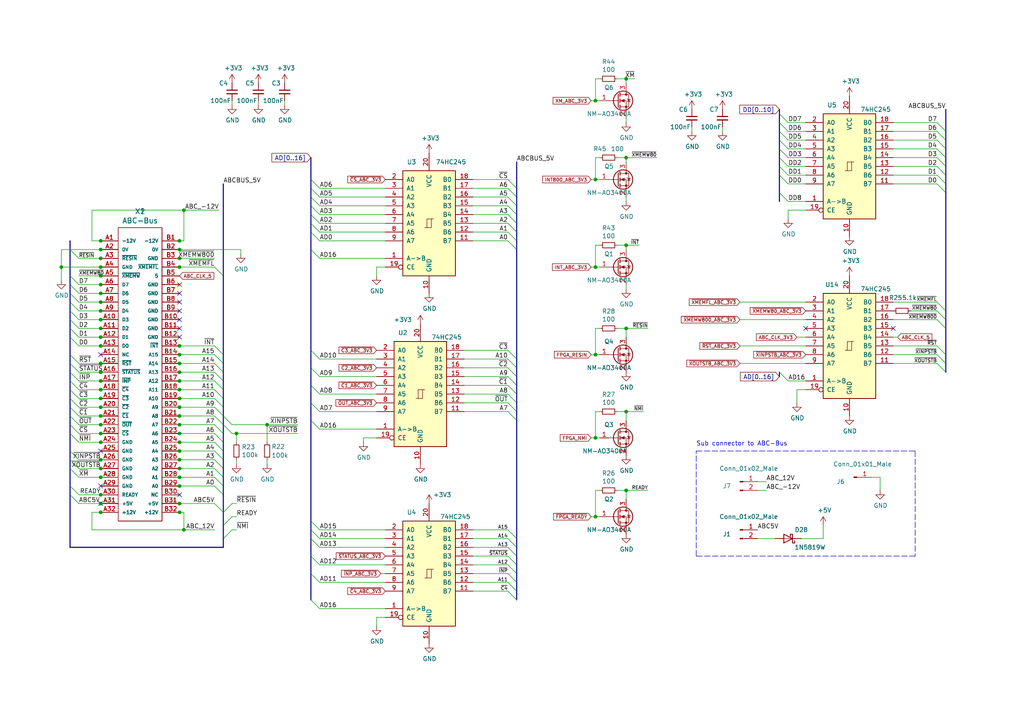
<source format=kicad_sch>
(kicad_sch (version 20211123) (generator eeschema)

  (uuid 7d512d14-3ca4-4934-b506-eb07d268c7dc)

  (paper "A4")

  (title_block
    (title "MAX80")
    (date "2021-11-07")
    (rev "0.02")
    (company "Peter o Per")
  )

  

  (junction (at 52.07 115.57) (diameter 0) (color 0 0 0 0)
    (uuid 06cccf2c-d0d0-41ad-bc61-a0c3e7cbae93)
  )
  (junction (at 29.21 87.63) (diameter 0) (color 0 0 0 0)
    (uuid 07e949c9-5dcb-46f5-aaf7-f5997cc8a90a)
  )
  (junction (at 29.21 74.93) (diameter 0) (color 0 0 0 0)
    (uuid 0bc86cc1-c86c-41e0-9315-281c18af05f0)
  )
  (junction (at 29.21 105.41) (diameter 0) (color 0 0 0 0)
    (uuid 0ea296d6-5875-4618-860c-bfe68796f5b4)
  )
  (junction (at 77.47 123.19) (diameter 0) (color 0 0 0 0)
    (uuid 12d443ad-5d40-4934-b2b7-007530e8bfde)
  )
  (junction (at 181.61 22.86) (diameter 0) (color 0 0 0 0)
    (uuid 159574a9-ecec-48bb-adb0-3dc9e65d4e79)
  )
  (junction (at 29.21 85.09) (diameter 0) (color 0 0 0 0)
    (uuid 1838018b-76e2-46c4-810f-488a77452c50)
  )
  (junction (at 68.58 125.73) (diameter 0) (color 0 0 0 0)
    (uuid 1b0f55f9-5fa5-489c-9db2-e63c29ecdd31)
  )
  (junction (at 52.07 102.87) (diameter 0) (color 0 0 0 0)
    (uuid 1d7026ad-e7ce-455a-bbec-9db9975b9151)
  )
  (junction (at 181.61 45.72) (diameter 0) (color 0 0 0 0)
    (uuid 24edf58e-a5f8-4553-99c5-1a11459c3da5)
  )
  (junction (at 29.21 123.19) (diameter 0) (color 0 0 0 0)
    (uuid 263e9b7e-c3cd-4442-851e-d2b54de99d8e)
  )
  (junction (at 29.21 82.55) (diameter 0) (color 0 0 0 0)
    (uuid 283f6910-e54a-4bc1-a20d-86715c3ab323)
  )
  (junction (at 52.07 120.65) (diameter 0) (color 0 0 0 0)
    (uuid 292ce6ba-0c6b-4913-be49-83f41145002d)
  )
  (junction (at 52.07 125.73) (diameter 0) (color 0 0 0 0)
    (uuid 2d7fbff7-ad9e-4962-b4e0-56a226f3dd6a)
  )
  (junction (at 29.21 72.39) (diameter 0) (color 0 0 0 0)
    (uuid 36cd765a-f621-46fc-9b88-d90e333169eb)
  )
  (junction (at 52.07 77.47) (diameter 0) (color 0 0 0 0)
    (uuid 39ac7e3c-47f1-43e5-b70d-8dfebc468916)
  )
  (junction (at 29.21 100.33) (diameter 0) (color 0 0 0 0)
    (uuid 43b4c41e-2f8b-4ca3-9572-a148323b8957)
  )
  (junction (at 52.07 133.35) (diameter 0) (color 0 0 0 0)
    (uuid 43ca08d4-846a-41b1-a610-aa6c41c9f133)
  )
  (junction (at 181.61 71.12) (diameter 0) (color 0 0 0 0)
    (uuid 4fbf7295-52ca-4bf6-b81b-f54f8903681f)
  )
  (junction (at 29.21 113.03) (diameter 0) (color 0 0 0 0)
    (uuid 50804f87-f832-4c63-a5a7-b7f94bf6665d)
  )
  (junction (at 52.07 140.97) (diameter 0) (color 0 0 0 0)
    (uuid 50e6b88c-1bd3-4928-86fd-758de4de04a3)
  )
  (junction (at 52.07 72.39) (diameter 0) (color 0 0 0 0)
    (uuid 51ce9675-eb70-4a97-98fd-269bf17eea73)
  )
  (junction (at 52.07 148.59) (diameter 0) (color 0 0 0 0)
    (uuid 526a7a5e-afe2-4029-a038-8c14d846f3f2)
  )
  (junction (at 29.21 69.85) (diameter 0) (color 0 0 0 0)
    (uuid 557efbe0-59d9-4c3b-875e-681f1d0eabac)
  )
  (junction (at 52.07 135.89) (diameter 0) (color 0 0 0 0)
    (uuid 56f922ba-5e6c-4b39-98b8-ceef758779a3)
  )
  (junction (at 52.07 107.95) (diameter 0) (color 0 0 0 0)
    (uuid 58a29587-ce99-4765-b407-30c1ea49813b)
  )
  (junction (at 52.07 69.85) (diameter 0) (color 0 0 0 0)
    (uuid 5eb244d0-032b-4a57-a147-44faacc0e313)
  )
  (junction (at 29.21 148.59) (diameter 0) (color 0 0 0 0)
    (uuid 5ee2adf0-1a71-404c-91ed-e0ee9563acff)
  )
  (junction (at 52.07 123.19) (diameter 0) (color 0 0 0 0)
    (uuid 6ef5f8e0-5c2d-4349-9162-179c7c438d89)
  )
  (junction (at 172.72 127) (diameter 0) (color 0 0 0 0)
    (uuid 6f9df934-4054-4d8a-b681-1657a9279a59)
  )
  (junction (at 29.21 95.25) (diameter 0) (color 0 0 0 0)
    (uuid 721eced1-7601-448b-b032-57ae840a5bc6)
  )
  (junction (at 52.07 110.49) (diameter 0) (color 0 0 0 0)
    (uuid 73ede880-e7f5-4d7b-b9cb-33e82f1b044f)
  )
  (junction (at 29.21 133.35) (diameter 0) (color 0 0 0 0)
    (uuid 75f01a69-5b72-43de-ae85-3f0e1d096e8d)
  )
  (junction (at 29.21 120.65) (diameter 0) (color 0 0 0 0)
    (uuid 79a5a253-5ade-4145-9002-16ea61146340)
  )
  (junction (at 53.34 153.67) (diameter 0) (color 0 0 0 0)
    (uuid 80bbd906-780d-49d4-9591-df6c1a36ee85)
  )
  (junction (at 181.61 119.38) (diameter 0) (color 0 0 0 0)
    (uuid 85e63610-ac9f-46a7-bbdc-5b101fccdd1d)
  )
  (junction (at 29.21 97.79) (diameter 0) (color 0 0 0 0)
    (uuid 86bb7e54-f037-47a0-b596-e108d6b4f269)
  )
  (junction (at 52.07 138.43) (diameter 0) (color 0 0 0 0)
    (uuid 908ce94b-b837-4c84-b759-ec4fbb006eea)
  )
  (junction (at 29.21 125.73) (diameter 0) (color 0 0 0 0)
    (uuid 95ef25aa-dac6-44d9-90a0-efd49308b704)
  )
  (junction (at 17.78 77.47) (diameter 0) (color 0 0 0 0)
    (uuid 9f9c31ca-425c-43ab-adfe-2e1ae4fe8686)
  )
  (junction (at 172.72 77.47) (diameter 0) (color 0 0 0 0)
    (uuid a1a89e2c-c297-4307-a1ff-efd1e2a95a5d)
  )
  (junction (at 52.07 128.27) (diameter 0) (color 0 0 0 0)
    (uuid a8cefac6-64e1-41d0-bc58-04e647fd0fde)
  )
  (junction (at 172.72 149.86) (diameter 0) (color 0 0 0 0)
    (uuid ae39d000-e1da-4f40-b995-9482be0f1de9)
  )
  (junction (at 52.07 113.03) (diameter 0) (color 0 0 0 0)
    (uuid aeeba41f-21f1-411c-816e-2bda876a1c79)
  )
  (junction (at 52.07 146.05) (diameter 0) (color 0 0 0 0)
    (uuid b0bd4229-67bb-4dc7-9d0c-fc6ab8405f53)
  )
  (junction (at 29.21 128.27) (diameter 0) (color 0 0 0 0)
    (uuid b29a0e42-fd5a-49a8-8a01-edc4123e673b)
  )
  (junction (at 53.34 60.96) (diameter 0) (color 0 0 0 0)
    (uuid b73bc21e-e4fc-434c-9782-67f831579d00)
  )
  (junction (at 29.21 135.89) (diameter 0) (color 0 0 0 0)
    (uuid b8dbe2de-283b-405e-95ac-e8f8950e16ea)
  )
  (junction (at 29.21 92.71) (diameter 0) (color 0 0 0 0)
    (uuid bb30a1ab-4552-453e-850d-50bc465e6071)
  )
  (junction (at 29.21 118.11) (diameter 0) (color 0 0 0 0)
    (uuid bc96b171-0e5f-4f36-b582-eb709cbba257)
  )
  (junction (at 52.07 105.41) (diameter 0) (color 0 0 0 0)
    (uuid c1e78faf-25fc-46b6-b4c5-f5cb445c8db9)
  )
  (junction (at 172.72 29.21) (diameter 0) (color 0 0 0 0)
    (uuid c221eefe-1cf5-48d5-b941-f08de75c2fe3)
  )
  (junction (at 52.07 130.81) (diameter 0) (color 0 0 0 0)
    (uuid c933003a-40a8-41cc-a69c-ec19f80cd86d)
  )
  (junction (at 29.21 110.49) (diameter 0) (color 0 0 0 0)
    (uuid cb61a608-4d4c-465e-98f1-04dc591a70ac)
  )
  (junction (at 52.07 74.93) (diameter 0) (color 0 0 0 0)
    (uuid cd48f1a3-c9ad-4bac-abff-bd98a26719eb)
  )
  (junction (at 172.72 52.07) (diameter 0) (color 0 0 0 0)
    (uuid cf4ac78b-a9ac-469c-829f-72c6f81e6f21)
  )
  (junction (at 181.61 142.24) (diameter 0) (color 0 0 0 0)
    (uuid d3006e26-11be-4e7f-bb12-87a5d58c58e2)
  )
  (junction (at 29.21 107.95) (diameter 0) (color 0 0 0 0)
    (uuid d3bd2f73-786f-472c-89b7-10fd054df22c)
  )
  (junction (at 29.21 143.51) (diameter 0) (color 0 0 0 0)
    (uuid d547ab08-9a5d-4bc3-bdc6-eb70399817c6)
  )
  (junction (at 181.61 95.25) (diameter 0) (color 0 0 0 0)
    (uuid d98d557d-4f4f-49b3-9745-359bb04d0ef7)
  )
  (junction (at 52.07 118.11) (diameter 0) (color 0 0 0 0)
    (uuid d9b1315d-9c8a-4956-90df-e5669cf68010)
  )
  (junction (at 52.07 100.33) (diameter 0) (color 0 0 0 0)
    (uuid dbc0323b-700b-465c-8416-a9e9aea1c906)
  )
  (junction (at 29.21 115.57) (diameter 0) (color 0 0 0 0)
    (uuid dd9691e0-5bea-4f21-9741-4d29638cd32d)
  )
  (junction (at 29.21 138.43) (diameter 0) (color 0 0 0 0)
    (uuid e226f21d-d833-4b38-a2cd-20826072ac2f)
  )
  (junction (at 29.21 80.01) (diameter 0) (color 0 0 0 0)
    (uuid e76ed5b3-3300-4086-a950-0e5fe7abe0d2)
  )
  (junction (at 29.21 77.47) (diameter 0) (color 0 0 0 0)
    (uuid ec94d7fb-8ff3-47fc-9bcb-6ab1990a40ec)
  )
  (junction (at 29.21 90.17) (diameter 0) (color 0 0 0 0)
    (uuid fa7a6ff2-91e8-47a3-8788-97a1388c06f6)
  )
  (junction (at 172.72 102.87) (diameter 0) (color 0 0 0 0)
    (uuid fc98aaf7-0aba-4c7e-a96d-56e31c31a588)
  )
  (junction (at 29.21 146.05) (diameter 0) (color 0 0 0 0)
    (uuid fd7e3921-456d-4e00-b0f0-baf8980505ac)
  )

  (no_connect (at 52.07 87.63) (uuid 07b7ccce-8895-49f2-b220-e85ac43040b1))
  (no_connect (at 233.68 95.25) (uuid 0afa5357-c57e-42cd-b476-72d99f39fe9f))
  (no_connect (at 52.07 82.55) (uuid 3a013e8f-5b12-499b-8d2d-0ad49966db1a))
  (no_connect (at 52.07 90.17) (uuid 502090da-c5a3-4316-9f8a-2de92274b2b8))
  (no_connect (at 29.21 140.97) (uuid 58b75830-9e39-45c9-8547-367ebee8a907))
  (no_connect (at 52.07 97.79) (uuid 65d50500-96c3-4685-9691-5f83fde7ff57))
  (no_connect (at 52.07 85.09) (uuid 7b32ef33-8c7b-417f-9260-1a8773398f8f))
  (no_connect (at 52.07 92.71) (uuid 8fac398c-22c9-4741-a001-aab7ea92da04))
  (no_connect (at 52.07 95.25) (uuid bcd9d733-3cca-4780-8540-cda4d5f83456))
  (no_connect (at 29.21 146.05) (uuid becc5b0d-0352-4ad7-ac5e-da033ca0b239))
  (no_connect (at 29.21 102.87) (uuid cba11463-444d-4fb1-9f76-b3065c51a98b))
  (no_connect (at 52.07 143.51) (uuid d8e238b6-5437-4b14-9ba7-0337f0b828ab))
  (no_connect (at 29.21 130.81) (uuid e6a27cb0-d090-4b8c-9a7b-e787b9ea11b6))
  (no_connect (at 259.08 95.25) (uuid f8deac2f-522c-4605-b44f-70351a68e5b0))

  (bus_entry (at 90.17 54.61) (size 2.54 2.54)
    (stroke (width 0) (type default) (color 0 0 0 0))
    (uuid 019b9904-3bfd-4fd4-9d41-96b38c16849e)
  )
  (bus_entry (at 226.06 38.1) (size 2.54 2.54)
    (stroke (width 0) (type default) (color 0 0 0 0))
    (uuid 0fc92961-6e51-49df-b0eb-dd1791483003)
  )
  (bus_entry (at 147.32 104.14) (size 2.54 2.54)
    (stroke (width 0) (type default) (color 0 0 0 0))
    (uuid 106f01f3-bf47-4150-bb7b-1a3318a6eb3d)
  )
  (bus_entry (at 147.32 109.22) (size 2.54 2.54)
    (stroke (width 0) (type default) (color 0 0 0 0))
    (uuid 10ddf54c-6d59-4755-8fb8-43466141a83a)
  )
  (bus_entry (at 226.06 35.56) (size 2.54 2.54)
    (stroke (width 0) (type default) (color 0 0 0 0))
    (uuid 13126287-e9cb-4238-b299-7176f08d4c96)
  )
  (bus_entry (at 62.23 107.95) (size 2.54 2.54)
    (stroke (width 0) (type default) (color 0 0 0 0))
    (uuid 1fbda89d-82ba-4f0a-b113-988f269883dc)
  )
  (bus_entry (at 20.32 110.49) (size 2.54 2.54)
    (stroke (width 0) (type default) (color 0 0 0 0))
    (uuid 20d6997e-64c7-454b-9573-baf26e1ad11b)
  )
  (bus_entry (at 147.32 59.69) (size 2.54 2.54)
    (stroke (width 0) (type default) (color 0 0 0 0))
    (uuid 22abab2e-9885-4da7-9852-348f356dd096)
  )
  (bus_entry (at 271.78 50.8) (size 2.54 2.54)
    (stroke (width 0) (type default) (color 0 0 0 0))
    (uuid 23f1f71f-cee3-412e-8e0b-8dacdc450a11)
  )
  (bus_entry (at 20.32 113.03) (size 2.54 2.54)
    (stroke (width 0) (type default) (color 0 0 0 0))
    (uuid 240fde71-00e0-458d-bf75-b4d973cb180b)
  )
  (bus_entry (at 20.32 82.55) (size 2.54 2.54)
    (stroke (width 0) (type default) (color 0 0 0 0))
    (uuid 2415334a-b998-4d19-a8b5-e60e8af2aff4)
  )
  (bus_entry (at 271.78 87.63) (size 2.54 2.54)
    (stroke (width 0) (type default) (color 0 0 0 0))
    (uuid 25dcf1b7-43fe-4f66-9cb1-3580284f763b)
  )
  (bus_entry (at 147.32 116.84) (size 2.54 2.54)
    (stroke (width 0) (type default) (color 0 0 0 0))
    (uuid 26769327-3160-41f1-82e7-11d5d542abde)
  )
  (bus_entry (at 62.23 113.03) (size 2.54 2.54)
    (stroke (width 0) (type default) (color 0 0 0 0))
    (uuid 27b5a6bb-bf08-4e16-abae-290afd548f36)
  )
  (bus_entry (at 226.06 48.26) (size 2.54 2.54)
    (stroke (width 0) (type default) (color 0 0 0 0))
    (uuid 2a9ff3d1-92b0-4583-8230-9357a432a3ac)
  )
  (bus_entry (at 90.17 173.99) (size 2.54 2.54)
    (stroke (width 0) (type default) (color 0 0 0 0))
    (uuid 2cad3fe2-0f3b-467e-9c49-f271aa1ec49b)
  )
  (bus_entry (at 62.23 118.11) (size 2.54 2.54)
    (stroke (width 0) (type default) (color 0 0 0 0))
    (uuid 2fa17bd4-23af-495d-84c8-95f8b6beb5a8)
  )
  (bus_entry (at 149.86 161.29) (size -2.54 -2.54)
    (stroke (width 0) (type default) (color 0 0 0 0))
    (uuid 301727b6-248b-4eb4-8c37-cb369ee1a241)
  )
  (bus_entry (at 149.86 168.91) (size -2.54 -2.54)
    (stroke (width 0) (type default) (color 0 0 0 0))
    (uuid 303c400a-1ac8-4f8f-ae11-254f46fa0fb3)
  )
  (bus_entry (at 62.23 135.89) (size 2.54 2.54)
    (stroke (width 0) (type default) (color 0 0 0 0))
    (uuid 325006ce-4c23-4f07-9871-dc0cd047f7fd)
  )
  (bus_entry (at 20.32 87.63) (size 2.54 2.54)
    (stroke (width 0) (type default) (color 0 0 0 0))
    (uuid 345a9ac1-be31-400b-9c5d-4af388112d4b)
  )
  (bus_entry (at 226.06 40.64) (size 2.54 2.54)
    (stroke (width 0) (type default) (color 0 0 0 0))
    (uuid 345b5742-5f5b-4133-bd63-f955ca19a62c)
  )
  (bus_entry (at 90.17 72.39) (size 2.54 2.54)
    (stroke (width 0) (type default) (color 0 0 0 0))
    (uuid 361dcb36-1f5d-45a8-a966-bd2a77e39204)
  )
  (bus_entry (at 149.86 166.37) (size -2.54 -2.54)
    (stroke (width 0) (type default) (color 0 0 0 0))
    (uuid 3661902e-90e5-456c-bea6-67cccf66598c)
  )
  (bus_entry (at 90.17 52.07) (size 2.54 2.54)
    (stroke (width 0) (type default) (color 0 0 0 0))
    (uuid 37b282c6-a944-47fd-a51e-f59b7e5f431e)
  )
  (bus_entry (at 90.17 166.37) (size 2.54 2.54)
    (stroke (width 0) (type default) (color 0 0 0 0))
    (uuid 3c847883-a462-4ea9-9466-d1dd1edc5a97)
  )
  (bus_entry (at 20.32 140.97) (size 2.54 2.54)
    (stroke (width 0) (type default) (color 0 0 0 0))
    (uuid 3d927ca0-f4ad-42ab-b902-dfef8d84eebb)
  )
  (bus_entry (at 62.23 105.41) (size 2.54 2.54)
    (stroke (width 0) (type default) (color 0 0 0 0))
    (uuid 3fc3a397-ec3a-4314-aa6a-44925ef4cbbe)
  )
  (bus_entry (at 90.17 153.67) (size 2.54 2.54)
    (stroke (width 0) (type default) (color 0 0 0 0))
    (uuid 43cc948b-7aa9-4530-a448-911bd0e35fae)
  )
  (bus_entry (at 90.17 161.29) (size 2.54 2.54)
    (stroke (width 0) (type default) (color 0 0 0 0))
    (uuid 449c1c23-1f0d-4ed5-b566-2c18ec95c2a3)
  )
  (bus_entry (at 62.23 77.47) (size 2.54 2.54)
    (stroke (width 0) (type default) (color 0 0 0 0))
    (uuid 4736f749-4a0e-4a05-b1aa-d51f1c3fc23d)
  )
  (bus_entry (at 90.17 59.69) (size 2.54 2.54)
    (stroke (width 0) (type default) (color 0 0 0 0))
    (uuid 4829bee0-faa8-43f7-b2d7-8a6e5d1b3050)
  )
  (bus_entry (at 20.32 102.87) (size 2.54 2.54)
    (stroke (width 0) (type default) (color 0 0 0 0))
    (uuid 4b1dbc88-c8c5-476c-80ac-830e56684be9)
  )
  (bus_entry (at 20.32 115.57) (size 2.54 2.54)
    (stroke (width 0) (type default) (color 0 0 0 0))
    (uuid 511ddebd-9f54-463b-bc54-5ebdd708d33d)
  )
  (bus_entry (at 147.32 111.76) (size 2.54 2.54)
    (stroke (width 0) (type default) (color 0 0 0 0))
    (uuid 537c2196-fe60-48a5-847c-84653e479b38)
  )
  (bus_entry (at 271.78 53.34) (size 2.54 2.54)
    (stroke (width 0) (type default) (color 0 0 0 0))
    (uuid 57e128ae-5e07-4818-9f5a-1cee0e65c680)
  )
  (bus_entry (at 147.32 67.31) (size 2.54 2.54)
    (stroke (width 0) (type default) (color 0 0 0 0))
    (uuid 58a22765-7f2e-4f66-9ea8-f56fcca75dda)
  )
  (bus_entry (at 226.06 107.95) (size 2.54 2.54)
    (stroke (width 0) (type default) (color 0 0 0 0))
    (uuid 58eb1f49-1e5e-4c0c-97da-fb971f13fe25)
  )
  (bus_entry (at 271.78 92.71) (size 2.54 2.54)
    (stroke (width 0) (type default) (color 0 0 0 0))
    (uuid 5aec5c76-9c76-4aad-b7fa-9f497abad71a)
  )
  (bus_entry (at 149.86 158.75) (size -2.54 -2.54)
    (stroke (width 0) (type default) (color 0 0 0 0))
    (uuid 5b6a8d92-8f02-4344-a7df-ac07f7a6431e)
  )
  (bus_entry (at 62.23 146.05) (size 2.54 2.54)
    (stroke (width 0) (type default) (color 0 0 0 0))
    (uuid 5cfe5589-d53d-4797-82e8-c31b86c5fbb8)
  )
  (bus_entry (at 226.06 50.8) (size 2.54 2.54)
    (stroke (width 0) (type default) (color 0 0 0 0))
    (uuid 5f883bdf-20bc-42c6-8194-9d44dfe04af6)
  )
  (bus_entry (at 90.17 111.76) (size 2.54 2.54)
    (stroke (width 0) (type default) (color 0 0 0 0))
    (uuid 5f88a249-af85-4825-b9e1-a3ec67ffc637)
  )
  (bus_entry (at 62.23 133.35) (size 2.54 2.54)
    (stroke (width 0) (type default) (color 0 0 0 0))
    (uuid 74796a55-82bc-4f74-9e9c-c7cb232069e3)
  )
  (bus_entry (at 20.32 125.73) (size 2.54 2.54)
    (stroke (width 0) (type default) (color 0 0 0 0))
    (uuid 753c83e3-0e5d-49a7-99fa-14d791ee9328)
  )
  (bus_entry (at 20.32 120.65) (size 2.54 2.54)
    (stroke (width 0) (type default) (color 0 0 0 0))
    (uuid 764ce9a2-c363-448f-a68c-a7dbf5cd80c1)
  )
  (bus_entry (at 62.23 120.65) (size 2.54 2.54)
    (stroke (width 0) (type default) (color 0 0 0 0))
    (uuid 76d9276c-0bff-44cf-81b5-cc0de1c97f12)
  )
  (bus_entry (at 90.17 62.23) (size 2.54 2.54)
    (stroke (width 0) (type default) (color 0 0 0 0))
    (uuid 77b09fa1-fbbb-49ab-94c4-069660b694ff)
  )
  (bus_entry (at 62.23 102.87) (size 2.54 2.54)
    (stroke (width 0) (type default) (color 0 0 0 0))
    (uuid 782b86fa-ef9f-4c16-a991-b44a80f0f0c3)
  )
  (bus_entry (at 90.17 116.84) (size 2.54 2.54)
    (stroke (width 0) (type default) (color 0 0 0 0))
    (uuid 78fa7842-f3c6-48db-8c77-7797633506e5)
  )
  (bus_entry (at 147.32 106.68) (size 2.54 2.54)
    (stroke (width 0) (type default) (color 0 0 0 0))
    (uuid 7eebb937-5634-42da-bd7e-2e0260369d0e)
  )
  (bus_entry (at 64.77 120.65) (size 2.54 2.54)
    (stroke (width 0) (type default) (color 0 0 0 0))
    (uuid 7f3472d8-b33a-40c5-a248-c96394fd69de)
  )
  (bus_entry (at 149.86 156.21) (size -2.54 -2.54)
    (stroke (width 0) (type default) (color 0 0 0 0))
    (uuid 81d7db25-c179-4d9d-b74b-6c074422c80f)
  )
  (bus_entry (at 20.32 90.17) (size 2.54 2.54)
    (stroke (width 0) (type default) (color 0 0 0 0))
    (uuid 835ada2e-dc88-46f5-b472-12f6a1e8c9f4)
  )
  (bus_entry (at 271.78 48.26) (size 2.54 2.54)
    (stroke (width 0) (type default) (color 0 0 0 0))
    (uuid 83fee08f-7316-4ff9-a4fd-e9a9372f4d8f)
  )
  (bus_entry (at 20.32 123.19) (size 2.54 2.54)
    (stroke (width 0) (type default) (color 0 0 0 0))
    (uuid 8847e751-6992-4f80-92c5-c3bef4b5dbf6)
  )
  (bus_entry (at 20.32 80.01) (size 2.54 2.54)
    (stroke (width 0) (type default) (color 0 0 0 0))
    (uuid 88ec470b-1595-4040-bc2a-91476c84ca2e)
  )
  (bus_entry (at 90.17 64.77) (size 2.54 2.54)
    (stroke (width 0) (type default) (color 0 0 0 0))
    (uuid 899f373a-cf16-4f13-9d21-dfc8f80ca371)
  )
  (bus_entry (at 62.23 110.49) (size 2.54 2.54)
    (stroke (width 0) (type default) (color 0 0 0 0))
    (uuid 90dda447-2750-402e-9a9e-df264b0c0bc9)
  )
  (bus_entry (at 271.78 40.64) (size 2.54 2.54)
    (stroke (width 0) (type default) (color 0 0 0 0))
    (uuid 9256f7aa-4f1a-4001-bdef-7fbb32e451e0)
  )
  (bus_entry (at 20.32 85.09) (size 2.54 2.54)
    (stroke (width 0) (type default) (color 0 0 0 0))
    (uuid 9421d8ab-ec24-4783-b746-a12fbd00100e)
  )
  (bus_entry (at 90.17 67.31) (size 2.54 2.54)
    (stroke (width 0) (type default) (color 0 0 0 0))
    (uuid 94d07718-2fcc-40a0-ad0e-c4bb67bc804a)
  )
  (bus_entry (at 271.78 43.18) (size 2.54 2.54)
    (stroke (width 0) (type default) (color 0 0 0 0))
    (uuid 94e689a1-e70f-45cb-8a5b-dc77827f725b)
  )
  (bus_entry (at 62.23 115.57) (size 2.54 2.54)
    (stroke (width 0) (type default) (color 0 0 0 0))
    (uuid 961e37cd-505c-40aa-baef-0a680d665d8f)
  )
  (bus_entry (at 62.23 138.43) (size 2.54 2.54)
    (stroke (width 0) (type default) (color 0 0 0 0))
    (uuid 96930a67-6215-4f2b-a9cc-16f78c9fd164)
  )
  (bus_entry (at 147.32 57.15) (size 2.54 2.54)
    (stroke (width 0) (type default) (color 0 0 0 0))
    (uuid 99a76074-fcd3-4150-83c8-79f76bdad1c5)
  )
  (bus_entry (at 147.32 114.3) (size 2.54 2.54)
    (stroke (width 0) (type default) (color 0 0 0 0))
    (uuid 9a17b82f-671a-43cc-889d-8f643334e78c)
  )
  (bus_entry (at 20.32 105.41) (size 2.54 2.54)
    (stroke (width 0) (type default) (color 0 0 0 0))
    (uuid 9a7ade3c-a81d-4038-a57c-b220b9c3cd90)
  )
  (bus_entry (at 90.17 151.13) (size 2.54 2.54)
    (stroke (width 0) (type default) (color 0 0 0 0))
    (uuid 9b11964f-5943-49c9-bbf0-08d035779463)
  )
  (bus_entry (at 226.06 43.18) (size 2.54 2.54)
    (stroke (width 0) (type default) (color 0 0 0 0))
    (uuid 9f5a0760-2470-4cfd-9545-71255379b79a)
  )
  (bus_entry (at 226.06 45.72) (size 2.54 2.54)
    (stroke (width 0) (type default) (color 0 0 0 0))
    (uuid a0d41751-5d18-4c9f-b863-fe47b2319611)
  )
  (bus_entry (at 271.78 105.41) (size 2.54 2.54)
    (stroke (width 0) (type default) (color 0 0 0 0))
    (uuid a2b398e0-0116-42e4-b9c2-9636582e46d5)
  )
  (bus_entry (at 90.17 156.21) (size 2.54 2.54)
    (stroke (width 0) (type default) (color 0 0 0 0))
    (uuid a43501fb-72a9-4536-bb81-9f53755e8169)
  )
  (bus_entry (at 20.32 133.35) (size 2.54 2.54)
    (stroke (width 0) (type default) (color 0 0 0 0))
    (uuid a43ae97f-ff8c-43dd-8d6d-82a22f1be9b5)
  )
  (bus_entry (at 20.32 72.39) (size 2.54 2.54)
    (stroke (width 0) (type default) (color 0 0 0 0))
    (uuid a5e5a32b-d259-4833-9676-56ada82e83c2)
  )
  (bus_entry (at 90.17 121.92) (size 2.54 2.54)
    (stroke (width 0) (type default) (color 0 0 0 0))
    (uuid a76c0baf-6e69-4f8d-a142-018c46047833)
  )
  (bus_entry (at 20.32 118.11) (size 2.54 2.54)
    (stroke (width 0) (type default) (color 0 0 0 0))
    (uuid adfaccc9-bb80-495a-9038-d58935037d76)
  )
  (bus_entry (at 149.86 173.99) (size -2.54 -2.54)
    (stroke (width 0) (type default) (color 0 0 0 0))
    (uuid ae3c331f-8808-430e-931c-7d9b2cc37f5b)
  )
  (bus_entry (at 62.23 140.97) (size 2.54 2.54)
    (stroke (width 0) (type default) (color 0 0 0 0))
    (uuid b08a146a-6e43-46ac-8c31-9d5442623eb3)
  )
  (bus_entry (at 62.23 125.73) (size 2.54 2.54)
    (stroke (width 0) (type default) (color 0 0 0 0))
    (uuid b6fc4182-53d3-44c8-80e1-53918daa9139)
  )
  (bus_entry (at 147.32 52.07) (size 2.54 2.54)
    (stroke (width 0) (type default) (color 0 0 0 0))
    (uuid b748f219-0f44-41d7-bcf2-9a96e7f8b594)
  )
  (bus_entry (at 147.32 69.85) (size 2.54 2.54)
    (stroke (width 0) (type default) (color 0 0 0 0))
    (uuid b9e0ba15-f372-4a9e-a627-d594778258ac)
  )
  (bus_entry (at 226.06 55.88) (size 2.54 2.54)
    (stroke (width 0) (type default) (color 0 0 0 0))
    (uuid bdf9dfdb-3e3e-46cc-8bb8-4372561c164b)
  )
  (bus_entry (at 271.78 45.72) (size 2.54 2.54)
    (stroke (width 0) (type default) (color 0 0 0 0))
    (uuid be0c7a50-2d41-4fd6-8c28-37a4cf00d900)
  )
  (bus_entry (at 20.32 95.25) (size 2.54 2.54)
    (stroke (width 0) (type default) (color 0 0 0 0))
    (uuid c60ba6ae-e013-424d-bb59-f3de27f735b1)
  )
  (bus_entry (at 20.32 92.71) (size 2.54 2.54)
    (stroke (width 0) (type default) (color 0 0 0 0))
    (uuid c7a7077f-9289-4bb4-8f3b-a449cb499057)
  )
  (bus_entry (at 147.32 64.77) (size 2.54 2.54)
    (stroke (width 0) (type default) (color 0 0 0 0))
    (uuid cc016ca4-b9a4-4d80-91ba-91d6e0df5bcc)
  )
  (bus_entry (at 62.23 130.81) (size 2.54 2.54)
    (stroke (width 0) (type default) (color 0 0 0 0))
    (uuid cf672f56-2d68-4c6c-a783-23e23c937b72)
  )
  (bus_entry (at 90.17 106.68) (size 2.54 2.54)
    (stroke (width 0) (type default) (color 0 0 0 0))
    (uuid cfdd684c-0d04-48e4-a62a-4b899d9ad32f)
  )
  (bus_entry (at 226.06 33.02) (size 2.54 2.54)
    (stroke (width 0) (type default) (color 0 0 0 0))
    (uuid d1ea7795-8403-4edb-b959-1b29f77ed16f)
  )
  (bus_entry (at 271.78 90.17) (size 2.54 2.54)
    (stroke (width 0) (type default) (color 0 0 0 0))
    (uuid d1f5dbe4-d66e-4e26-be2b-62f3bc80c54d)
  )
  (bus_entry (at 271.78 35.56) (size 2.54 2.54)
    (stroke (width 0) (type default) (color 0 0 0 0))
    (uuid d28c26df-aeff-4f6a-a1dc-f734efaf55cb)
  )
  (bus_entry (at 20.32 107.95) (size 2.54 2.54)
    (stroke (width 0) (type default) (color 0 0 0 0))
    (uuid d2d83bcc-f2f8-4838-be35-0f2248bff3b6)
  )
  (bus_entry (at 90.17 57.15) (size 2.54 2.54)
    (stroke (width 0) (type default) (color 0 0 0 0))
    (uuid d6570804-0f13-4bd8-a39e-13afafdb752a)
  )
  (bus_entry (at 20.32 143.51) (size 2.54 2.54)
    (stroke (width 0) (type default) (color 0 0 0 0))
    (uuid d92cfbfa-da4b-4f63-8ad6-7bb6977d4f44)
  )
  (bus_entry (at 64.77 123.19) (size 2.54 2.54)
    (stroke (width 0) (type default) (color 0 0 0 0))
    (uuid dba4ad5b-8704-4fc8-9247-b9c4709cf1cf)
  )
  (bus_entry (at 20.32 135.89) (size 2.54 2.54)
    (stroke (width 0) (type default) (color 0 0 0 0))
    (uuid dbe6edc1-ee1c-41ad-b94e-6a468b80b874)
  )
  (bus_entry (at 147.32 54.61) (size 2.54 2.54)
    (stroke (width 0) (type default) (color 0 0 0 0))
    (uuid dcff1695-539e-442e-afee-9485378ce13a)
  )
  (bus_entry (at 62.23 100.33) (size 2.54 2.54)
    (stroke (width 0) (type default) (color 0 0 0 0))
    (uuid ddcf9a83-0126-4df6-88fa-3363d508d3a6)
  )
  (bus_entry (at 147.32 62.23) (size 2.54 2.54)
    (stroke (width 0) (type default) (color 0 0 0 0))
    (uuid dea160a0-c7eb-439d-aa99-b60757115fc7)
  )
  (bus_entry (at 62.23 123.19) (size 2.54 2.54)
    (stroke (width 0) (type default) (color 0 0 0 0))
    (uuid e03d7bc9-2bd0-42b5-96ba-4ca164fb4c50)
  )
  (bus_entry (at 64.77 156.21) (size 2.54 -2.54)
    (stroke (width 0) (type default) (color 0 0 0 0))
    (uuid e04409c2-b3ba-460e-bddc-62e0044901c2)
  )
  (bus_entry (at 64.77 152.4) (size 2.54 -2.54)
    (stroke (width 0) (type default) (color 0 0 0 0))
    (uuid e42b8b80-020c-4fee-b000-fd91abf3966d)
  )
  (bus_entry (at 20.32 130.81) (size 2.54 2.54)
    (stroke (width 0) (type default) (color 0 0 0 0))
    (uuid e671ffe9-4ebb-42bd-be8d-cda9a798e138)
  )
  (bus_entry (at 90.17 101.6) (size 2.54 2.54)
    (stroke (width 0) (type default) (color 0 0 0 0))
    (uuid e6eb6955-2cd6-4a24-9d4c-bf3c42dcce77)
  )
  (bus_entry (at 62.23 128.27) (size 2.54 2.54)
    (stroke (width 0) (type default) (color 0 0 0 0))
    (uuid e721274f-b458-4ab5-8d4d-44bffaffa7c9)
  )
  (bus_entry (at 147.32 101.6) (size 2.54 2.54)
    (stroke (width 0) (type default) (color 0 0 0 0))
    (uuid e9862dd4-26d2-4ddd-91fc-972d848045f5)
  )
  (bus_entry (at 271.78 38.1) (size 2.54 2.54)
    (stroke (width 0) (type default) (color 0 0 0 0))
    (uuid eb5c3818-51cd-4092-a6a2-1d306912382e)
  )
  (bus_entry (at 147.32 119.38) (size 2.54 2.54)
    (stroke (width 0) (type default) (color 0 0 0 0))
    (uuid ed265626-f6f5-4029-beb9-f6ad275e86b5)
  )
  (bus_entry (at 64.77 148.59) (size 2.54 -2.54)
    (stroke (width 0) (type default) (color 0 0 0 0))
    (uuid ed74c2b7-a3ac-4886-84f5-377b5e1bbbfc)
  )
  (bus_entry (at 271.78 100.33) (size 2.54 2.54)
    (stroke (width 0) (type default) (color 0 0 0 0))
    (uuid f36426ed-7479-4f20-ba5d-0f7f3108a945)
  )
  (bus_entry (at 20.32 97.79) (size 2.54 2.54)
    (stroke (width 0) (type default) (color 0 0 0 0))
    (uuid f587f477-194d-41ae-8a6d-91fbd85f9d3f)
  )
  (bus_entry (at 149.86 163.83) (size -2.54 -2.54)
    (stroke (width 0) (type default) (color 0 0 0 0))
    (uuid f5ee5341-69c8-428a-a259-66f576fa2d08)
  )
  (bus_entry (at 271.78 102.87) (size 2.54 2.54)
    (stroke (width 0) (type default) (color 0 0 0 0))
    (uuid fb66491d-bc49-47b5-a124-d31f60ba1b6d)
  )
  (bus_entry (at 149.86 171.45) (size -2.54 -2.54)
    (stroke (width 0) (type default) (color 0 0 0 0))
    (uuid fc5e93f7-8264-46ce-a278-5944e151e5a7)
  )

  (bus (pts (xy 149.86 106.68) (xy 149.86 109.22))
    (stroke (width 0) (type default) (color 0 0 0 0))
    (uuid 00c55c1c-0cba-4f17-bcf3-9b5b05423d3b)
  )

  (wire (pts (xy 147.32 52.07) (xy 137.16 52.07))
    (stroke (width 0) (type default) (color 0 0 0 0))
    (uuid 00d22a94-4415-4f7c-bba5-9ac8913c5f96)
  )
  (bus (pts (xy 226.06 33.02) (xy 226.06 35.56))
    (stroke (width 0) (type default) (color 0 0 0 0))
    (uuid 01960b21-575a-4d3d-b069-91e54760a01e)
  )

  (wire (pts (xy 53.34 60.96) (xy 63.5 60.96))
    (stroke (width 0) (type default) (color 0 0 0 0))
    (uuid 0270c5c4-c68e-47b7-a6f1-50651981be2d)
  )
  (wire (pts (xy 17.78 72.39) (xy 17.78 77.47))
    (stroke (width 0) (type default) (color 0 0 0 0))
    (uuid 044452e8-a3b4-4d08-9835-701cc0a60807)
  )
  (wire (pts (xy 22.86 82.55) (xy 29.21 82.55))
    (stroke (width 0) (type default) (color 0 0 0 0))
    (uuid 05fda319-28dc-4877-8331-02cb10501361)
  )
  (wire (pts (xy 172.72 119.38) (xy 173.99 119.38))
    (stroke (width 0) (type default) (color 0 0 0 0))
    (uuid 065bbab7-8db3-4432-af94-d82301097bd8)
  )
  (bus (pts (xy 274.32 105.41) (xy 274.32 107.95))
    (stroke (width 0) (type default) (color 0 0 0 0))
    (uuid 071b894b-1c6b-479b-a0ea-39e03282b25c)
  )
  (bus (pts (xy 20.32 125.73) (xy 20.32 130.81))
    (stroke (width 0) (type default) (color 0 0 0 0))
    (uuid 0857a56e-8d39-4447-ac0e-f99300a1e4be)
  )

  (wire (pts (xy 172.72 45.72) (xy 173.99 45.72))
    (stroke (width 0) (type default) (color 0 0 0 0))
    (uuid 0887e962-8f08-410d-9589-9308e22a7936)
  )
  (bus (pts (xy 274.32 92.71) (xy 274.32 95.25))
    (stroke (width 0) (type default) (color 0 0 0 0))
    (uuid 08bbe74e-336e-46fb-bf46-95e809a2c1f8)
  )

  (wire (pts (xy 20.32 72.39) (xy 29.21 72.39))
    (stroke (width 0) (type default) (color 0 0 0 0))
    (uuid 08ccf264-3383-4f3c-893a-acd643e7c727)
  )
  (bus (pts (xy 226.06 48.26) (xy 226.06 50.8))
    (stroke (width 0) (type default) (color 0 0 0 0))
    (uuid 08ce8577-efd1-4e27-befb-b8dbf3ece86e)
  )

  (wire (pts (xy 53.34 153.67) (xy 62.23 153.67))
    (stroke (width 0) (type default) (color 0 0 0 0))
    (uuid 09ab9b2a-26ef-4942-ba61-f8a6673867aa)
  )
  (wire (pts (xy 259.08 48.26) (xy 271.78 48.26))
    (stroke (width 0) (type default) (color 0 0 0 0))
    (uuid 0c83fcb5-bcc7-4f84-8394-d4fc9899e233)
  )
  (wire (pts (xy 22.86 135.89) (xy 29.21 135.89))
    (stroke (width 0) (type default) (color 0 0 0 0))
    (uuid 0c9e7917-e0a0-46fb-b233-2640231d0e2c)
  )
  (wire (pts (xy 29.21 69.85) (xy 26.67 69.85))
    (stroke (width 0) (type default) (color 0 0 0 0))
    (uuid 111becb9-cb80-417e-8fbe-97b6e8030333)
  )
  (wire (pts (xy 179.07 119.38) (xy 181.61 119.38))
    (stroke (width 0) (type default) (color 0 0 0 0))
    (uuid 11ff4295-88a4-4344-8a86-eb31e1762c79)
  )
  (bus (pts (xy 64.77 123.19) (xy 64.77 125.73))
    (stroke (width 0) (type default) (color 0 0 0 0))
    (uuid 132ee6cc-d1c6-4353-8285-1a73e85e62b9)
  )

  (wire (pts (xy 22.86 85.09) (xy 29.21 85.09))
    (stroke (width 0) (type default) (color 0 0 0 0))
    (uuid 1330eb77-c16f-4a58-a897-f5af49736826)
  )
  (wire (pts (xy 111.76 67.31) (xy 92.71 67.31))
    (stroke (width 0) (type default) (color 0 0 0 0))
    (uuid 142e2caa-2b2c-4696-83a8-bdbb5b82c7f7)
  )
  (bus (pts (xy 90.17 166.37) (xy 90.17 173.99))
    (stroke (width 0) (type default) (color 0 0 0 0))
    (uuid 143f1439-c2ea-4633-a520-a38dc84d6de4)
  )
  (bus (pts (xy 149.86 104.14) (xy 149.86 106.68))
    (stroke (width 0) (type default) (color 0 0 0 0))
    (uuid 14402da7-aa14-4f51-9c77-4cb07e5abca1)
  )

  (wire (pts (xy 77.47 123.19) (xy 77.47 128.27))
    (stroke (width 0) (type default) (color 0 0 0 0))
    (uuid 1452f510-68cb-471e-a2d7-5f55b38265b4)
  )
  (bus (pts (xy 90.17 72.39) (xy 90.17 101.6))
    (stroke (width 0) (type default) (color 0 0 0 0))
    (uuid 14536782-593c-4ad4-8783-d6ffcfe98424)
  )

  (wire (pts (xy 179.07 95.25) (xy 181.61 95.25))
    (stroke (width 0) (type default) (color 0 0 0 0))
    (uuid 150efa79-228d-47e2-89bf-fd8363924d0f)
  )
  (wire (pts (xy 22.86 92.71) (xy 29.21 92.71))
    (stroke (width 0) (type default) (color 0 0 0 0))
    (uuid 15f86f86-6612-462a-a1d2-f730a8788a9a)
  )
  (wire (pts (xy 214.63 87.63) (xy 233.68 87.63))
    (stroke (width 0) (type default) (color 0 0 0 0))
    (uuid 160cb44e-5e81-454b-9642-f95193231b95)
  )
  (wire (pts (xy 22.86 87.63) (xy 29.21 87.63))
    (stroke (width 0) (type default) (color 0 0 0 0))
    (uuid 163cdeae-7841-4f2c-b738-e36b081d5e19)
  )
  (wire (pts (xy 17.78 77.47) (xy 29.21 77.47))
    (stroke (width 0) (type default) (color 0 0 0 0))
    (uuid 1675ce03-54b6-4252-90b1-150b2d4729ec)
  )
  (wire (pts (xy 92.71 114.3) (xy 109.22 114.3))
    (stroke (width 0) (type default) (color 0 0 0 0))
    (uuid 16b71e23-859c-4e16-8af1-5d30a5c2b726)
  )
  (wire (pts (xy 68.58 133.35) (xy 68.58 134.62))
    (stroke (width 0) (type default) (color 0 0 0 0))
    (uuid 16ea365c-d7f5-4c44-b4c6-7d8ef461a0ca)
  )
  (bus (pts (xy 20.32 90.17) (xy 20.32 92.71))
    (stroke (width 0) (type default) (color 0 0 0 0))
    (uuid 17d5d2a7-780a-42d7-9688-e565c287f347)
  )
  (bus (pts (xy 90.17 111.76) (xy 90.17 116.84))
    (stroke (width 0) (type default) (color 0 0 0 0))
    (uuid 18d8abaa-19c1-45ff-b0a6-4a9fbd8b1327)
  )
  (bus (pts (xy 64.77 115.57) (xy 64.77 118.11))
    (stroke (width 0) (type default) (color 0 0 0 0))
    (uuid 1b128abf-9d8d-4499-9283-f29f38c8c0b1)
  )

  (wire (pts (xy 92.71 104.14) (xy 109.22 104.14))
    (stroke (width 0) (type default) (color 0 0 0 0))
    (uuid 1b642110-eaa8-451d-b449-e92e71e75978)
  )
  (wire (pts (xy 181.61 95.25) (xy 187.96 95.25))
    (stroke (width 0) (type default) (color 0 0 0 0))
    (uuid 1c10afe0-5886-4b8e-82fe-b4df69c407ee)
  )
  (wire (pts (xy 52.07 146.05) (xy 62.23 146.05))
    (stroke (width 0) (type default) (color 0 0 0 0))
    (uuid 1cd4cd25-b3d1-4eb2-9ee3-b812e12c968e)
  )
  (wire (pts (xy 172.72 149.86) (xy 173.99 149.86))
    (stroke (width 0) (type default) (color 0 0 0 0))
    (uuid 1d64fb24-a192-4276-96bc-30811b5dbebf)
  )
  (bus (pts (xy 226.06 45.72) (xy 226.06 48.26))
    (stroke (width 0) (type default) (color 0 0 0 0))
    (uuid 1eae0866-fb43-460e-ba70-4206816f3ae0)
  )

  (wire (pts (xy 53.34 60.96) (xy 53.34 69.85))
    (stroke (width 0) (type default) (color 0 0 0 0))
    (uuid 2022f2c2-2d52-4762-8871-c3aaafed73b6)
  )
  (wire (pts (xy 259.08 105.41) (xy 271.78 105.41))
    (stroke (width 0) (type default) (color 0 0 0 0))
    (uuid 202e566d-5dd9-4e58-8d82-bf96da938851)
  )
  (wire (pts (xy 134.62 119.38) (xy 147.32 119.38))
    (stroke (width 0) (type default) (color 0 0 0 0))
    (uuid 20fac508-78eb-4aa5-add1-1566151feb66)
  )
  (wire (pts (xy 228.6 60.96) (xy 228.6 63.5))
    (stroke (width 0) (type default) (color 0 0 0 0))
    (uuid 21fc70bf-38cb-4f64-80c8-52f8fb5c596f)
  )
  (bus (pts (xy 274.32 43.18) (xy 274.32 45.72))
    (stroke (width 0) (type default) (color 0 0 0 0))
    (uuid 227730e1-4daf-4051-8b85-ab4727bd16bc)
  )
  (bus (pts (xy 149.86 46.99) (xy 149.86 54.61))
    (stroke (width 0) (type default) (color 0 0 0 0))
    (uuid 22df74e7-4d34-42bf-850f-da14c7fd1281)
  )

  (wire (pts (xy 228.6 50.8) (xy 233.68 50.8))
    (stroke (width 0) (type default) (color 0 0 0 0))
    (uuid 22fad860-3ccd-4e16-bb76-65feba77694a)
  )
  (wire (pts (xy 67.31 153.67) (xy 68.58 153.67))
    (stroke (width 0) (type default) (color 0 0 0 0))
    (uuid 2361ed9d-44ac-40c1-ab71-db1419d4ef87)
  )
  (wire (pts (xy 67.31 123.19) (xy 77.47 123.19))
    (stroke (width 0) (type default) (color 0 0 0 0))
    (uuid 23d269d6-d694-442a-bf5d-98bf3544fc31)
  )
  (bus (pts (xy 20.32 120.65) (xy 20.32 123.19))
    (stroke (width 0) (type default) (color 0 0 0 0))
    (uuid 24a64e54-c891-4470-ae0c-1b45a3de5893)
  )

  (wire (pts (xy 92.71 124.46) (xy 109.22 124.46))
    (stroke (width 0) (type default) (color 0 0 0 0))
    (uuid 24cb67fc-f0c9-4f6e-88c1-7636ab854c5e)
  )
  (bus (pts (xy 149.86 158.75) (xy 149.86 161.29))
    (stroke (width 0) (type default) (color 0 0 0 0))
    (uuid 2520ef0f-2c3f-4f87-8160-b56bbdf830a2)
  )

  (wire (pts (xy 233.68 48.26) (xy 228.6 48.26))
    (stroke (width 0) (type default) (color 0 0 0 0))
    (uuid 25ada721-670a-4020-ae0b-77410c4e375a)
  )
  (bus (pts (xy 64.77 80.01) (xy 64.77 102.87))
    (stroke (width 0) (type default) (color 0 0 0 0))
    (uuid 26144704-4429-42b6-bdf2-578a883a62f7)
  )

  (wire (pts (xy 134.62 104.14) (xy 147.32 104.14))
    (stroke (width 0) (type default) (color 0 0 0 0))
    (uuid 268c6477-051a-4631-8f4a-c86c47bf5102)
  )
  (bus (pts (xy 64.77 133.35) (xy 64.77 135.89))
    (stroke (width 0) (type default) (color 0 0 0 0))
    (uuid 27e0d9b0-39ad-45f9-85a5-c876ae8c22ab)
  )
  (bus (pts (xy 274.32 40.64) (xy 274.32 43.18))
    (stroke (width 0) (type default) (color 0 0 0 0))
    (uuid 2851291f-bb9a-48a3-864b-324f9bb82d65)
  )

  (wire (pts (xy 22.86 105.41) (xy 29.21 105.41))
    (stroke (width 0) (type default) (color 0 0 0 0))
    (uuid 28f5d24e-b605-4fad-9e07-a157526f5710)
  )
  (wire (pts (xy 231.14 113.03) (xy 233.68 113.03))
    (stroke (width 0) (type default) (color 0 0 0 0))
    (uuid 290311ab-2acc-454a-9a59-6cba16c0a08d)
  )
  (bus (pts (xy 20.32 133.35) (xy 20.32 135.89))
    (stroke (width 0) (type default) (color 0 0 0 0))
    (uuid 2a0ad4ab-7ad6-4aa1-bfa4-41d615e61747)
  )

  (wire (pts (xy 26.67 69.85) (xy 26.67 60.96))
    (stroke (width 0) (type default) (color 0 0 0 0))
    (uuid 2ab6f680-d446-4f8f-9f8c-8ce4722c87d3)
  )
  (wire (pts (xy 181.61 22.86) (xy 181.61 24.13))
    (stroke (width 0) (type default) (color 0 0 0 0))
    (uuid 2adbad2b-46af-4caa-a651-e9f024a9fb8b)
  )
  (wire (pts (xy 29.21 133.35) (xy 22.86 133.35))
    (stroke (width 0) (type default) (color 0 0 0 0))
    (uuid 2b670198-954c-4e3b-b1b0-4485bbd2f4ee)
  )
  (bus (pts (xy 149.86 161.29) (xy 149.86 163.83))
    (stroke (width 0) (type default) (color 0 0 0 0))
    (uuid 2d09bdfd-a6c5-427d-8a7f-fcce2026b09a)
  )

  (wire (pts (xy 67.31 149.86) (xy 68.58 149.86))
    (stroke (width 0) (type default) (color 0 0 0 0))
    (uuid 2d6a4f0e-aa68-4d44-9390-8ea258fa2bc4)
  )
  (wire (pts (xy 233.68 43.18) (xy 228.6 43.18))
    (stroke (width 0) (type default) (color 0 0 0 0))
    (uuid 2ecadc66-69f8-45d0-bf37-af9bed077d19)
  )
  (wire (pts (xy 52.07 72.39) (xy 69.85 72.39))
    (stroke (width 0) (type default) (color 0 0 0 0))
    (uuid 2fdba96d-8ce8-4d3e-9e54-485e4b754b6d)
  )
  (wire (pts (xy 111.76 156.21) (xy 92.71 156.21))
    (stroke (width 0) (type default) (color 0 0 0 0))
    (uuid 3036986f-780f-4e5b-8e4b-4e66acc1e072)
  )
  (wire (pts (xy 147.32 64.77) (xy 137.16 64.77))
    (stroke (width 0) (type default) (color 0 0 0 0))
    (uuid 31880686-d14b-45e6-a2ae-8550fa4d37d7)
  )
  (wire (pts (xy 22.86 128.27) (xy 29.21 128.27))
    (stroke (width 0) (type default) (color 0 0 0 0))
    (uuid 3191783e-5075-4348-8aac-846f923d21cb)
  )
  (bus (pts (xy 274.32 38.1) (xy 274.32 40.64))
    (stroke (width 0) (type default) (color 0 0 0 0))
    (uuid 31bf73f8-5ead-4618-bd11-6325766f2985)
  )

  (wire (pts (xy 238.76 152.4) (xy 238.76 156.21))
    (stroke (width 0) (type default) (color 0 0 0 0))
    (uuid 321c97ce-037e-4926-8c05-7be14a63f7fd)
  )
  (wire (pts (xy 172.72 71.12) (xy 172.72 77.47))
    (stroke (width 0) (type default) (color 0 0 0 0))
    (uuid 3487b883-d132-4810-af37-6ee3794b3652)
  )
  (wire (pts (xy 111.76 59.69) (xy 92.71 59.69))
    (stroke (width 0) (type default) (color 0 0 0 0))
    (uuid 34e4c084-25ed-4154-b584-44597cd86748)
  )
  (wire (pts (xy 181.61 142.24) (xy 187.96 142.24))
    (stroke (width 0) (type default) (color 0 0 0 0))
    (uuid 35119bf0-23c9-4bb2-becd-2a858b5cb4d5)
  )
  (bus (pts (xy 274.32 48.26) (xy 274.32 50.8))
    (stroke (width 0) (type default) (color 0 0 0 0))
    (uuid 353ae3e9-aaa3-42cb-9754-fa9a32ea32df)
  )

  (wire (pts (xy 172.72 102.87) (xy 173.99 102.87))
    (stroke (width 0) (type default) (color 0 0 0 0))
    (uuid 372eb80c-116e-4b19-abae-92abb6d35e81)
  )
  (bus (pts (xy 274.32 31.75) (xy 274.32 38.1))
    (stroke (width 0) (type default) (color 0 0 0 0))
    (uuid 38d2e88e-817b-499b-a8dc-6ffe82e53baa)
  )

  (wire (pts (xy 134.62 101.6) (xy 147.32 101.6))
    (stroke (width 0) (type default) (color 0 0 0 0))
    (uuid 39a58874-d2bf-449b-9f58-07b2f1a46d16)
  )
  (wire (pts (xy 52.07 128.27) (xy 62.23 128.27))
    (stroke (width 0) (type default) (color 0 0 0 0))
    (uuid 3a2b4e4a-e4df-4836-8ba6-f50f59704c20)
  )
  (bus (pts (xy 149.86 121.92) (xy 149.86 156.21))
    (stroke (width 0) (type default) (color 0 0 0 0))
    (uuid 3b411859-c475-4152-8f3c-e97504e9815d)
  )
  (bus (pts (xy 274.32 90.17) (xy 274.32 92.71))
    (stroke (width 0) (type default) (color 0 0 0 0))
    (uuid 3c048d02-8b0a-4f38-b4ad-44dab638b480)
  )

  (wire (pts (xy 259.08 50.8) (xy 271.78 50.8))
    (stroke (width 0) (type default) (color 0 0 0 0))
    (uuid 3da2a955-efa4-4cba-97bf-5c3895b6ca21)
  )
  (wire (pts (xy 228.6 35.56) (xy 233.68 35.56))
    (stroke (width 0) (type default) (color 0 0 0 0))
    (uuid 3f40e620-2b34-4c9e-b852-1ba39e3dbc3a)
  )
  (wire (pts (xy 111.76 57.15) (xy 92.71 57.15))
    (stroke (width 0) (type default) (color 0 0 0 0))
    (uuid 3f4ca593-2b3f-4c1d-83fb-6afbc1dc83bd)
  )
  (wire (pts (xy 147.32 158.75) (xy 137.16 158.75))
    (stroke (width 0) (type default) (color 0 0 0 0))
    (uuid 408b3778-6552-41b5-9096-89c71f84e5ce)
  )
  (bus (pts (xy 20.32 143.51) (xy 20.32 158.75))
    (stroke (width 0) (type default) (color 0 0 0 0))
    (uuid 40be7de3-7f10-4f5b-b785-369347b10ff3)
  )

  (wire (pts (xy 147.32 62.23) (xy 137.16 62.23))
    (stroke (width 0) (type default) (color 0 0 0 0))
    (uuid 42b75c7f-e205-4778-8b80-6010e5eef40d)
  )
  (bus (pts (xy 90.17 52.07) (xy 90.17 54.61))
    (stroke (width 0) (type default) (color 0 0 0 0))
    (uuid 42d37021-b389-4783-805d-b83ed1a0f3ee)
  )

  (wire (pts (xy 92.71 119.38) (xy 109.22 119.38))
    (stroke (width 0) (type default) (color 0 0 0 0))
    (uuid 442f453a-9b44-44ab-a898-82f45629c72d)
  )
  (wire (pts (xy 172.72 77.47) (xy 173.99 77.47))
    (stroke (width 0) (type default) (color 0 0 0 0))
    (uuid 4497622e-6a35-4d56-b145-e61873b6a125)
  )
  (wire (pts (xy 259.08 97.79) (xy 260.35 97.79))
    (stroke (width 0) (type default) (color 0 0 0 0))
    (uuid 44d6780b-0f7d-4066-bfb2-bff50f00afa0)
  )
  (wire (pts (xy 228.6 40.64) (xy 233.68 40.64))
    (stroke (width 0) (type default) (color 0 0 0 0))
    (uuid 44f6de44-c3d8-405f-ac4c-196fb6e5deee)
  )
  (wire (pts (xy 219.71 139.7) (xy 222.25 139.7))
    (stroke (width 0) (type default) (color 0 0 0 0))
    (uuid 461c24bd-c29b-4d81-bd76-c5414eb04a70)
  )
  (wire (pts (xy 179.07 71.12) (xy 181.61 71.12))
    (stroke (width 0) (type default) (color 0 0 0 0))
    (uuid 462f3238-fbc0-42d6-b76e-a63d29cc32e1)
  )
  (bus (pts (xy 64.77 140.97) (xy 64.77 143.51))
    (stroke (width 0) (type default) (color 0 0 0 0))
    (uuid 4730213f-fecd-4d57-8774-30198ac3be94)
  )
  (bus (pts (xy 90.17 116.84) (xy 90.17 121.92))
    (stroke (width 0) (type default) (color 0 0 0 0))
    (uuid 47f8feda-cdab-4cb7-833a-5d8c6b1e99a5)
  )
  (bus (pts (xy 226.06 107.95) (xy 226.06 109.22))
    (stroke (width 0) (type default) (color 0 0 0 0))
    (uuid 4821a0f1-0757-49b5-bc91-a0ccf3e9f548)
  )
  (bus (pts (xy 20.32 92.71) (xy 20.32 95.25))
    (stroke (width 0) (type default) (color 0 0 0 0))
    (uuid 4840e595-7cf2-44ea-9466-cfcfe23584ce)
  )
  (bus (pts (xy 64.77 110.49) (xy 64.77 113.03))
    (stroke (width 0) (type default) (color 0 0 0 0))
    (uuid 48669775-70cc-40a5-94a1-98dd1f45b670)
  )

  (wire (pts (xy 233.68 38.1) (xy 228.6 38.1))
    (stroke (width 0) (type default) (color 0 0 0 0))
    (uuid 48d919bf-1f23-4426-bfff-25ceb2530f1f)
  )
  (wire (pts (xy 134.62 106.68) (xy 147.32 106.68))
    (stroke (width 0) (type default) (color 0 0 0 0))
    (uuid 491de0e1-cd41-47a4-a79b-f86c4b58fa87)
  )
  (bus (pts (xy 20.32 158.75) (xy 64.77 158.75))
    (stroke (width 0) (type default) (color 0 0 0 0))
    (uuid 4969850b-ae26-4ccb-823e-8fd7d1c082fe)
  )
  (bus (pts (xy 64.77 118.11) (xy 64.77 120.65))
    (stroke (width 0) (type default) (color 0 0 0 0))
    (uuid 496e64ba-6e02-48ce-95c3-8caba5f906c5)
  )
  (bus (pts (xy 64.77 130.81) (xy 64.77 133.35))
    (stroke (width 0) (type default) (color 0 0 0 0))
    (uuid 4a771e9b-0ca6-409f-947f-c204980139c5)
  )

  (wire (pts (xy 22.86 118.11) (xy 29.21 118.11))
    (stroke (width 0) (type default) (color 0 0 0 0))
    (uuid 4b9a4b22-a241-4855-9d5c-4ff2f9005b1b)
  )
  (wire (pts (xy 179.07 22.86) (xy 181.61 22.86))
    (stroke (width 0) (type default) (color 0 0 0 0))
    (uuid 4cd38139-85d8-4bb0-8ec5-44fb4adb00fa)
  )
  (wire (pts (xy 181.61 142.24) (xy 181.61 144.78))
    (stroke (width 0) (type default) (color 0 0 0 0))
    (uuid 4cdd8415-dbde-4f4a-9692-de5bfb341275)
  )
  (bus (pts (xy 64.77 138.43) (xy 64.77 140.97))
    (stroke (width 0) (type default) (color 0 0 0 0))
    (uuid 4d207e29-6ebf-499f-918c-af95670aa95f)
  )

  (wire (pts (xy 52.07 140.97) (xy 62.23 140.97))
    (stroke (width 0) (type default) (color 0 0 0 0))
    (uuid 4d44b129-c661-445a-acd1-16280b0de7da)
  )
  (wire (pts (xy 26.67 153.67) (xy 53.34 153.67))
    (stroke (width 0) (type default) (color 0 0 0 0))
    (uuid 4df412ae-87c4-4ec7-8738-a6a72291cb75)
  )
  (bus (pts (xy 274.32 45.72) (xy 274.32 48.26))
    (stroke (width 0) (type default) (color 0 0 0 0))
    (uuid 4e0bef99-39db-445c-a84c-f54440c5149f)
  )

  (wire (pts (xy 22.86 123.19) (xy 29.21 123.19))
    (stroke (width 0) (type default) (color 0 0 0 0))
    (uuid 4e72994f-410e-42ab-a8f9-f801527ca6d0)
  )
  (wire (pts (xy 219.71 156.21) (xy 224.79 156.21))
    (stroke (width 0) (type default) (color 0 0 0 0))
    (uuid 4ed25a91-62bc-460f-b416-f09c2b72ae30)
  )
  (wire (pts (xy 52.07 123.19) (xy 62.23 123.19))
    (stroke (width 0) (type default) (color 0 0 0 0))
    (uuid 50d6612f-7f92-41c4-9e0a-c8c46e77f4d3)
  )
  (wire (pts (xy 52.07 138.43) (xy 62.23 138.43))
    (stroke (width 0) (type default) (color 0 0 0 0))
    (uuid 5351e629-ee47-4afd-b6e5-171421799e39)
  )
  (wire (pts (xy 147.32 54.61) (xy 137.16 54.61))
    (stroke (width 0) (type default) (color 0 0 0 0))
    (uuid 5498fdb6-915a-4445-8b00-6524ae4d6c27)
  )
  (wire (pts (xy 214.63 105.41) (xy 233.68 105.41))
    (stroke (width 0) (type default) (color 0 0 0 0))
    (uuid 54cae88e-0c1e-4c17-9589-ea6ab2d12694)
  )
  (bus (pts (xy 274.32 53.34) (xy 274.32 55.88))
    (stroke (width 0) (type default) (color 0 0 0 0))
    (uuid 55785d1b-646a-4d97-9117-bf24339cded2)
  )
  (bus (pts (xy 64.77 102.87) (xy 64.77 105.41))
    (stroke (width 0) (type default) (color 0 0 0 0))
    (uuid 566a47da-d256-44dd-a419-fb386f5cd0a9)
  )

  (wire (pts (xy 77.47 123.19) (xy 86.36 123.19))
    (stroke (width 0) (type default) (color 0 0 0 0))
    (uuid 56ba8f65-c244-4416-8ed2-b5691db880ab)
  )
  (wire (pts (xy 171.45 102.87) (xy 172.72 102.87))
    (stroke (width 0) (type default) (color 0 0 0 0))
    (uuid 588d3cbf-6c0a-4102-8f72-574f6ea20133)
  )
  (bus (pts (xy 20.32 102.87) (xy 20.32 105.41))
    (stroke (width 0) (type default) (color 0 0 0 0))
    (uuid 590cfe68-8dbc-4487-94bc-72db5cc3618a)
  )

  (wire (pts (xy 214.63 100.33) (xy 233.68 100.33))
    (stroke (width 0) (type default) (color 0 0 0 0))
    (uuid 5946461c-3619-4297-ada8-808db114b5fb)
  )
  (wire (pts (xy 147.32 69.85) (xy 137.16 69.85))
    (stroke (width 0) (type default) (color 0 0 0 0))
    (uuid 59a4dc33-016c-4cea-b648-6fe1c8836f68)
  )
  (wire (pts (xy 52.07 135.89) (xy 62.23 135.89))
    (stroke (width 0) (type default) (color 0 0 0 0))
    (uuid 5a1ce9b7-22a6-4b53-b971-3e729d539c8a)
  )
  (bus (pts (xy 226.06 43.18) (xy 226.06 45.72))
    (stroke (width 0) (type default) (color 0 0 0 0))
    (uuid 5a7a8c16-813c-4d39-bb38-4fe8173d3667)
  )

  (wire (pts (xy 172.72 29.21) (xy 173.99 29.21))
    (stroke (width 0) (type default) (color 0 0 0 0))
    (uuid 5b6af5a7-591e-4959-8c60-02f298d40677)
  )
  (wire (pts (xy 52.07 130.81) (xy 62.23 130.81))
    (stroke (width 0) (type default) (color 0 0 0 0))
    (uuid 5bf810e2-0301-40b2-b0db-351f308659e8)
  )
  (wire (pts (xy 22.86 120.65) (xy 29.21 120.65))
    (stroke (width 0) (type default) (color 0 0 0 0))
    (uuid 5c16107e-b60f-4f98-bbed-8abfeb5d4011)
  )
  (wire (pts (xy 53.34 153.67) (xy 53.34 148.59))
    (stroke (width 0) (type default) (color 0 0 0 0))
    (uuid 5c946c69-aabf-45dc-9f47-f37983b2dc53)
  )
  (wire (pts (xy 172.72 52.07) (xy 173.99 52.07))
    (stroke (width 0) (type default) (color 0 0 0 0))
    (uuid 5dfa8f9a-6e69-407d-b1ae-eb50492ca459)
  )
  (bus (pts (xy 20.32 107.95) (xy 20.32 110.49))
    (stroke (width 0) (type default) (color 0 0 0 0))
    (uuid 5e777f30-d70b-4ace-a0d7-2b0a061ed0c7)
  )

  (wire (pts (xy 172.72 95.25) (xy 172.72 102.87))
    (stroke (width 0) (type default) (color 0 0 0 0))
    (uuid 5f3f0408-a3b0-4f22-91e2-9a024ab006ab)
  )
  (wire (pts (xy 147.32 171.45) (xy 137.16 171.45))
    (stroke (width 0) (type default) (color 0 0 0 0))
    (uuid 5f48357f-c353-4808-811f-74ed7ffaa7c6)
  )
  (wire (pts (xy 219.71 142.24) (xy 222.25 142.24))
    (stroke (width 0) (type default) (color 0 0 0 0))
    (uuid 5fc32f47-b50c-49bd-8a82-dd68c0426109)
  )
  (bus (pts (xy 274.32 55.88) (xy 274.32 90.17))
    (stroke (width 0) (type default) (color 0 0 0 0))
    (uuid 5ff2baa3-7c8e-4eca-beb9-d74306e1eb40)
  )
  (bus (pts (xy 90.17 45.72) (xy 90.17 52.07))
    (stroke (width 0) (type default) (color 0 0 0 0))
    (uuid 6050ade4-d8f2-4a7b-93e2-d062e93e9edb)
  )
  (bus (pts (xy 20.32 105.41) (xy 20.32 107.95))
    (stroke (width 0) (type default) (color 0 0 0 0))
    (uuid 62629afb-fadb-4e6d-9fb2-f0d0a992c06d)
  )
  (bus (pts (xy 20.32 135.89) (xy 20.32 140.97))
    (stroke (width 0) (type default) (color 0 0 0 0))
    (uuid 635b68a2-f1b0-4934-ad88-3936c4efc5ed)
  )

  (wire (pts (xy 26.67 148.59) (xy 26.67 153.67))
    (stroke (width 0) (type default) (color 0 0 0 0))
    (uuid 642badde-3a43-415c-9e9a-0400e9ad9539)
  )
  (bus (pts (xy 20.32 115.57) (xy 20.32 118.11))
    (stroke (width 0) (type default) (color 0 0 0 0))
    (uuid 66303165-a70b-491c-b70b-4e0fb6bafe71)
  )

  (wire (pts (xy 52.07 77.47) (xy 62.23 77.47))
    (stroke (width 0) (type default) (color 0 0 0 0))
    (uuid 68d14432-223b-47bb-bd26-18873cfb3df2)
  )
  (wire (pts (xy 172.72 45.72) (xy 172.72 52.07))
    (stroke (width 0) (type default) (color 0 0 0 0))
    (uuid 6a3fe70d-92b9-4ad1-8a4f-a944ee5522b9)
  )
  (bus (pts (xy 64.77 107.95) (xy 64.77 110.49))
    (stroke (width 0) (type default) (color 0 0 0 0))
    (uuid 6a5a6f55-7b94-4f23-a936-000d67306e5a)
  )

  (wire (pts (xy 92.71 163.83) (xy 111.76 163.83))
    (stroke (width 0) (type default) (color 0 0 0 0))
    (uuid 6a8a1901-a3c7-470d-99d9-02146451972b)
  )
  (bus (pts (xy 20.32 69.85) (xy 20.32 72.39))
    (stroke (width 0) (type default) (color 0 0 0 0))
    (uuid 6ac440ba-4881-4f79-8968-a3e9f9fd1b3e)
  )

  (wire (pts (xy 29.21 148.59) (xy 26.67 148.59))
    (stroke (width 0) (type default) (color 0 0 0 0))
    (uuid 6ae74015-156b-4b08-b0b7-49ff17fb760f)
  )
  (wire (pts (xy 111.76 54.61) (xy 92.71 54.61))
    (stroke (width 0) (type default) (color 0 0 0 0))
    (uuid 6b732b9b-51f6-479d-b29b-3f7cb9c273ef)
  )
  (bus (pts (xy 90.17 59.69) (xy 90.17 62.23))
    (stroke (width 0) (type default) (color 0 0 0 0))
    (uuid 6d386c72-fb86-4a9d-951f-d7ac92fee46c)
  )
  (bus (pts (xy 20.32 72.39) (xy 20.32 80.01))
    (stroke (width 0) (type default) (color 0 0 0 0))
    (uuid 6d960629-d6b8-430c-be2d-b13bed3caaa6)
  )
  (bus (pts (xy 226.06 38.1) (xy 226.06 40.64))
    (stroke (width 0) (type default) (color 0 0 0 0))
    (uuid 7039daa0-8fbe-4fdd-8fe6-857ecf015e49)
  )
  (bus (pts (xy 149.86 67.31) (xy 149.86 69.85))
    (stroke (width 0) (type default) (color 0 0 0 0))
    (uuid 7123082d-6905-4d3a-bb4e-8ec6161fa741)
  )

  (wire (pts (xy 259.08 102.87) (xy 271.78 102.87))
    (stroke (width 0) (type default) (color 0 0 0 0))
    (uuid 719303cc-9ddf-4f19-9751-b8db3875f499)
  )
  (wire (pts (xy 259.08 40.64) (xy 271.78 40.64))
    (stroke (width 0) (type default) (color 0 0 0 0))
    (uuid 74d431fd-cb2a-4a57-b8ad-03906426963d)
  )
  (wire (pts (xy 67.31 29.21) (xy 67.31 30.48))
    (stroke (width 0) (type default) (color 0 0 0 0))
    (uuid 751eb404-33b7-4b8f-8aa0-576b234652fb)
  )
  (wire (pts (xy 172.72 127) (xy 173.99 127))
    (stroke (width 0) (type default) (color 0 0 0 0))
    (uuid 755ad553-6d1c-4617-8f56-6e9d2cd4d51f)
  )
  (bus (pts (xy 90.17 54.61) (xy 90.17 57.15))
    (stroke (width 0) (type default) (color 0 0 0 0))
    (uuid 760ccadd-9b2c-47c9-801e-d310d960488c)
  )

  (wire (pts (xy 22.86 100.33) (xy 29.21 100.33))
    (stroke (width 0) (type default) (color 0 0 0 0))
    (uuid 7759bcaf-350b-4897-a675-aaf4fb3e75fe)
  )
  (wire (pts (xy 259.08 53.34) (xy 271.78 53.34))
    (stroke (width 0) (type default) (color 0 0 0 0))
    (uuid 784b6458-3ae8-48f4-9482-731714d7927e)
  )
  (bus (pts (xy 90.17 64.77) (xy 90.17 67.31))
    (stroke (width 0) (type default) (color 0 0 0 0))
    (uuid 7956388e-953c-44cd-9818-020b2e5e3f13)
  )
  (bus (pts (xy 149.86 171.45) (xy 149.86 173.99))
    (stroke (width 0) (type default) (color 0 0 0 0))
    (uuid 79b07a77-61f2-4588-8ca1-cd9d93652d3b)
  )
  (bus (pts (xy 274.32 102.87) (xy 274.32 105.41))
    (stroke (width 0) (type default) (color 0 0 0 0))
    (uuid 79ebc4fd-f3ee-41c6-a71e-44d05ed56953)
  )

  (wire (pts (xy 105.41 128.27) (xy 105.41 127))
    (stroke (width 0) (type default) (color 0 0 0 0))
    (uuid 7a86bf7d-69ff-410f-8ee7-d09db8d8408f)
  )
  (wire (pts (xy 134.62 109.22) (xy 147.32 109.22))
    (stroke (width 0) (type default) (color 0 0 0 0))
    (uuid 7bfe75c7-ef59-483f-8531-f86433a553f4)
  )
  (wire (pts (xy 22.86 138.43) (xy 29.21 138.43))
    (stroke (width 0) (type default) (color 0 0 0 0))
    (uuid 7c1fd6fc-5c53-4ccb-a456-46fe6fc0bc71)
  )
  (wire (pts (xy 209.55 36.83) (xy 209.55 38.1))
    (stroke (width 0) (type default) (color 0 0 0 0))
    (uuid 7d7305a7-c7da-4881-b215-37c7f2ad171a)
  )
  (wire (pts (xy 22.86 143.51) (xy 29.21 143.51))
    (stroke (width 0) (type default) (color 0 0 0 0))
    (uuid 7da919a6-904e-41c7-b0f6-91d865a93890)
  )
  (wire (pts (xy 134.62 111.76) (xy 147.32 111.76))
    (stroke (width 0) (type default) (color 0 0 0 0))
    (uuid 7e4a5f4a-ba57-4793-9c6e-04e153b677a9)
  )
  (bus (pts (xy 149.86 119.38) (xy 149.86 121.92))
    (stroke (width 0) (type default) (color 0 0 0 0))
    (uuid 7e5da8d0-bec9-4daa-a9a1-871fdaa0d15e)
  )
  (bus (pts (xy 149.86 59.69) (xy 149.86 62.23))
    (stroke (width 0) (type default) (color 0 0 0 0))
    (uuid 7f1071c0-9149-45d0-a92a-30725c431ec1)
  )
  (bus (pts (xy 20.32 95.25) (xy 20.32 97.79))
    (stroke (width 0) (type default) (color 0 0 0 0))
    (uuid 80698eae-e9ee-43a8-9e77-ecf7cf0bb6a6)
  )

  (wire (pts (xy 52.07 74.93) (xy 62.23 74.93))
    (stroke (width 0) (type default) (color 0 0 0 0))
    (uuid 81ee098e-cdb0-4a5b-b358-35fb3f1d56ba)
  )
  (wire (pts (xy 252.73 138.43) (xy 255.27 138.43))
    (stroke (width 0) (type default) (color 0 0 0 0))
    (uuid 8217ca7d-977c-4985-a684-eea82e5113b4)
  )
  (wire (pts (xy 181.61 45.72) (xy 181.61 46.99))
    (stroke (width 0) (type default) (color 0 0 0 0))
    (uuid 8231f06e-2ee3-4905-af5e-c0d72e3085eb)
  )
  (wire (pts (xy 214.63 92.71) (xy 233.68 92.71))
    (stroke (width 0) (type default) (color 0 0 0 0))
    (uuid 82771776-27f6-4c8a-8652-f67ca7a2b4f5)
  )
  (wire (pts (xy 181.61 71.12) (xy 185.42 71.12))
    (stroke (width 0) (type default) (color 0 0 0 0))
    (uuid 82a9a530-e248-4dc9-896c-25f6d73fe113)
  )
  (bus (pts (xy 149.86 64.77) (xy 149.86 67.31))
    (stroke (width 0) (type default) (color 0 0 0 0))
    (uuid 82ac7f36-0833-480e-b907-9745ca7ca4f9)
  )

  (wire (pts (xy 53.34 148.59) (xy 52.07 148.59))
    (stroke (width 0) (type default) (color 0 0 0 0))
    (uuid 84ba6563-aa9a-4a44-a402-ba732fd7b0d2)
  )
  (wire (pts (xy 228.6 60.96) (xy 233.68 60.96))
    (stroke (width 0) (type default) (color 0 0 0 0))
    (uuid 8519174e-f406-4836-8f33-e219a5351591)
  )
  (wire (pts (xy 181.61 119.38) (xy 186.69 119.38))
    (stroke (width 0) (type default) (color 0 0 0 0))
    (uuid 853b4aa5-bf64-4f10-b1c5-492731c47e3b)
  )
  (wire (pts (xy 228.6 110.49) (xy 233.68 110.49))
    (stroke (width 0) (type default) (color 0 0 0 0))
    (uuid 8659c80d-80a2-43b9-ad9c-32ad48891220)
  )
  (wire (pts (xy 172.72 142.24) (xy 172.72 149.86))
    (stroke (width 0) (type default) (color 0 0 0 0))
    (uuid 87098d73-0d35-4a8f-aa7f-ade9272dc761)
  )
  (wire (pts (xy 171.45 127) (xy 172.72 127))
    (stroke (width 0) (type default) (color 0 0 0 0))
    (uuid 875404be-e359-458a-af29-1bd3403dd55f)
  )
  (wire (pts (xy 147.32 59.69) (xy 137.16 59.69))
    (stroke (width 0) (type default) (color 0 0 0 0))
    (uuid 8764b520-89c4-4e8f-9e4f-12a445e1a616)
  )
  (wire (pts (xy 173.99 142.24) (xy 172.72 142.24))
    (stroke (width 0) (type default) (color 0 0 0 0))
    (uuid 87e4b1bb-0b21-4bc6-b11f-269a3347496b)
  )
  (bus (pts (xy 149.86 156.21) (xy 149.86 158.75))
    (stroke (width 0) (type default) (color 0 0 0 0))
    (uuid 87fb9274-ce0a-43ed-9548-d862df88c4ff)
  )

  (wire (pts (xy 22.86 80.01) (xy 29.21 80.01))
    (stroke (width 0) (type default) (color 0 0 0 0))
    (uuid 89b81b16-224b-4483-a357-720a8e6eb208)
  )
  (bus (pts (xy 149.86 62.23) (xy 149.86 64.77))
    (stroke (width 0) (type default) (color 0 0 0 0))
    (uuid 8b353f3b-d551-4621-9d55-57916af604b2)
  )

  (wire (pts (xy 238.76 156.21) (xy 232.41 156.21))
    (stroke (width 0) (type default) (color 0 0 0 0))
    (uuid 8b56f428-76c6-47f4-814c-d4162e003c52)
  )
  (wire (pts (xy 109.22 77.47) (xy 109.22 80.01))
    (stroke (width 0) (type default) (color 0 0 0 0))
    (uuid 8b7bd606-8d7f-4fbd-a2d5-a4d4e067ee34)
  )
  (wire (pts (xy 67.31 146.05) (xy 68.58 146.05))
    (stroke (width 0) (type default) (color 0 0 0 0))
    (uuid 8ce5f070-df4e-4d8d-b78f-3ef1b6a0875c)
  )
  (bus (pts (xy 64.77 128.27) (xy 64.77 130.81))
    (stroke (width 0) (type default) (color 0 0 0 0))
    (uuid 8e42a765-7221-4fea-a4e3-8a63da4d86b7)
  )
  (bus (pts (xy 90.17 101.6) (xy 90.17 106.68))
    (stroke (width 0) (type default) (color 0 0 0 0))
    (uuid 8e4d82fa-aa95-4d41-98ce-c8c301af382f)
  )
  (bus (pts (xy 90.17 67.31) (xy 90.17 72.39))
    (stroke (width 0) (type default) (color 0 0 0 0))
    (uuid 8ef8a52a-51fc-49db-ba7f-3096a3625242)
  )

  (wire (pts (xy 111.76 77.47) (xy 109.22 77.47))
    (stroke (width 0) (type default) (color 0 0 0 0))
    (uuid 91815931-350b-44ea-ae11-854683127765)
  )
  (wire (pts (xy 259.08 45.72) (xy 271.78 45.72))
    (stroke (width 0) (type default) (color 0 0 0 0))
    (uuid 92832a32-dcb2-4058-8ad9-237ebe5ab0e8)
  )
  (bus (pts (xy 226.06 40.64) (xy 226.06 43.18))
    (stroke (width 0) (type default) (color 0 0 0 0))
    (uuid 93450976-0cb7-4814-822b-881aa49d80ad)
  )

  (wire (pts (xy 259.08 87.63) (xy 271.78 87.63))
    (stroke (width 0) (type default) (color 0 0 0 0))
    (uuid 939bb0a1-244e-4741-90f1-d06027d85c51)
  )
  (wire (pts (xy 68.58 125.73) (xy 68.58 128.27))
    (stroke (width 0) (type default) (color 0 0 0 0))
    (uuid 949cc60c-3f6b-4495-915a-ef19f31633cf)
  )
  (wire (pts (xy 68.58 125.73) (xy 86.36 125.73))
    (stroke (width 0) (type default) (color 0 0 0 0))
    (uuid 95a9cb1b-c155-4d37-a2b5-cecc3f928209)
  )
  (wire (pts (xy 22.86 146.05) (xy 29.21 146.05))
    (stroke (width 0) (type default) (color 0 0 0 0))
    (uuid 97208e50-b896-4df8-8da4-ea2fc6b46da5)
  )
  (wire (pts (xy 52.07 118.11) (xy 62.23 118.11))
    (stroke (width 0) (type default) (color 0 0 0 0))
    (uuid 97cc39d8-c871-4e37-a9ca-8f3a0ea043e7)
  )
  (wire (pts (xy 67.31 125.73) (xy 68.58 125.73))
    (stroke (width 0) (type default) (color 0 0 0 0))
    (uuid 9801ccc8-5152-40bb-932d-67072f8cd8ad)
  )
  (wire (pts (xy 172.72 71.12) (xy 173.99 71.12))
    (stroke (width 0) (type default) (color 0 0 0 0))
    (uuid 98a311ac-38c5-418c-9c79-a5650558a468)
  )
  (wire (pts (xy 181.61 82.55) (xy 181.61 83.82))
    (stroke (width 0) (type default) (color 0 0 0 0))
    (uuid 99772301-d596-41c7-ac2d-d8320c28783c)
  )
  (bus (pts (xy 90.17 156.21) (xy 90.17 161.29))
    (stroke (width 0) (type default) (color 0 0 0 0))
    (uuid 99df0b0d-a0d1-476e-8bf4-25488b46a13d)
  )
  (bus (pts (xy 90.17 151.13) (xy 90.17 153.67))
    (stroke (width 0) (type default) (color 0 0 0 0))
    (uuid 9b43fb95-e64f-4883-81b7-f74720872524)
  )

  (wire (pts (xy 181.61 95.25) (xy 181.61 97.79))
    (stroke (width 0) (type default) (color 0 0 0 0))
    (uuid 9b7be77a-2656-471e-885e-8c6c59fe59f7)
  )
  (wire (pts (xy 134.62 116.84) (xy 147.32 116.84))
    (stroke (width 0) (type default) (color 0 0 0 0))
    (uuid 9c3dbdfa-1d03-4398-9be7-f28a12c9bf19)
  )
  (bus (pts (xy 274.32 95.25) (xy 274.32 102.87))
    (stroke (width 0) (type default) (color 0 0 0 0))
    (uuid 9c6c5675-d78d-4a6d-b00f-22547ffb1790)
  )

  (wire (pts (xy 22.86 74.93) (xy 29.21 74.93))
    (stroke (width 0) (type default) (color 0 0 0 0))
    (uuid 9cdc04e7-a7c1-410b-8dd7-1b5a287afb98)
  )
  (wire (pts (xy 134.62 114.3) (xy 147.32 114.3))
    (stroke (width 0) (type default) (color 0 0 0 0))
    (uuid 9d3292e9-89ed-435a-b615-fc52a41b2a3d)
  )
  (wire (pts (xy 231.14 113.03) (xy 231.14 116.84))
    (stroke (width 0) (type default) (color 0 0 0 0))
    (uuid 9e00edb4-f0f4-46bc-a82d-075ebfd0d3ed)
  )
  (polyline (pts (xy 265.43 130.81) (xy 265.43 161.29))
    (stroke (width 0) (type default) (color 0 0 0 0))
    (uuid 9e50feee-fd1e-48c9-aa44-dd6062da7f84)
  )

  (wire (pts (xy 228.6 45.72) (xy 233.68 45.72))
    (stroke (width 0) (type default) (color 0 0 0 0))
    (uuid 9f7324c5-50a2-442c-8a80-edf04aa2b2ac)
  )
  (bus (pts (xy 149.86 72.39) (xy 149.86 104.14))
    (stroke (width 0) (type default) (color 0 0 0 0))
    (uuid a00f68bb-ee61-4ac7-8c3a-3ba7c93ca3dc)
  )

  (wire (pts (xy 52.07 113.03) (xy 62.23 113.03))
    (stroke (width 0) (type default) (color 0 0 0 0))
    (uuid a064c737-c686-4181-95db-c4c0eab13acb)
  )
  (bus (pts (xy 149.86 168.91) (xy 149.86 171.45))
    (stroke (width 0) (type default) (color 0 0 0 0))
    (uuid a072b0ff-1f7a-45c3-af75-d1bbb7cec40b)
  )
  (bus (pts (xy 64.77 105.41) (xy 64.77 107.95))
    (stroke (width 0) (type default) (color 0 0 0 0))
    (uuid a0c512a3-ea9c-4a19-8532-65b6471b3634)
  )

  (wire (pts (xy 74.93 29.21) (xy 74.93 30.48))
    (stroke (width 0) (type default) (color 0 0 0 0))
    (uuid a1916e9e-4224-4c5d-a9c6-82b80a4bae89)
  )
  (bus (pts (xy 149.86 116.84) (xy 149.86 119.38))
    (stroke (width 0) (type default) (color 0 0 0 0))
    (uuid a1e770e0-ecd6-4aa7-821c-6c5ac75b460b)
  )

  (wire (pts (xy 259.08 92.71) (xy 271.78 92.71))
    (stroke (width 0) (type default) (color 0 0 0 0))
    (uuid a4372ae3-288f-4a9a-96e7-306ddba718f6)
  )
  (bus (pts (xy 20.32 85.09) (xy 20.32 87.63))
    (stroke (width 0) (type default) (color 0 0 0 0))
    (uuid a49a89e5-63b0-4848-88da-c2ac2750bedf)
  )

  (wire (pts (xy 181.61 45.72) (xy 190.5 45.72))
    (stroke (width 0) (type default) (color 0 0 0 0))
    (uuid a5c7f988-1d57-48d4-82d1-1deaeac9e184)
  )
  (wire (pts (xy 171.45 149.86) (xy 172.72 149.86))
    (stroke (width 0) (type default) (color 0 0 0 0))
    (uuid a66bd857-144e-4ab0-ab7a-3c10ed80cb1e)
  )
  (bus (pts (xy 64.77 120.65) (xy 64.77 123.19))
    (stroke (width 0) (type default) (color 0 0 0 0))
    (uuid a681347c-2da8-48f2-88a6-f192a29fe2c6)
  )

  (wire (pts (xy 255.27 138.43) (xy 255.27 142.24))
    (stroke (width 0) (type default) (color 0 0 0 0))
    (uuid a8f15f81-c64f-4a6a-8184-eabd4f5daa6f)
  )
  (bus (pts (xy 90.17 161.29) (xy 90.17 166.37))
    (stroke (width 0) (type default) (color 0 0 0 0))
    (uuid a9f92e22-6acf-408e-ad19-f57422bc2f18)
  )
  (bus (pts (xy 90.17 62.23) (xy 90.17 64.77))
    (stroke (width 0) (type default) (color 0 0 0 0))
    (uuid aab0f042-00c9-4150-a7a3-38b2c47f3885)
  )
  (bus (pts (xy 64.77 156.21) (xy 64.77 158.75))
    (stroke (width 0) (type default) (color 0 0 0 0))
    (uuid ab8516fc-40b0-4425-b618-ff70f4064f3a)
  )
  (bus (pts (xy 20.32 87.63) (xy 20.32 90.17))
    (stroke (width 0) (type default) (color 0 0 0 0))
    (uuid ad5d6fa8-3272-4896-939e-ff699dffe9a8)
  )
  (bus (pts (xy 20.32 118.11) (xy 20.32 120.65))
    (stroke (width 0) (type default) (color 0 0 0 0))
    (uuid ad95e89e-d4be-4048-aff6-492a5c618284)
  )

  (wire (pts (xy 233.68 53.34) (xy 228.6 53.34))
    (stroke (width 0) (type default) (color 0 0 0 0))
    (uuid b2944857-047d-4655-a00b-49e658220448)
  )
  (wire (pts (xy 22.86 95.25) (xy 29.21 95.25))
    (stroke (width 0) (type default) (color 0 0 0 0))
    (uuid b4450c83-6da6-4393-a892-92bf8cbec8aa)
  )
  (bus (pts (xy 20.32 140.97) (xy 20.32 143.51))
    (stroke (width 0) (type default) (color 0 0 0 0))
    (uuid b6951de8-f291-4b8d-b19a-b7672e467037)
  )
  (bus (pts (xy 20.32 110.49) (xy 20.32 113.03))
    (stroke (width 0) (type default) (color 0 0 0 0))
    (uuid b71e1d9b-4594-4123-9dc5-04bb2b1b79b2)
  )
  (bus (pts (xy 20.32 130.81) (xy 20.32 133.35))
    (stroke (width 0) (type default) (color 0 0 0 0))
    (uuid b836f022-e430-4e77-b4ee-df94229558c9)
  )

  (wire (pts (xy 181.61 34.29) (xy 181.61 35.56))
    (stroke (width 0) (type default) (color 0 0 0 0))
    (uuid b867fb16-61a5-4031-9766-9c1c9e8171a2)
  )
  (bus (pts (xy 149.86 109.22) (xy 149.86 111.76))
    (stroke (width 0) (type default) (color 0 0 0 0))
    (uuid b87cd799-25ce-4945-86bb-105989ba247b)
  )

  (wire (pts (xy 109.22 179.07) (xy 111.76 179.07))
    (stroke (width 0) (type default) (color 0 0 0 0))
    (uuid b89754be-9738-4e5f-8e95-e260ee696903)
  )
  (wire (pts (xy 111.76 62.23) (xy 92.71 62.23))
    (stroke (width 0) (type default) (color 0 0 0 0))
    (uuid b8a69dfb-4ff5-4171-8662-f4fd81f9fc4a)
  )
  (wire (pts (xy 105.41 127) (xy 109.22 127))
    (stroke (width 0) (type default) (color 0 0 0 0))
    (uuid b90d0267-ce26-4e19-a4c7-fd16cc7a521c)
  )
  (wire (pts (xy 52.07 115.57) (xy 62.23 115.57))
    (stroke (width 0) (type default) (color 0 0 0 0))
    (uuid ba3030b2-37eb-4eb2-b7ee-c2f135251592)
  )
  (wire (pts (xy 109.22 179.07) (xy 109.22 181.61))
    (stroke (width 0) (type default) (color 0 0 0 0))
    (uuid bc3f6e1f-c81e-4889-865a-0e223a5a22e2)
  )
  (wire (pts (xy 17.78 81.28) (xy 17.78 77.47))
    (stroke (width 0) (type default) (color 0 0 0 0))
    (uuid bd3e3af4-a5b8-4e4b-95b1-3c69a267c242)
  )
  (polyline (pts (xy 201.93 130.81) (xy 265.43 130.81))
    (stroke (width 0) (type default) (color 0 0 0 0))
    (uuid bdd60e70-d069-432f-96bc-1e17050cb723)
  )

  (wire (pts (xy 92.71 109.22) (xy 109.22 109.22))
    (stroke (width 0) (type default) (color 0 0 0 0))
    (uuid be52ce9f-4498-483f-a791-994a787b7224)
  )
  (bus (pts (xy 274.32 50.8) (xy 274.32 53.34))
    (stroke (width 0) (type default) (color 0 0 0 0))
    (uuid bfe48729-56df-40a2-af3a-8aebff35285b)
  )

  (wire (pts (xy 172.72 22.86) (xy 173.99 22.86))
    (stroke (width 0) (type default) (color 0 0 0 0))
    (uuid c04e50f2-d5aa-4a23-a606-4b4ca7d7a313)
  )
  (wire (pts (xy 52.07 100.33) (xy 62.23 100.33))
    (stroke (width 0) (type default) (color 0 0 0 0))
    (uuid c0eebf2a-4881-44d5-83b5-dc6c113fd0d3)
  )
  (wire (pts (xy 52.07 125.73) (xy 62.23 125.73))
    (stroke (width 0) (type default) (color 0 0 0 0))
    (uuid c195be24-c988-452d-b72d-6611cbe671f7)
  )
  (polyline (pts (xy 201.93 161.29) (xy 201.93 130.81))
    (stroke (width 0) (type default) (color 0 0 0 0))
    (uuid c36de2cd-62e2-4141-94ed-8598a4021bc0)
  )

  (wire (pts (xy 22.86 113.03) (xy 29.21 113.03))
    (stroke (width 0) (type default) (color 0 0 0 0))
    (uuid c3c15276-82a5-4b64-990f-7f503a97141e)
  )
  (wire (pts (xy 231.14 97.79) (xy 233.68 97.79))
    (stroke (width 0) (type default) (color 0 0 0 0))
    (uuid c47c1013-522e-4afa-9dd5-776b2bbec89a)
  )
  (wire (pts (xy 110.49 166.37) (xy 111.76 166.37))
    (stroke (width 0) (type default) (color 0 0 0 0))
    (uuid c4e5f4b1-3784-4173-92ec-f445bea03d2c)
  )
  (wire (pts (xy 82.55 29.21) (xy 82.55 30.48))
    (stroke (width 0) (type default) (color 0 0 0 0))
    (uuid c4eb404f-f3d2-4506-bf24-56396736d56f)
  )
  (bus (pts (xy 64.77 148.59) (xy 64.77 152.4))
    (stroke (width 0) (type default) (color 0 0 0 0))
    (uuid c546fb29-ecb0-4e79-aa38-a734eb1fb469)
  )

  (wire (pts (xy 52.07 102.87) (xy 62.23 102.87))
    (stroke (width 0) (type default) (color 0 0 0 0))
    (uuid c665bf8f-ade8-4a9d-95ae-f4e3ccaa66bf)
  )
  (wire (pts (xy 181.61 57.15) (xy 181.61 58.42))
    (stroke (width 0) (type default) (color 0 0 0 0))
    (uuid c6750bbb-1f60-4923-a832-20fb722c1b93)
  )
  (wire (pts (xy 69.85 72.39) (xy 69.85 73.66))
    (stroke (width 0) (type default) (color 0 0 0 0))
    (uuid c77b66c0-41f5-4d31-abb8-e152e2d28a11)
  )
  (wire (pts (xy 53.34 69.85) (xy 52.07 69.85))
    (stroke (width 0) (type default) (color 0 0 0 0))
    (uuid c78f65fa-a030-469f-965a-f81d8f3afba6)
  )
  (bus (pts (xy 20.32 97.79) (xy 20.32 102.87))
    (stroke (width 0) (type default) (color 0 0 0 0))
    (uuid c87a424a-a7eb-4797-a218-080412caf897)
  )
  (bus (pts (xy 149.86 166.37) (xy 149.86 168.91))
    (stroke (width 0) (type default) (color 0 0 0 0))
    (uuid c8d7a374-cd5e-44ac-b410-5396dbb56979)
  )

  (wire (pts (xy 52.07 110.49) (xy 62.23 110.49))
    (stroke (width 0) (type default) (color 0 0 0 0))
    (uuid ca221485-8dbb-436e-8b3e-94c2d532aee3)
  )
  (wire (pts (xy 147.32 166.37) (xy 137.16 166.37))
    (stroke (width 0) (type default) (color 0 0 0 0))
    (uuid caefe669-4c1f-4a42-9061-2eea0460c08d)
  )
  (bus (pts (xy 226.06 31.75) (xy 226.06 33.02))
    (stroke (width 0) (type default) (color 0 0 0 0))
    (uuid ccc51975-f79d-42b1-9218-b1bb4e005f58)
  )

  (wire (pts (xy 147.32 156.21) (xy 137.16 156.21))
    (stroke (width 0) (type default) (color 0 0 0 0))
    (uuid cda7fe71-fae2-4327-88a1-ff4efc19520d)
  )
  (bus (pts (xy 64.77 125.73) (xy 64.77 128.27))
    (stroke (width 0) (type default) (color 0 0 0 0))
    (uuid cdfea846-3bf0-40a7-89a9-d0b97bdcb7a9)
  )
  (bus (pts (xy 20.32 80.01) (xy 20.32 82.55))
    (stroke (width 0) (type default) (color 0 0 0 0))
    (uuid d009f129-1a79-4ec0-9ded-8e918c1b1dd2)
  )
  (bus (pts (xy 64.77 53.34) (xy 64.77 80.01))
    (stroke (width 0) (type default) (color 0 0 0 0))
    (uuid d12fa963-6d6a-4144-97fd-b5e112c10b91)
  )

  (wire (pts (xy 147.32 163.83) (xy 137.16 163.83))
    (stroke (width 0) (type default) (color 0 0 0 0))
    (uuid d2456fb5-2b99-45e1-9d17-eb9a485a3bd3)
  )
  (bus (pts (xy 90.17 106.68) (xy 90.17 111.76))
    (stroke (width 0) (type default) (color 0 0 0 0))
    (uuid d30ff73b-7370-497f-aedd-a5bc68a9e258)
  )
  (bus (pts (xy 64.77 152.4) (xy 64.77 156.21))
    (stroke (width 0) (type default) (color 0 0 0 0))
    (uuid d3c2f818-637c-4930-b455-27c5b563023d)
  )

  (wire (pts (xy 111.76 64.77) (xy 92.71 64.77))
    (stroke (width 0) (type default) (color 0 0 0 0))
    (uuid d5926ae5-e972-4dcc-8335-d8bd16db6dbc)
  )
  (wire (pts (xy 22.86 97.79) (xy 29.21 97.79))
    (stroke (width 0) (type default) (color 0 0 0 0))
    (uuid d6c6796b-c630-4de8-9473-cbbc978a0a21)
  )
  (wire (pts (xy 147.32 67.31) (xy 137.16 67.31))
    (stroke (width 0) (type default) (color 0 0 0 0))
    (uuid d732dada-3bdf-40ee-b2d0-4e0254c2408c)
  )
  (wire (pts (xy 228.6 58.42) (xy 233.68 58.42))
    (stroke (width 0) (type default) (color 0 0 0 0))
    (uuid d9452562-ce7e-4680-9c6e-6998b86cb475)
  )
  (bus (pts (xy 20.32 113.03) (xy 20.32 115.57))
    (stroke (width 0) (type default) (color 0 0 0 0))
    (uuid d974580c-0f3b-4d13-832f-cfcaaedaf9e1)
  )

  (wire (pts (xy 147.32 153.67) (xy 137.16 153.67))
    (stroke (width 0) (type default) (color 0 0 0 0))
    (uuid d9fdb0f1-e046-40fb-9db7-42844093657b)
  )
  (wire (pts (xy 22.86 125.73) (xy 29.21 125.73))
    (stroke (width 0) (type default) (color 0 0 0 0))
    (uuid da61999d-a804-4700-a8ed-895bc2af0a31)
  )
  (bus (pts (xy 64.77 113.03) (xy 64.77 115.57))
    (stroke (width 0) (type default) (color 0 0 0 0))
    (uuid da969ec6-bb3e-4e1c-8491-8e576ca3ce42)
  )

  (wire (pts (xy 181.61 22.86) (xy 184.15 22.86))
    (stroke (width 0) (type default) (color 0 0 0 0))
    (uuid dc00fa94-a583-43b2-92cf-d179c920f4b4)
  )
  (wire (pts (xy 172.72 29.21) (xy 172.72 22.86))
    (stroke (width 0) (type default) (color 0 0 0 0))
    (uuid de589fca-e528-4d9d-88c3-9fb59d406d80)
  )
  (wire (pts (xy 92.71 176.53) (xy 111.76 176.53))
    (stroke (width 0) (type default) (color 0 0 0 0))
    (uuid de6a8a79-ffb1-408e-99f7-331b8dd7ba96)
  )
  (polyline (pts (xy 265.43 161.29) (xy 201.93 161.29))
    (stroke (width 0) (type default) (color 0 0 0 0))
    (uuid debb48c2-0606-4abf-b967-c5cd55bd0d6c)
  )

  (wire (pts (xy 171.45 77.47) (xy 172.72 77.47))
    (stroke (width 0) (type default) (color 0 0 0 0))
    (uuid df425070-f6bd-4dc2-bc2c-ec8e49ad418d)
  )
  (bus (pts (xy 226.06 55.88) (xy 226.06 58.42))
    (stroke (width 0) (type default) (color 0 0 0 0))
    (uuid dfe9e57c-b62e-4af1-bb1b-a03cd7a96f62)
  )

  (wire (pts (xy 200.66 36.83) (xy 200.66 38.1))
    (stroke (width 0) (type default) (color 0 0 0 0))
    (uuid dff5dc14-121e-4820-8bdd-194a2b3cb201)
  )
  (wire (pts (xy 171.45 52.07) (xy 172.72 52.07))
    (stroke (width 0) (type default) (color 0 0 0 0))
    (uuid e254fbf4-1596-4274-a2c3-cd2c87e0c836)
  )
  (wire (pts (xy 259.08 100.33) (xy 271.78 100.33))
    (stroke (width 0) (type default) (color 0 0 0 0))
    (uuid e2c309e4-b8cd-4d42-b61b-673943cf082a)
  )
  (wire (pts (xy 147.32 57.15) (xy 137.16 57.15))
    (stroke (width 0) (type default) (color 0 0 0 0))
    (uuid e31b63b1-e50c-436f-8b2d-c664bc43a016)
  )
  (bus (pts (xy 20.32 123.19) (xy 20.32 125.73))
    (stroke (width 0) (type default) (color 0 0 0 0))
    (uuid e397848a-7c5f-4dca-a1cb-8dda896b045e)
  )

  (wire (pts (xy 179.07 45.72) (xy 181.61 45.72))
    (stroke (width 0) (type default) (color 0 0 0 0))
    (uuid e4d2c258-274a-4398-b6a0-528d81ed8508)
  )
  (wire (pts (xy 179.07 142.24) (xy 181.61 142.24))
    (stroke (width 0) (type default) (color 0 0 0 0))
    (uuid e4da03fa-98df-4f6e-905c-6338b6b66b7e)
  )
  (wire (pts (xy 22.86 115.57) (xy 29.21 115.57))
    (stroke (width 0) (type default) (color 0 0 0 0))
    (uuid e4f6c439-e664-4982-a00a-ae1d4844df2b)
  )
  (wire (pts (xy 22.86 107.95) (xy 29.21 107.95))
    (stroke (width 0) (type default) (color 0 0 0 0))
    (uuid e51830a2-6dc5-4f13-834b-b490ff3a07e5)
  )
  (bus (pts (xy 90.17 121.92) (xy 90.17 151.13))
    (stroke (width 0) (type default) (color 0 0 0 0))
    (uuid e56fb3e7-b1cd-44a7-b0d8-8b043c54e482)
  )

  (wire (pts (xy 147.32 168.91) (xy 137.16 168.91))
    (stroke (width 0) (type default) (color 0 0 0 0))
    (uuid e584287a-6232-40cf-a082-8dea5986b945)
  )
  (wire (pts (xy 259.08 43.18) (xy 271.78 43.18))
    (stroke (width 0) (type default) (color 0 0 0 0))
    (uuid e584f27e-45dd-4fdd-8c50-c7400e4b2ab2)
  )
  (wire (pts (xy 22.86 90.17) (xy 29.21 90.17))
    (stroke (width 0) (type default) (color 0 0 0 0))
    (uuid e5abcaa8-c89a-49d4-9e47-28a25f37d322)
  )
  (bus (pts (xy 149.86 163.83) (xy 149.86 166.37))
    (stroke (width 0) (type default) (color 0 0 0 0))
    (uuid e631b78c-5ebe-49d3-ac74-86ce32f8377f)
  )
  (bus (pts (xy 64.77 143.51) (xy 64.77 148.59))
    (stroke (width 0) (type default) (color 0 0 0 0))
    (uuid e6eee968-23e9-4572-80ab-bcd284ad16ec)
  )

  (wire (pts (xy 171.45 29.21) (xy 172.72 29.21))
    (stroke (width 0) (type default) (color 0 0 0 0))
    (uuid e8a669b7-c663-4fa5-9b1f-ce9eb01dc726)
  )
  (wire (pts (xy 181.61 72.39) (xy 181.61 71.12))
    (stroke (width 0) (type default) (color 0 0 0 0))
    (uuid e93b4aa0-7fe2-4b97-9fb5-c5458e04e006)
  )
  (wire (pts (xy 264.16 90.17) (xy 271.78 90.17))
    (stroke (width 0) (type default) (color 0 0 0 0))
    (uuid e9b2f4e0-b0c4-45da-921b-36e4af201264)
  )
  (bus (pts (xy 90.17 57.15) (xy 90.17 59.69))
    (stroke (width 0) (type default) (color 0 0 0 0))
    (uuid ea62720f-111f-4969-b99e-90423881da9a)
  )

  (wire (pts (xy 111.76 168.91) (xy 92.71 168.91))
    (stroke (width 0) (type default) (color 0 0 0 0))
    (uuid eab7c737-4450-406f-9f80-b2e18bb45dd6)
  )
  (wire (pts (xy 259.08 35.56) (xy 271.78 35.56))
    (stroke (width 0) (type default) (color 0 0 0 0))
    (uuid eb8e38cd-dc17-4593-889c-e9f58005f6e7)
  )
  (bus (pts (xy 226.06 35.56) (xy 226.06 38.1))
    (stroke (width 0) (type default) (color 0 0 0 0))
    (uuid ebdaa12a-f436-45e2-86d2-ef38b1ccd3b8)
  )

  (wire (pts (xy 147.32 161.29) (xy 137.16 161.29))
    (stroke (width 0) (type default) (color 0 0 0 0))
    (uuid ec51372b-772c-40c6-ad58-bf05ad60b91d)
  )
  (wire (pts (xy 92.71 158.75) (xy 111.76 158.75))
    (stroke (width 0) (type default) (color 0 0 0 0))
    (uuid ec53b93c-c93c-4a00-b315-00a9db4c857c)
  )
  (wire (pts (xy 52.07 120.65) (xy 62.23 120.65))
    (stroke (width 0) (type default) (color 0 0 0 0))
    (uuid ed2acee5-b6b0-4723-bb74-ad84b2a662e5)
  )
  (bus (pts (xy 149.86 57.15) (xy 149.86 59.69))
    (stroke (width 0) (type default) (color 0 0 0 0))
    (uuid ed8f0653-64b3-4729-ac54-faa0cb350b23)
  )

  (wire (pts (xy 259.08 38.1) (xy 271.78 38.1))
    (stroke (width 0) (type default) (color 0 0 0 0))
    (uuid f01a08c4-d9f1-4838-af18-b59bca81082c)
  )
  (bus (pts (xy 90.17 153.67) (xy 90.17 156.21))
    (stroke (width 0) (type default) (color 0 0 0 0))
    (uuid f0616fbe-0b76-4323-9592-4637233b5dd1)
  )
  (bus (pts (xy 149.86 111.76) (xy 149.86 114.3))
    (stroke (width 0) (type default) (color 0 0 0 0))
    (uuid f106e3cf-c9fd-4997-98a8-021ef1e58b19)
  )

  (wire (pts (xy 92.71 69.85) (xy 111.76 69.85))
    (stroke (width 0) (type default) (color 0 0 0 0))
    (uuid f1d34821-cc17-42fc-b481-1c7f738497e3)
  )
  (wire (pts (xy 52.07 105.41) (xy 62.23 105.41))
    (stroke (width 0) (type default) (color 0 0 0 0))
    (uuid f3c28ff0-c3be-47ce-bf6f-f3061324a07d)
  )
  (wire (pts (xy 17.78 72.39) (xy 20.32 72.39))
    (stroke (width 0) (type default) (color 0 0 0 0))
    (uuid f4c67df3-763c-4141-be1b-5de814d62315)
  )
  (wire (pts (xy 77.47 133.35) (xy 77.47 134.62))
    (stroke (width 0) (type default) (color 0 0 0 0))
    (uuid f6c6b658-1bf6-4c26-b6a1-d4c107527951)
  )
  (wire (pts (xy 52.07 107.95) (xy 62.23 107.95))
    (stroke (width 0) (type default) (color 0 0 0 0))
    (uuid f7a980e1-d757-405b-965e-cb3c9b1ceca1)
  )
  (wire (pts (xy 172.72 95.25) (xy 173.99 95.25))
    (stroke (width 0) (type default) (color 0 0 0 0))
    (uuid f87c0f2d-c04c-46a9-b58e-d24759249a2d)
  )
  (bus (pts (xy 226.06 50.8) (xy 226.06 55.88))
    (stroke (width 0) (type default) (color 0 0 0 0))
    (uuid f8d012dd-63b9-47a5-958f-658194a808e3)
  )
  (bus (pts (xy 20.32 82.55) (xy 20.32 85.09))
    (stroke (width 0) (type default) (color 0 0 0 0))
    (uuid fa622127-2c8b-45a5-b225-aeabe299c2e5)
  )

  (wire (pts (xy 92.71 74.93) (xy 111.76 74.93))
    (stroke (width 0) (type default) (color 0 0 0 0))
    (uuid fa7a68a5-1582-4679-bafe-2a2ea2733064)
  )
  (bus (pts (xy 149.86 114.3) (xy 149.86 116.84))
    (stroke (width 0) (type default) (color 0 0 0 0))
    (uuid fada7a6a-6555-4c99-899e-76cb1976c774)
  )

  (wire (pts (xy 172.72 127) (xy 172.72 119.38))
    (stroke (width 0) (type default) (color 0 0 0 0))
    (uuid fb847691-a236-48f0-9f44-65a418dab540)
  )
  (bus (pts (xy 64.77 135.89) (xy 64.77 138.43))
    (stroke (width 0) (type default) (color 0 0 0 0))
    (uuid fc95e3c4-abd9-4e4f-9838-bf55ff3c4d47)
  )

  (wire (pts (xy 92.71 153.67) (xy 111.76 153.67))
    (stroke (width 0) (type default) (color 0 0 0 0))
    (uuid fcdae4f4-bcbc-432a-b7d5-ee4bdd3d104f)
  )
  (bus (pts (xy 149.86 54.61) (xy 149.86 57.15))
    (stroke (width 0) (type default) (color 0 0 0 0))
    (uuid fcf13612-6ee9-491a-ac58-f518c1fd5742)
  )
  (bus (pts (xy 149.86 69.85) (xy 149.86 72.39))
    (stroke (width 0) (type default) (color 0 0 0 0))
    (uuid fcf9f414-02c4-4fec-a256-798c611f1c57)
  )

  (wire (pts (xy 22.86 110.49) (xy 29.21 110.49))
    (stroke (width 0) (type default) (color 0 0 0 0))
    (uuid fd27925d-9b2e-4663-bdb7-e46b9715b801)
  )
  (wire (pts (xy 52.07 133.35) (xy 62.23 133.35))
    (stroke (width 0) (type default) (color 0 0 0 0))
    (uuid fe2c9782-2ff0-473c-98b0-ea9a985143fb)
  )
  (wire (pts (xy 26.67 60.96) (xy 53.34 60.96))
    (stroke (width 0) (type default) (color 0 0 0 0))
    (uuid fec985c7-f284-4d68-8727-af7eebd8b5f8)
  )
  (wire (pts (xy 181.61 119.38) (xy 181.61 121.92))
    (stroke (width 0) (type default) (color 0 0 0 0))
    (uuid ff355897-ead3-4120-8dcb-1bb00ca0370c)
  )

  (text "Sub connector to ABC-Bus" (at 201.93 129.54 0)
    (effects (font (size 1.27 1.27)) (justify left bottom))
    (uuid d0583253-7f1c-498c-afba-93bf9b28c781)
  )

  (label "A13" (at 147.32 158.75 180)
    (effects (font (size 0.9906 0.9906)) (justify right bottom))
    (uuid 006bc43b-d3a8-4a38-a8dc-5a24da3f9b4d)
  )
  (label "A1" (at 62.23 138.43 180)
    (effects (font (size 1.27 1.27)) (justify right bottom))
    (uuid 0157ed9d-375b-4b39-a7c1-9cb08dcf67bf)
  )
  (label "~{C4}" (at 147.32 171.45 180)
    (effects (font (size 0.9906 0.9906)) (justify right bottom))
    (uuid 03590f33-763d-44e7-bd58-7b869bb7ef20)
  )
  (label "A6" (at 147.32 54.61 180)
    (effects (font (size 1.27 1.27)) (justify right bottom))
    (uuid 0454b0ed-4e94-46b1-9058-7210ddee62e4)
  )
  (label "READY" (at 68.58 149.86 0)
    (effects (font (size 1.27 1.27)) (justify left bottom))
    (uuid 050ccb9c-c92e-4885-96ad-3c8ee62baa70)
  )
  (label "AD13" (at 92.71 158.75 0)
    (effects (font (size 1.27 1.27)) (justify left bottom))
    (uuid 051d4750-b73a-474f-abf5-a58dadb01c92)
  )
  (label "D1" (at 22.86 97.79 0)
    (effects (font (size 1.27 1.27)) (justify left bottom))
    (uuid 058fedcc-704d-4293-8197-34a17ef8dc07)
  )
  (label "AD16" (at 228.6 110.49 0)
    (effects (font (size 1.27 1.27)) (justify left bottom))
    (uuid 09fb80d2-b024-4766-bca5-51e910d26f69)
  )
  (label "A12" (at 147.32 163.83 180)
    (effects (font (size 0.9906 0.9906)) (justify right bottom))
    (uuid 11b49d13-b047-4242-be65-9a9b1c80ec58)
  )
  (label "D7" (at 22.86 82.55 0)
    (effects (font (size 1.27 1.27)) (justify left bottom))
    (uuid 11ccd497-2713-4d03-8a7a-1dbd53fbc1f7)
  )
  (label "~{C1}" (at 22.86 120.65 0)
    (effects (font (size 1.27 1.27)) (justify left bottom))
    (uuid 17540f0f-267d-4f0f-8f00-5539a89bd637)
  )
  (label "ABC_-12V" (at 63.5 60.96 180)
    (effects (font (size 1.27 1.27)) (justify right bottom))
    (uuid 1df88bde-ee9c-4b31-90f5-5e91fa88d17a)
  )
  (label "ABC5V" (at 22.86 146.05 0)
    (effects (font (size 1.27 1.27)) (justify left bottom))
    (uuid 20cc5dd3-f607-44c7-ac7e-e7aebd9790dd)
  )
  (label "A11" (at 62.23 113.03 180)
    (effects (font (size 1.27 1.27)) (justify right bottom))
    (uuid 2629f374-664b-4a6a-877f-847eba3a2928)
  )
  (label "~{XM}" (at 184.15 22.86 180)
    (effects (font (size 1.27 1.27)) (justify right bottom))
    (uuid 2652ca87-c786-4061-81b7-9315b84b5d2c)
  )
  (label "~{C3}" (at 147.32 101.6 180)
    (effects (font (size 1.27 1.27)) (justify right bottom))
    (uuid 26aff78d-1dc4-4822-8817-49ee707b8453)
  )
  (label "~{INP}" (at 22.86 110.49 0)
    (effects (font (size 1.27 1.27)) (justify left bottom))
    (uuid 286a9e39-c26f-49c3-809f-c04839a4ac04)
  )
  (label "A14" (at 147.32 156.21 180)
    (effects (font (size 0.9906 0.9906)) (justify right bottom))
    (uuid 2a891096-042c-4004-b161-8bd2c0b59fd7)
  )
  (label "~{NMI}" (at 22.86 128.27 0)
    (effects (font (size 1.27 1.27)) (justify left bottom))
    (uuid 2d0a1cd4-a5be-46cc-a28f-17278e9b94e9)
  )
  (label "AD5" (at 92.71 57.15 0)
    (effects (font (size 1.27 1.27)) (justify left bottom))
    (uuid 2e2c4431-7ad4-4101-b72a-e48147e24a71)
  )
  (label "A8" (at 147.32 114.3 180)
    (effects (font (size 1.27 1.27)) (justify right bottom))
    (uuid 2e4a6d1a-b585-4ad5-95d8-aff8c32bcfec)
  )
  (label "A0" (at 147.32 69.85 180)
    (effects (font (size 1.27 1.27)) (justify right bottom))
    (uuid 31446a24-8ce7-4dca-ab0b-d907a8be5e8d)
  )
  (label "~{XINPSTB}" (at 86.36 123.19 180)
    (effects (font (size 1.27 1.27)) (justify right bottom))
    (uuid 31d127b8-e8f8-47b6-acc4-5f7197d756d8)
  )
  (label "D0" (at 271.78 53.34 180)
    (effects (font (size 1.27 1.27)) (justify right bottom))
    (uuid 328b655f-3682-4d72-b986-09747092cdfb)
  )
  (label "~{C2}" (at 22.86 118.11 0)
    (effects (font (size 1.27 1.27)) (justify left bottom))
    (uuid 36d7002b-bf2e-428b-a91a-b4ed755cac59)
  )
  (label "D4" (at 271.78 43.18 180)
    (effects (font (size 1.27 1.27)) (justify right bottom))
    (uuid 3b398e0a-4c10-4dcc-aa1f-5dcd51a576d9)
  )
  (label "A14" (at 62.23 105.41 180)
    (effects (font (size 1.27 1.27)) (justify right bottom))
    (uuid 3bd1d24a-0ba6-444e-896e-ab4ac7dd5127)
  )
  (label "ABC_12V" (at 62.23 153.67 180)
    (effects (font (size 1.27 1.27)) (justify right bottom))
    (uuid 3c0e161b-77de-41cd-8057-090b9a285b00)
  )
  (label "A7" (at 62.23 123.19 180)
    (effects (font (size 1.27 1.27)) (justify right bottom))
    (uuid 42dd1fad-d6e1-4a22-bcd7-61c29a70aea6)
  )
  (label "A5" (at 62.23 128.27 180)
    (effects (font (size 1.27 1.27)) (justify right bottom))
    (uuid 430b98dc-0155-464c-95fc-2bf720cc2dd3)
  )
  (label "A11" (at 147.32 168.91 180)
    (effects (font (size 0.9906 0.9906)) (justify right bottom))
    (uuid 434de308-3c0f-471e-b2ea-4b1db61e07dc)
  )
  (label "~{XOUTSTB}" (at 271.78 105.41 180)
    (effects (font (size 0.9906 0.9906)) (justify right bottom))
    (uuid 468fcc7f-55f8-4783-b36e-f80ec4401b15)
  )
  (label "D6" (at 22.86 85.09 0)
    (effects (font (size 1.27 1.27)) (justify left bottom))
    (uuid 46c31fef-8b6d-4892-b7d6-1b9818ed82f5)
  )
  (label "A0" (at 62.23 140.97 180)
    (effects (font (size 1.27 1.27)) (justify right bottom))
    (uuid 496eb987-d081-4e1e-a63a-28ee1d48f2f8)
  )
  (label "A13" (at 62.23 107.95 180)
    (effects (font (size 1.27 1.27)) (justify right bottom))
    (uuid 4e26d1df-a557-446c-8724-16a2959e6714)
  )
  (label "A15" (at 62.23 102.87 180)
    (effects (font (size 1.27 1.27)) (justify right bottom))
    (uuid 5417d93e-ea72-4615-a825-50b48895bd92)
  )
  (label "AD7" (at 92.71 119.38 0)
    (effects (font (size 1.27 1.27)) (justify left bottom))
    (uuid 5600b446-cc57-4d99-a6dd-3cb2f076483c)
  )
  (label "~{RST}" (at 22.86 105.41 0)
    (effects (font (size 1.27 1.27)) (justify left bottom))
    (uuid 5696a53f-2631-4279-8564-21adeaab997c)
  )
  (label "ABCBUS_5V" (at 274.32 31.75 180)
    (effects (font (size 1.27 1.27)) (justify right bottom))
    (uuid 5c98cb3c-93cf-496b-a0fd-51386a56d77e)
  )
  (label "A2" (at 147.32 64.77 180)
    (effects (font (size 1.27 1.27)) (justify right bottom))
    (uuid 5cab06cf-94fa-4c5d-abc1-110cb0208f01)
  )
  (label "~{RESIN}" (at 68.58 146.05 0)
    (effects (font (size 1.27 1.27)) (justify left bottom))
    (uuid 61b6f2c4-b226-47d6-bbd8-9d67fcaf35c3)
  )
  (label "D7" (at 271.78 35.56 180)
    (effects (font (size 1.27 1.27)) (justify right bottom))
    (uuid 66734891-cd33-4205-a68e-7aa74d4b75f8)
  )
  (label "~{RST}" (at 271.78 100.33 180)
    (effects (font (size 0.9906 0.9906)) (justify right bottom))
    (uuid 66f97120-6c7e-441a-9997-acbf3e610e6e)
  )
  (label "~{C2}" (at 147.32 106.68 180)
    (effects (font (size 1.27 1.27)) (justify right bottom))
    (uuid 6995beeb-7854-4705-ae35-78174cb5e8c5)
  )
  (label "ABC_12V" (at 222.25 139.7 0)
    (effects (font (size 1.27 1.27)) (justify left bottom))
    (uuid 6b065e8e-fef9-4b30-824e-7d9ccd606772)
  )
  (label "A2" (at 62.23 135.89 180)
    (effects (font (size 1.27 1.27)) (justify right bottom))
    (uuid 6c55033c-55b9-4835-9ab8-f334f8a3ffed)
  )
  (label "DD6" (at 228.6 38.1 0)
    (effects (font (size 1.27 1.27)) (justify left bottom))
    (uuid 6c5e0d12-8ed5-4c38-93b5-5d0f856a23b9)
  )
  (label "AD9" (at 92.71 109.22 0)
    (effects (font (size 1.27 1.27)) (justify left bottom))
    (uuid 6d4e5957-6764-40d7-9d3e-e16ba095c79a)
  )
  (label "~{XMEMW80}" (at 271.78 90.17 180)
    (effects (font (size 0.9906 0.9906)) (justify right bottom))
    (uuid 6e18bff7-8b21-4bb4-8a05-3a319b07518f)
  )
  (label "~{STATUS}" (at 22.86 107.95 0)
    (effects (font (size 1.27 1.27)) (justify left bottom))
    (uuid 706bece9-b980-4420-a866-a63a48a63c89)
  )
  (label "DD2" (at 228.6 48.26 0)
    (effects (font (size 1.27 1.27)) (justify left bottom))
    (uuid 70b621b6-45b5-43cb-9683-d589118723d7)
  )
  (label "~{XINPSTB}" (at 29.21 133.35 180)
    (effects (font (size 1.27 1.27)) (justify right bottom))
    (uuid 73892a2a-cb53-43a4-8e7c-751de25d1e29)
  )
  (label "AD1" (at 92.71 67.31 0)
    (effects (font (size 1.27 1.27)) (justify left bottom))
    (uuid 73975e5a-04c0-454b-b7b1-06dcb3c81497)
  )
  (label "DD0" (at 228.6 53.34 0)
    (effects (font (size 1.27 1.27)) (justify left bottom))
    (uuid 73e2a101-0bc0-414b-9aa7-7eeb8a3caef1)
  )
  (label "AD14" (at 92.71 156.21 0)
    (effects (font (size 1.27 1.27)) (justify left bottom))
    (uuid 74a9c3ca-08aa-4a6a-9a4f-5ecc24362076)
  )
  (label "A15" (at 147.32 153.67 180)
    (effects (font (size 0.9906 0.9906)) (justify right bottom))
    (uuid 771145ed-2e00-4172-ac95-37a36c6a35ce)
  )
  (label "A4" (at 62.23 130.81 180)
    (effects (font (size 1.27 1.27)) (justify right bottom))
    (uuid 776fdb81-16bd-40fc-866b-5d7c4f5af091)
  )
  (label "~{XMEMW800}" (at 62.23 74.93 180)
    (effects (font (size 1.27 1.27)) (justify right bottom))
    (uuid 7850e091-0fbf-4f7c-a328-cd019df441e0)
  )
  (label "~{RESIN}" (at 187.96 95.25 180)
    (effects (font (size 0.9906 0.9906)) (justify right bottom))
    (uuid 794e55a0-75fe-436a-8b64-c2f248c65f18)
  )
  (label "D2" (at 271.78 48.26 180)
    (effects (font (size 1.27 1.27)) (justify right bottom))
    (uuid 7dd46673-4551-4937-beee-2ea3f888f7bc)
  )
  (label "~{XOUTSTB}" (at 29.21 135.89 180)
    (effects (font (size 1.27 1.27)) (justify right bottom))
    (uuid 7e038545-c5a5-4131-a49e-7b5043e7ec34)
  )
  (label "AD10" (at 92.71 104.14 0)
    (effects (font (size 1.27 1.27)) (justify left bottom))
    (uuid 7e9c7b14-3332-49ee-a587-5014a80db3f9)
  )
  (label "DD1" (at 228.6 50.8 0)
    (effects (font (size 1.27 1.27)) (justify left bottom))
    (uuid 7f2c9904-545b-4337-acd6-8707e0924818)
  )
  (label "AD4" (at 92.71 59.69 0)
    (effects (font (size 1.27 1.27)) (justify left bottom))
    (uuid 822cf157-ecb8-46d7-8cc6-5f0248fd6b37)
  )
  (label "DD8" (at 228.6 58.42 0)
    (effects (font (size 1.27 1.27)) (justify left bottom))
    (uuid 834d0192-2f8f-45da-a664-ea874d4070f9)
  )
  (label "~{XOUTSTB}" (at 86.36 125.73 180)
    (effects (font (size 1.27 1.27)) (justify right bottom))
    (uuid 842c62a3-da79-4cc2-9eb8-0e81d553171d)
  )
  (label "~{C3}" (at 22.86 115.57 0)
    (effects (font (size 1.27 1.27)) (justify left bottom))
    (uuid 8a2de683-0cbb-47f9-b48d-61ac1c60565d)
  )
  (label "AD8" (at 92.71 114.3 0)
    (effects (font (size 1.27 1.27)) (justify left bottom))
    (uuid 8a56a0e1-0b83-4459-b285-5106d6ccafbb)
  )
  (label "~{STATUS}" (at 147.32 161.29 180)
    (effects (font (size 0.9906 0.9906)) (justify right bottom))
    (uuid 8b664cd6-f39e-4636-850d-30ba11a608d8)
  )
  (label "ABCBUS_5V" (at 149.86 46.99 0)
    (effects (font (size 1.27 1.27)) (justify left bottom))
    (uuid 8b6f980e-ea4f-4b84-b3d3-77fe02511849)
  )
  (label "AD6" (at 92.71 54.61 0)
    (effects (font (size 1.27 1.27)) (justify left bottom))
    (uuid 8cb63406-42c5-417f-9384-cf8cdba62340)
  )
  (label "~{OUT}" (at 22.86 123.19 0)
    (effects (font (size 1.27 1.27)) (justify left bottom))
    (uuid 8f0e1ea6-d278-4117-9e02-aaadcc59362e)
  )
  (label "AD16" (at 92.71 74.93 0)
    (effects (font (size 1.27 1.27)) (justify left bottom))
    (uuid 8f38d61d-85a4-4a20-aa88-865d9c66b0b4)
  )
  (label "A10" (at 62.23 115.57 180)
    (effects (font (size 1.27 1.27)) (justify right bottom))
    (uuid 920d067c-09ea-4120-b810-77cbd11822fb)
  )
  (label "~{XMEMW80}" (at 22.86 80.01 0)
    (effects (font (size 0.9906 0.9906)) (justify left bottom))
    (uuid 92587ea2-e589-4cd0-a110-fdbbe9573c25)
  )
  (label "~{XMEMW800}" (at 271.78 92.71 180)
    (effects (font (size 0.9906 0.9906)) (justify right bottom))
    (uuid 95a40d19-41c6-4680-9b37-9cb1bed1a413)
  )
  (label "A6" (at 62.23 125.73 180)
    (effects (font (size 1.27 1.27)) (justify right bottom))
    (uuid 96e87ac2-5565-47ab-ae62-263f85b93211)
  )
  (label "D4" (at 22.86 90.17 0)
    (effects (font (size 1.27 1.27)) (justify left bottom))
    (uuid 99e5628a-8c61-4f9d-aa6e-5b585271b505)
  )
  (label "~{C4}" (at 22.86 113.03 0)
    (effects (font (size 1.27 1.27)) (justify left bottom))
    (uuid 99f4f4aa-2f14-4bf9-b8a7-da1480e9e168)
  )
  (label "A1" (at 147.32 67.31 180)
    (effects (font (size 1.27 1.27)) (justify right bottom))
    (uuid 9ade8aaa-dfca-436d-be8a-be74784ef565)
  )
  (label "~{XM}" (at 22.86 138.43 0)
    (effects (font (size 1.27 1.27)) (justify left bottom))
    (uuid 9cb0289b-897f-4a33-9575-6ead0989832a)
  )
  (label "D5" (at 22.86 87.63 0)
    (effects (font (size 1.27 1.27)) (justify left bottom))
    (uuid 9f289b4a-cc82-473b-9973-1ab4c36355f8)
  )
  (label "AD3" (at 92.71 62.23 0)
    (effects (font (size 1.27 1.27)) (justify left bottom))
    (uuid 9f7b3295-d16c-467f-88f6-2ab8ee650e3a)
  )
  (label "AD0" (at 92.71 69.85 0)
    (effects (font (size 1.27 1.27)) (justify left bottom))
    (uuid a1cf3838-7a06-43e1-a94f-aa849ba69819)
  )
  (label "~{INT}" (at 62.23 100.33 180)
    (effects (font (size 1.27 1.27)) (justify right bottom))
    (uuid a1f64cc6-dc73-41aa-a86c-99d2c0c7e9e8)
  )
  (label "A9" (at 62.23 118.11 180)
    (effects (font (size 1.27 1.27)) (justify right bottom))
    (uuid a27ad806-2f49-493b-a712-5cefb34fea4e)
  )
  (label "D5" (at 271.78 40.64 180)
    (effects (font (size 1.27 1.27)) (justify right bottom))
    (uuid a32fe8ab-5810-40f6-8eab-48332c0ee5a0)
  )
  (label "~{RESIN}" (at 22.86 74.93 0)
    (effects (font (size 0.9906 0.9906)) (justify left bottom))
    (uuid a49f7437-7605-4a08-b3ab-0ea16e8bc6c8)
  )
  (label "ABC5V" (at 62.23 146.05 180)
    (effects (font (size 1.27 1.27)) (justify right bottom))
    (uuid a560f403-c7e0-4d97-9b6c-c5351bebb237)
  )
  (label "~{XMEMW80}" (at 190.5 45.72 180)
    (effects (font (size 0.9906 0.9906)) (justify right bottom))
    (uuid a58b425b-6fc3-4a86-ae11-a84decf83c5a)
  )
  (label "~{XMEMFL}" (at 62.23 77.47 180)
    (effects (font (size 1.27 1.27)) (justify right bottom))
    (uuid a5d527e3-93e5-4f7c-9403-79aabfbdc470)
  )
  (label "ABCBUS_5V" (at 64.77 53.34 0)
    (effects (font (size 1.27 1.27)) (justify left bottom))
    (uuid a5e505c0-c0af-4f61-a9d4-cf031c548012)
  )
  (label "A4" (at 147.32 59.69 180)
    (effects (font (size 1.27 1.27)) (justify right bottom))
    (uuid a64a7c06-7057-47f9-be64-f537af3193b4)
  )
  (label "~{NMI}" (at 68.58 153.67 0)
    (effects (font (size 1.27 1.27)) (justify left bottom))
    (uuid a6e0def8-4f4c-4324-b688-07d61c9eec31)
  )
  (label "~{CS}" (at 147.32 52.07 180)
    (effects (font (size 1.27 1.27)) (justify right bottom))
    (uuid a9c3bdaa-fab4-451c-a38a-fd9d9b673d6c)
  )
  (label "AD12" (at 92.71 163.83 0)
    (effects (font (size 1.27 1.27)) (justify left bottom))
    (uuid ad9624f8-cf25-4b9a-95b1-2c64fccd57f6)
  )
  (label "DD5" (at 228.6 40.64 0)
    (effects (font (size 1.27 1.27)) (justify left bottom))
    (uuid b05af61d-3c1d-44cf-aea2-61fd169c9d1a)
  )
  (label "AD16" (at 92.71 124.46 0)
    (effects (font (size 1.27 1.27)) (justify left bottom))
    (uuid b0f642eb-e44e-4747-9d08-48aa7b02d88d)
  )
  (label "D6" (at 271.78 38.1 180)
    (effects (font (size 1.27 1.27)) (justify right bottom))
    (uuid b3eebb03-af8c-48e8-a7d9-5ec3741206fa)
  )
  (label "DD4" (at 228.6 43.18 0)
    (effects (font (size 1.27 1.27)) (justify left bottom))
    (uuid b7e9cf10-b74e-4e80-a7f1-e33a29fe56de)
  )
  (label "A8" (at 62.23 120.65 180)
    (effects (font (size 1.27 1.27)) (justify right bottom))
    (uuid b81cd904-69d1-4c8b-81f2-302fdf1cfeb0)
  )
  (label "D3" (at 271.78 45.72 180)
    (effects (font (size 1.27 1.27)) (justify right bottom))
    (uuid bade9875-e59b-4d52-b529-c48d7c265fc4)
  )
  (label "A3" (at 147.32 62.23 180)
    (effects (font (size 1.27 1.27)) (justify right bottom))
    (uuid bc2b91cd-dad2-489e-a5a6-c25b0772eb90)
  )
  (label "AD2" (at 92.71 64.77 0)
    (effects (font (size 1.27 1.27)) (justify left bottom))
    (uuid bdb69042-8fa0-4d7e-be19-fed7218cdfd8)
  )
  (label "D0" (at 22.86 100.33 0)
    (effects (font (size 1.27 1.27)) (justify left bottom))
    (uuid c27162ce-dec2-4696-8422-f740d31716cf)
  )
  (label "READY" (at 187.96 142.24 180)
    (effects (font (size 0.9906 0.9906)) (justify right bottom))
    (uuid c31b0de8-04f3-4322-ac80-83337fa9be21)
  )
  (label "READY" (at 29.21 143.51 180)
    (effects (font (size 1.27 1.27)) (justify right bottom))
    (uuid c587e41e-e411-44d4-a360-b7b652a17e87)
  )
  (label "D3" (at 22.86 92.71 0)
    (effects (font (size 1.27 1.27)) (justify left bottom))
    (uuid c7050574-27e1-4a80-9dab-24805663409e)
  )
  (label "A5" (at 147.32 57.15 180)
    (effects (font (size 1.27 1.27)) (justify right bottom))
    (uuid c884feb5-afbc-4baf-9f12-868c0ed27bc9)
  )
  (label "D2" (at 22.86 95.25 0)
    (effects (font (size 1.27 1.27)) (justify left bottom))
    (uuid c9af433b-c759-435f-b23f-8e61bde22221)
  )
  (label "ABC_-12V" (at 222.25 142.24 0)
    (effects (font (size 1.27 1.27)) (justify left bottom))
    (uuid cc0d08d7-1c65-4883-9efb-f30fa51da8b0)
  )
  (label "D1" (at 271.78 50.8 180)
    (effects (font (size 1.27 1.27)) (justify right bottom))
    (uuid d46f6682-7aa3-41f8-8dfe-bfed3b1f9948)
  )
  (label "ABC5V" (at 219.71 153.67 0)
    (effects (font (size 1.27 1.27)) (justify left bottom))
    (uuid d5605fa7-538d-473c-8da8-4e6409672b1d)
  )
  (label "A7" (at 147.32 119.38 180)
    (effects (font (size 1.27 1.27)) (justify right bottom))
    (uuid d633a4de-1388-46e7-ac55-24bd558a0816)
  )
  (label "~{XMEMFL}" (at 271.78 87.63 180)
    (effects (font (size 0.9906 0.9906)) (justify right bottom))
    (uuid d92eb7fd-0303-4aaa-b39e-7bf35dbafd2d)
  )
  (label "~{INP}" (at 147.32 166.37 180)
    (effects (font (size 0.9906 0.9906)) (justify right bottom))
    (uuid daa8252e-3760-4210-b0ae-513325376d6c)
  )
  (label "~{NMI}" (at 186.69 119.38 180)
    (effects (font (size 0.9906 0.9906)) (justify right bottom))
    (uuid df48a6c9-82c3-4d2f-b81e-04590b6597d8)
  )
  (label "A9" (at 147.32 109.22 180)
    (effects (font (size 1.27 1.27)) (justify right bottom))
    (uuid e0441cbd-426e-47d4-952b-8c03883e1f7a)
  )
  (label "A12" (at 62.23 110.49 180)
    (effects (font (size 1.27 1.27)) (justify right bottom))
    (uuid e096fb6c-9c86-457b-8f2e-4be4f1ee308e)
  )
  (label "AD15" (at 92.71 153.67 0)
    (effects (font (size 1.27 1.27)) (justify left bottom))
    (uuid e382fedc-c868-44fd-9740-47cc05b15c1c)
  )
  (label "~{C1}" (at 147.32 111.76 180)
    (effects (font (size 1.27 1.27)) (justify right bottom))
    (uuid eba6f904-5352-4ca5-9d68-7095d5553d23)
  )
  (label "A10" (at 147.32 104.14 180)
    (effects (font (size 1.27 1.27)) (justify right bottom))
    (uuid ebeadaad-fbad-490e-b1e8-497ced7ea37f)
  )
  (label "~{CS}" (at 22.86 125.73 0)
    (effects (font (size 1.27 1.27)) (justify left bottom))
    (uuid ec7a7d72-678f-4bfb-a06b-17a4d013c413)
  )
  (label "~{XINPSTB}" (at 271.78 102.87 180)
    (effects (font (size 0.9906 0.9906)) (justify right bottom))
    (uuid eed9d712-571a-4fa2-b617-7f564bf5e0ac)
  )
  (label "AD11" (at 92.71 168.91 0)
    (effects (font (size 1.27 1.27)) (justify left bottom))
    (uuid f03f8712-a7f0-45ba-8dbf-7ce6f298ed42)
  )
  (label "A3" (at 62.23 133.35 180)
    (effects (font (size 1.27 1.27)) (justify right bottom))
    (uuid f0d59009-bdb6-4150-8249-d2a9c5928391)
  )
  (label "DD3" (at 228.6 45.72 0)
    (effects (font (size 1.27 1.27)) (justify left bottom))
    (uuid f46f4b86-daf6-4869-98cb-928039f00f5f)
  )
  (label "~{OUT}" (at 147.32 116.84 180)
    (effects (font (size 1.27 1.27)) (justify right bottom))
    (uuid f57b03a6-125b-453a-8f2a-24b446ebba66)
  )
  (label "~{INT}" (at 185.42 71.12 180)
    (effects (font (size 0.9906 0.9906)) (justify right bottom))
    (uuid f5bc60e0-ca9c-4444-9bc3-6e40e983addd)
  )
  (label "AD16" (at 92.71 176.53 0)
    (effects (font (size 1.27 1.27)) (justify left bottom))
    (uuid f711db5e-77b0-4494-90e8-aecb55e572ba)
  )
  (label "DD7" (at 228.6 35.56 0)
    (effects (font (size 1.27 1.27)) (justify left bottom))
    (uuid fd1d5da9-cff8-4c76-9b2b-14585edbbb1e)
  )

  (global_label "INT_ABC_3V3" (shape input) (at 171.45 77.47 180) (fields_autoplaced)
    (effects (font (size 0.9906 0.9906)) (justify right))
    (uuid 10a5cee8-0f6f-4aac-80c1-915f5fcf52f0)
    (property "Intersheet References" "${INTERSHEET_REFS}" (id 0) (at 0 0 0)
      (effects (font (size 1.27 1.27)) hide)
    )
  )
  (global_label "~{INP_ABC_3V3}" (shape input) (at 110.49 166.37 180) (fields_autoplaced)
    (effects (font (size 0.9906 0.9906)) (justify right))
    (uuid 126f84ae-523c-4569-b046-7ee124f46a5a)
    (property "Intersheet References" "${INTERSHEET_REFS}" (id 0) (at 0 0 0)
      (effects (font (size 1.27 1.27)) hide)
    )
  )
  (global_label "~{C1_ABC_3V3}" (shape input) (at 109.22 111.76 180) (fields_autoplaced)
    (effects (font (size 0.9906 0.9906)) (justify right))
    (uuid 23d0e929-f5a1-4c62-b387-0887d9659f38)
    (property "Intersheet References" "${INTERSHEET_REFS}" (id 0) (at 0 0 0)
      (effects (font (size 1.27 1.27)) hide)
    )
  )
  (global_label "ABC_CLK_5" (shape input) (at 52.07 80.01 0) (fields_autoplaced)
    (effects (font (size 0.9906 0.9906)) (justify left))
    (uuid 2c8a20bd-e92e-46ff-b900-260ee00ab04b)
    (property "Intersheet References" "${INTERSHEET_REFS}" (id 0) (at 0 0 0)
      (effects (font (size 1.27 1.27)) hide)
    )
  )
  (global_label "~{C4_ABC_3V3}" (shape input) (at 111.76 171.45 180) (fields_autoplaced)
    (effects (font (size 0.9906 0.9906)) (justify right))
    (uuid 30f27120-8919-4f22-a0e2-49bd0c1104a0)
    (property "Intersheet References" "${INTERSHEET_REFS}" (id 0) (at 0 0 0)
      (effects (font (size 1.27 1.27)) hide)
    )
  )
  (global_label "~{OUT_ABC_3V3}" (shape input) (at 109.22 116.84 180) (fields_autoplaced)
    (effects (font (size 0.9906 0.9906)) (justify right))
    (uuid 317a2bf1-677c-46ed-b6b4-eef240063844)
    (property "Intersheet References" "${INTERSHEET_REFS}" (id 0) (at 0 0 0)
      (effects (font (size 1.27 1.27)) hide)
    )
  )
  (global_label "XM_ABC_3V3" (shape input) (at 171.45 29.21 180) (fields_autoplaced)
    (effects (font (size 0.9906 0.9906)) (justify right))
    (uuid 3a13a33d-0399-4bf3-800a-72a2421cb176)
    (property "Intersheet References" "${INTERSHEET_REFS}" (id 0) (at 0 0 0)
      (effects (font (size 1.27 1.27)) hide)
    )
  )
  (global_label "ABC_CLK_5" (shape input) (at 260.35 97.79 0) (fields_autoplaced)
    (effects (font (size 0.9906 0.9906)) (justify left))
    (uuid 3de27c1c-897a-4a6c-b0f7-6b3c6fd91fd1)
    (property "Intersheet References" "${INTERSHEET_REFS}" (id 0) (at 0 0 0)
      (effects (font (size 1.27 1.27)) hide)
    )
  )
  (global_label "~{XMEMW800_ABC_3V3}" (shape input) (at 214.63 92.71 180) (fields_autoplaced)
    (effects (font (size 0.9906 0.9906)) (justify right))
    (uuid 3f72330a-26a9-4809-a923-58f7e3cfd4de)
    (property "Intersheet References" "${INTERSHEET_REFS}" (id 0) (at 0 0 0)
      (effects (font (size 1.27 1.27)) hide)
    )
  )
  (global_label "~{STATUS_ABC_3V3}" (shape input) (at 111.76 161.29 180) (fields_autoplaced)
    (effects (font (size 0.9906 0.9906)) (justify right))
    (uuid 4f69bb40-cbf2-45c5-8c23-3e0667e1f6c1)
    (property "Intersheet References" "${INTERSHEET_REFS}" (id 0) (at 0 0 0)
      (effects (font (size 1.27 1.27)) hide)
    )
  )
  (global_label "~{RST_ABC_3V3}" (shape input) (at 214.63 100.33 180) (fields_autoplaced)
    (effects (font (size 0.9906 0.9906)) (justify right))
    (uuid 4fe3cd02-8864-4b3e-a1a0-2dfa4d191ca2)
    (property "Intersheet References" "${INTERSHEET_REFS}" (id 0) (at 0 0 0)
      (effects (font (size 1.27 1.27)) hide)
    )
  )
  (global_label "AD[0..16]" (shape input) (at 226.06 109.22 180) (fields_autoplaced)
    (effects (font (size 1.27 1.27)) (justify right))
    (uuid 5423c8e8-edb6-4a4c-b102-71ca45602660)
    (property "Intersheet References" "${INTERSHEET_REFS}" (id 0) (at 0 0 0)
      (effects (font (size 1.27 1.27)) hide)
    )
  )
  (global_label "~{XMEMFL_ABC_3V3}" (shape input) (at 214.63 87.63 180) (fields_autoplaced)
    (effects (font (size 0.9906 0.9906)) (justify right))
    (uuid 556af892-f4e4-492b-b72b-6477c8bec323)
    (property "Intersheet References" "${INTERSHEET_REFS}" (id 0) (at 0 0 0)
      (effects (font (size 1.27 1.27)) hide)
    )
  )
  (global_label "FPGA_RESIN" (shape input) (at 171.45 102.87 180) (fields_autoplaced)
    (effects (font (size 0.9906 0.9906)) (justify right))
    (uuid 7803a0ea-b6d3-457b-b195-42c8dc80b579)
    (property "Intersheet References" "${INTERSHEET_REFS}" (id 0) (at 0 0 0)
      (effects (font (size 1.27 1.27)) hide)
    )
  )
  (global_label "~{CS_ABC_3V3}" (shape input) (at 111.76 52.07 180) (fields_autoplaced)
    (effects (font (size 0.9906 0.9906)) (justify right))
    (uuid 7847981b-5502-41f3-9413-b29fe20c5b32)
    (property "Intersheet References" "${INTERSHEET_REFS}" (id 0) (at 0 0 0)
      (effects (font (size 1.27 1.27)) hide)
    )
  )
  (global_label "DD[0..10]" (shape input) (at 226.06 31.75 180) (fields_autoplaced)
    (effects (font (size 1.27 1.27)) (justify right))
    (uuid 7c7cfeb1-8cd1-4c5f-8e65-42b386d94011)
    (property "Intersheet References" "${INTERSHEET_REFS}" (id 0) (at 0 0 0)
      (effects (font (size 1.27 1.27)) hide)
    )
  )
  (global_label "~{C2_ABC_3V3}" (shape input) (at 109.22 106.68 180) (fields_autoplaced)
    (effects (font (size 0.9906 0.9906)) (justify right))
    (uuid 8f577817-ea32-42aa-bedc-809b6d0ffec6)
    (property "Intersheet References" "${INTERSHEET_REFS}" (id 0) (at 0 0 0)
      (effects (font (size 1.27 1.27)) hide)
    )
  )
  (global_label "~{XOUTSTB_ABC_3V3}" (shape input) (at 214.63 105.41 180) (fields_autoplaced)
    (effects (font (size 0.9906 0.9906)) (justify right))
    (uuid 9d3da282-0e78-426f-87a5-378da2e8e9cf)
    (property "Intersheet References" "${INTERSHEET_REFS}" (id 0) (at 0 0 0)
      (effects (font (size 1.27 1.27)) hide)
    )
  )
  (global_label "~{C3_ABC_3V3}" (shape input) (at 109.22 101.6 180) (fields_autoplaced)
    (effects (font (size 0.9906 0.9906)) (justify right))
    (uuid acee6893-1f8a-43f2-93df-e612d6c0d353)
    (property "Intersheet References" "${INTERSHEET_REFS}" (id 0) (at 0 0 0)
      (effects (font (size 1.27 1.27)) hide)
    )
  )
  (global_label "~{FPGA_READY}" (shape input) (at 171.45 149.86 180) (fields_autoplaced)
    (effects (font (size 0.9906 0.9906)) (justify right))
    (uuid b4b8fad9-0954-4267-898b-11fce62b39de)
    (property "Intersheet References" "${INTERSHEET_REFS}" (id 0) (at 0 0 0)
      (effects (font (size 1.27 1.27)) hide)
    )
  )
  (global_label "AD[0..16]" (shape input) (at 90.17 45.72 180) (fields_autoplaced)
    (effects (font (size 1.27 1.27)) (justify right))
    (uuid d6962950-4b71-4ba8-ac78-7b9bfb3edf70)
    (property "Intersheet References" "${INTERSHEET_REFS}" (id 0) (at 0 0 0)
      (effects (font (size 1.27 1.27)) hide)
    )
  )
  (global_label "~{XINPSTB_ABC_3V3}" (shape input) (at 233.68 102.87 180) (fields_autoplaced)
    (effects (font (size 0.9906 0.9906)) (justify right))
    (uuid e15d097a-4761-479a-be84-b8e07d19b4c7)
    (property "Intersheet References" "${INTERSHEET_REFS}" (id 0) (at 0 0 0)
      (effects (font (size 1.27 1.27)) hide)
    )
  )
  (global_label "ABC_CLK_3V3" (shape input) (at 231.14 97.79 180) (fields_autoplaced)
    (effects (font (size 0.9906 0.9906)) (justify right))
    (uuid e16db058-fa43-40bf-9cff-c2ed4fab6ab5)
    (property "Intersheet References" "${INTERSHEET_REFS}" (id 0) (at 0 0 0)
      (effects (font (size 1.27 1.27)) hide)
    )
  )
  (global_label "FPGA_NMI" (shape input) (at 171.45 127 180) (fields_autoplaced)
    (effects (font (size 0.9906 0.9906)) (justify right))
    (uuid e2d57c80-00fb-4077-9c97-5541d2825a6b)
    (property "Intersheet References" "${INTERSHEET_REFS}" (id 0) (at 0 0 0)
      (effects (font (size 1.27 1.27)) hide)
    )
  )
  (global_label "~{XMEMW80_ABC_3V3}" (shape input) (at 233.68 90.17 180) (fields_autoplaced)
    (effects (font (size 0.9906 0.9906)) (justify right))
    (uuid f656a274-a08d-4499-8245-beb474616c55)
    (property "Intersheet References" "${INTERSHEET_REFS}" (id 0) (at 0 0 0)
      (effects (font (size 1.27 1.27)) hide)
    )
  )
  (global_label "INT800_ABC_3V3" (shape input) (at 171.45 52.07 180) (fields_autoplaced)
    (effects (font (size 0.9906 0.9906)) (justify right))
    (uuid ff870511-3a90-49f1-9990-5aec7ad35822)
    (property "Intersheet References" "${INTERSHEET_REFS}" (id 0) (at 0 0 0)
      (effects (font (size 1.27 1.27)) hide)
    )
  )

  (symbol (lib_id "max80:ABC-Bus") (at 41.91 106.68 0) (unit 1)
    (in_bom yes) (on_board yes)
    (uuid 00000000-0000-0000-0000-00006011f2d2)
    (property "Reference" "X1" (id 0) (at 40.64 61.3156 0)
      (effects (font (size 1.4986 1.4986)))
    )
    (property "Value" "ABC-Bus" (id 1) (at 40.64 63.9826 0)
      (effects (font (size 1.4986 1.4986)))
    )
    (property "Footprint" "max80:MAB64B" (id 2) (at 21.59 107.95 0)
      (effects (font (size 1.27 1.27)) hide)
    )
    (property "Datasheet" "" (id 3) (at 31.75 106.68 0)
      (effects (font (size 1.27 1.27)) hide)
    )
    (pin "A10" (uuid 6c237791-d668-4ad2-b63f-2fe5ae10a9e5))
    (pin "A11" (uuid 7505679c-58e4-4acf-8c10-5ecea69d9437))
    (pin "A12" (uuid be0ab508-aa20-451b-a044-589ecdabc56c))
    (pin "A13" (uuid 3436835c-3e0c-44d3-b9a8-f52345b6262c))
    (pin "A14" (uuid b93ddd20-6b06-4f50-a42d-38095b2ae703))
    (pin "A15" (uuid 5daee066-1855-4535-b7df-24f9ec7c3328))
    (pin "A16" (uuid d60ddee3-3685-41f4-9f86-979901131b67))
    (pin "A17" (uuid 90fdb165-1708-491a-9fd1-cc0451817176))
    (pin "A18" (uuid 0da0b0c5-5d6c-4977-8d60-d7b14bc6367d))
    (pin "A19" (uuid 7cd7460a-de4d-4e2d-ab86-f2bbbcecffa6))
    (pin "A2" (uuid 931bb4cf-a6ba-41ca-ba4c-951036e4380b))
    (pin "A20" (uuid 8656927c-d21a-4c21-bbce-59fe9fc6c17c))
    (pin "A21" (uuid 051bc363-fba1-444e-8503-a4b387f3616c))
    (pin "A22" (uuid 7a1bfc36-ef05-4214-80d9-db7f491573ae))
    (pin "A23" (uuid b7cc3d0e-1fc8-4cd7-a3c2-1509da6ebf42))
    (pin "A24" (uuid 5915437d-3d33-40dc-bddd-7a4b3a8695a3))
    (pin "A25" (uuid 57e89710-4035-4fce-b4ab-3eb33fbf297d))
    (pin "A26" (uuid a966cc50-e3cb-495c-a79b-6ec88d834960))
    (pin "A27" (uuid 970d452e-0d6e-457f-9ba4-3c0630e216dc))
    (pin "A28" (uuid 9994c4c6-47d1-4ef0-b938-b5690fdc29dc))
    (pin "A29" (uuid 4e0e0a7b-af34-4e88-ae9b-2f3f183beb60))
    (pin "A3" (uuid 686b705f-3684-4570-911d-2cd72fefbdbe))
    (pin "A30" (uuid fbdc63e1-c554-4671-b0ed-f93dd16f3e69))
    (pin "A31" (uuid 560363b2-f1f5-4f4e-a01c-b944d8cc7821))
    (pin "A32" (uuid 5cc6d770-b491-48db-80e1-a31881bdc80d))
    (pin "A4" (uuid 1af2914c-4be8-475a-8589-caf6b4c3e0ae))
    (pin "A5" (uuid c21aac6a-b524-482d-8502-14ec07c89028))
    (pin "A6" (uuid 11a364a0-8d31-431e-8b25-ceb35237b885))
    (pin "A7" (uuid dffcf68d-1dc4-432b-936a-b761a573d792))
    (pin "A8" (uuid dc542a74-3cf6-4d42-8438-45e8782471ea))
    (pin "A9" (uuid 020fd0ad-bd2d-4e06-933b-071e53d0bd21))
    (pin "A1" (uuid 2da2b35e-fda1-484d-b0a3-ffd88fcf83e8))
    (pin "B1" (uuid f0565a46-1cb7-47ed-968c-18708859f551))
    (pin "B10" (uuid 4f926a51-5226-43cc-9957-25202b8286cb))
    (pin "B11" (uuid d190d7a3-7bf5-42db-8c6f-15b2790a1189))
    (pin "B12" (uuid b69519ee-5035-4725-9f32-90c7cfdb2f78))
    (pin "B13" (uuid 3759ef51-a358-4e64-b33b-579b81274c8b))
    (pin "B14" (uuid a42a2024-e3b5-49be-a857-760197edaacf))
    (pin "B15" (uuid 5bc3b26b-97af-443e-88ec-f1e480af5ab0))
    (pin "B16" (uuid 0887eb27-c795-47c8-8b85-804ff1430157))
    (pin "B17" (uuid eabefcf5-7a2a-47a2-a506-c7f7fecadbd6))
    (pin "B18" (uuid b0c8d4da-76f3-4ccc-b25a-47e4bbfa1923))
    (pin "B19" (uuid b7cdbf56-648f-4b61-a929-f6df4844931e))
    (pin "B2" (uuid 4527f044-2daf-485b-b819-36ca805762b3))
    (pin "B20" (uuid f2b8258f-65e5-419b-9b3b-e90f689aca3a))
    (pin "B21" (uuid 0a51dd9b-3906-4808-a2b6-49c2b3782c9a))
    (pin "B22" (uuid 76a70ff5-b708-4b9c-ba2f-bb11f1823490))
    (pin "B23" (uuid e5b1a537-025d-4960-bf65-60bf80ff2612))
    (pin "B24" (uuid 59a5c6ab-d31a-4edc-bdbf-2291924abbc1))
    (pin "B25" (uuid 8abaee25-a262-4309-8b76-32f8b2d7e0ff))
    (pin "B26" (uuid 7fe205fe-6e0e-4d47-97e6-ac4d30e9624d))
    (pin "B27" (uuid 2545c40d-c5a0-44b7-87db-18f60adb5bad))
    (pin "B28" (uuid f311b56d-bf9d-4440-a0f6-3437d0e78bcd))
    (pin "B29" (uuid d0ced54f-6264-423b-87ce-3bef76a25c53))
    (pin "B3" (uuid a3830df9-d1d3-4c2b-bae2-e61676fadddd))
    (pin "B30" (uuid 831f34f7-bb54-4f24-afae-cc9c189e51b1))
    (pin "B31" (uuid 7c8e1fcd-d984-4f9d-ab1e-50f0418861b3))
    (pin "B32" (uuid 5099fd13-c25a-4ef5-a9ee-44f3ca76b570))
    (pin "B4" (uuid 373cfb3d-1a7a-436a-b7e1-9b37a06e2161))
    (pin "B5" (uuid eda8071c-e750-4143-94ce-008a130d30f2))
    (pin "B6" (uuid 434ce540-1e3b-4615-8e43-e1d53b209b0a))
    (pin "B7" (uuid 57893719-4e3e-402f-8b67-10cb9a3285f4))
    (pin "B8" (uuid c41eb38f-5020-436b-a7e8-2800b1b42cb3))
    (pin "B9" (uuid a0f97c88-a377-4734-bf9e-5236e5048cb7))
  )

  (symbol (lib_id "Transistor_FET:AO3400A") (at 179.07 102.87 0) (unit 1)
    (in_bom yes) (on_board yes)
    (uuid 00000000-0000-0000-0000-000060285b62)
    (property "Reference" "Q4" (id 0) (at 175.26 99.06 0)
      (effects (font (size 1.27 1.27)) (justify left))
    )
    (property "Value" "NM-AO3400A" (id 1) (at 170.18 106.68 0)
      (effects (font (size 1.27 1.27)) (justify left))
    )
    (property "Footprint" "Package_TO_SOT_SMD:SOT-23" (id 2) (at 184.15 104.775 0)
      (effects (font (size 1.27 1.27) italic) (justify left) hide)
    )
    (property "Datasheet" "http://www.aosmd.com/pdfs/datasheet/AO3400A.pdf" (id 3) (at 179.07 102.87 0)
      (effects (font (size 1.27 1.27)) (justify left) hide)
    )
    (property "LCSC" "NM" (id 4) (at 179.07 102.87 0)
      (effects (font (size 1.27 1.27)) hide)
    )
    (pin "1" (uuid 8ce074e2-062d-45e5-82d2-ca5a35b1194f))
    (pin "2" (uuid 59501395-780b-47e4-8967-9f965674a799))
    (pin "3" (uuid 293534a1-9613-4dcd-a048-ce9a885cba35))
  )

  (symbol (lib_id "power:GND") (at 181.61 107.95 0) (unit 1)
    (in_bom yes) (on_board yes)
    (uuid 00000000-0000-0000-0000-000060286456)
    (property "Reference" "#PWR0131" (id 0) (at 181.61 114.3 0)
      (effects (font (size 1.27 1.27)) hide)
    )
    (property "Value" "GND" (id 1) (at 181.737 112.3442 0))
    (property "Footprint" "" (id 2) (at 181.61 107.95 0)
      (effects (font (size 1.27 1.27)) hide)
    )
    (property "Datasheet" "" (id 3) (at 181.61 107.95 0)
      (effects (font (size 1.27 1.27)) hide)
    )
    (pin "1" (uuid f49665ae-fbc7-4b7f-a9b5-8cfef2850911))
  )

  (symbol (lib_id "Transistor_FET:AO3400A") (at 179.07 127 0) (unit 1)
    (in_bom yes) (on_board yes)
    (uuid 00000000-0000-0000-0000-00006032d111)
    (property "Reference" "Q3" (id 0) (at 175.26 123.19 0)
      (effects (font (size 1.27 1.27)) (justify left))
    )
    (property "Value" "NM-AO3400A" (id 1) (at 168.91 130.81 0)
      (effects (font (size 1.27 1.27)) (justify left))
    )
    (property "Footprint" "Package_TO_SOT_SMD:SOT-23" (id 2) (at 184.15 128.905 0)
      (effects (font (size 1.27 1.27) italic) (justify left) hide)
    )
    (property "Datasheet" "http://www.aosmd.com/pdfs/datasheet/AO3400A.pdf" (id 3) (at 179.07 127 0)
      (effects (font (size 1.27 1.27)) (justify left) hide)
    )
    (property "LCSC" "NM" (id 4) (at 179.07 127 0)
      (effects (font (size 1.27 1.27)) hide)
    )
    (pin "1" (uuid 1b35ceba-fc0c-497f-b452-c9ae99678733))
    (pin "2" (uuid 11abb483-9dcd-4c33-a370-d7ce03952760))
    (pin "3" (uuid ece535e5-4fc3-4a25-aa21-10feba6cc504))
  )

  (symbol (lib_id "power:GND") (at 181.61 132.08 0) (unit 1)
    (in_bom yes) (on_board yes)
    (uuid 00000000-0000-0000-0000-00006032d719)
    (property "Reference" "#PWR0160" (id 0) (at 181.61 138.43 0)
      (effects (font (size 1.27 1.27)) hide)
    )
    (property "Value" "GND" (id 1) (at 181.737 136.4742 0))
    (property "Footprint" "" (id 2) (at 181.61 132.08 0)
      (effects (font (size 1.27 1.27)) hide)
    )
    (property "Datasheet" "" (id 3) (at 181.61 132.08 0)
      (effects (font (size 1.27 1.27)) hide)
    )
    (pin "1" (uuid d31f952d-21f4-46fe-988d-d75bf089ad89))
  )

  (symbol (lib_id "Device:D_Schottky") (at 228.6 156.21 180) (unit 1)
    (in_bom yes) (on_board yes)
    (uuid 00000000-0000-0000-0000-0000603612ab)
    (property "Reference" "D28" (id 0) (at 232.41 153.67 0))
    (property "Value" "1N5819W" (id 1) (at 234.95 158.75 0))
    (property "Footprint" "Diode_SMD:D_SOD-123" (id 2) (at 228.6 156.21 0)
      (effects (font (size 1.27 1.27)) hide)
    )
    (property "Datasheet" "~" (id 3) (at 228.6 156.21 0)
      (effects (font (size 1.27 1.27)) hide)
    )
    (property "LCSC" "C963381" (id 4) (at 228.6 156.21 0)
      (effects (font (size 1.27 1.27)) hide)
    )
    (pin "1" (uuid 29d37ced-1693-4fce-a991-b508060f0dfc))
    (pin "2" (uuid 3804fc39-2d72-4f7a-9dd6-f57f608400a5))
  )

  (symbol (lib_id "Transistor_FET:AO3400A") (at 179.07 149.86 0) (unit 1)
    (in_bom yes) (on_board yes)
    (uuid 00000000-0000-0000-0000-0000603658c4)
    (property "Reference" "Q2" (id 0) (at 175.26 144.78 0)
      (effects (font (size 1.27 1.27)) (justify left))
    )
    (property "Value" "NM-AO3400A" (id 1) (at 170.18 153.67 0)
      (effects (font (size 1.27 1.27)) (justify left))
    )
    (property "Footprint" "Package_TO_SOT_SMD:SOT-23" (id 2) (at 184.15 151.765 0)
      (effects (font (size 1.27 1.27) italic) (justify left) hide)
    )
    (property "Datasheet" "http://www.aosmd.com/pdfs/datasheet/AO3400A.pdf" (id 3) (at 179.07 149.86 0)
      (effects (font (size 1.27 1.27)) (justify left) hide)
    )
    (property "LCSC" "NM" (id 4) (at 179.07 149.86 0)
      (effects (font (size 1.27 1.27)) hide)
    )
    (pin "1" (uuid 744ca325-0072-47d4-b749-801bb8d1a28d))
    (pin "2" (uuid 308921f5-5212-48d1-b87d-a5e65e963425))
    (pin "3" (uuid 4c6335cd-12b0-4110-b591-a416d64018c7))
  )

  (symbol (lib_id "power:GND") (at 181.61 154.94 0) (unit 1)
    (in_bom yes) (on_board yes)
    (uuid 00000000-0000-0000-0000-000060365fa2)
    (property "Reference" "#PWR0163" (id 0) (at 181.61 161.29 0)
      (effects (font (size 1.27 1.27)) hide)
    )
    (property "Value" "GND" (id 1) (at 181.737 159.3342 0))
    (property "Footprint" "" (id 2) (at 181.61 154.94 0)
      (effects (font (size 1.27 1.27)) hide)
    )
    (property "Datasheet" "" (id 3) (at 181.61 154.94 0)
      (effects (font (size 1.27 1.27)) hide)
    )
    (pin "1" (uuid 6c499f23-5677-483d-b56c-f6cb8af766ab))
  )

  (symbol (lib_id "power:GND") (at 69.85 73.66 0) (unit 1)
    (in_bom yes) (on_board yes)
    (uuid 00000000-0000-0000-0000-0000603b3a2a)
    (property "Reference" "#PWR0142" (id 0) (at 69.85 80.01 0)
      (effects (font (size 1.27 1.27)) hide)
    )
    (property "Value" "GND" (id 1) (at 69.977 78.0542 0))
    (property "Footprint" "" (id 2) (at 69.85 73.66 0)
      (effects (font (size 1.27 1.27)) hide)
    )
    (property "Datasheet" "" (id 3) (at 69.85 73.66 0)
      (effects (font (size 1.27 1.27)) hide)
    )
    (pin "1" (uuid 9f9d4e75-460b-4229-b546-57433be75d08))
  )

  (symbol (lib_id "Connector:Conn_01x02_Male") (at 214.63 153.67 0) (unit 1)
    (in_bom yes) (on_board yes)
    (uuid 00000000-0000-0000-0000-0000603fb6a3)
    (property "Reference" "J1" (id 0) (at 210.82 154.94 0))
    (property "Value" "Conn_01x02_Male" (id 1) (at 217.17 149.86 0))
    (property "Footprint" "Connector_PinHeader_2.54mm:PinHeader_1x02_P2.54mm_Horizontal" (id 2) (at 214.63 153.67 0)
      (effects (font (size 1.27 1.27)) hide)
    )
    (property "Datasheet" "~" (id 3) (at 214.63 153.67 0)
      (effects (font (size 1.27 1.27)) hide)
    )
    (pin "1" (uuid a6c62207-e47b-4cb7-87a4-29e345d3d7b5))
    (pin "2" (uuid f0efa3ea-26e1-4220-ae1d-41709ae949ef))
  )

  (symbol (lib_id "power:+5V") (at 238.76 152.4 0) (unit 1)
    (in_bom yes) (on_board yes)
    (uuid 00000000-0000-0000-0000-000060405ab6)
    (property "Reference" "#PWR0164" (id 0) (at 238.76 156.21 0)
      (effects (font (size 1.27 1.27)) hide)
    )
    (property "Value" "+5V" (id 1) (at 239.141 148.0058 0))
    (property "Footprint" "" (id 2) (at 238.76 152.4 0)
      (effects (font (size 1.27 1.27)) hide)
    )
    (property "Datasheet" "" (id 3) (at 238.76 152.4 0)
      (effects (font (size 1.27 1.27)) hide)
    )
    (pin "1" (uuid 205a3b57-99d5-435b-9c92-8597aceee934))
  )

  (symbol (lib_id "Transistor_FET:AO3400A") (at 179.07 29.21 0) (unit 1)
    (in_bom yes) (on_board yes)
    (uuid 00000000-0000-0000-0000-00006042861d)
    (property "Reference" "Q6" (id 0) (at 175.26 25.4 0)
      (effects (font (size 1.27 1.27)) (justify left))
    )
    (property "Value" "NM-AO3400A" (id 1) (at 170.18 33.02 0)
      (effects (font (size 1.27 1.27)) (justify left))
    )
    (property "Footprint" "Package_TO_SOT_SMD:SOT-23" (id 2) (at 184.15 31.115 0)
      (effects (font (size 1.27 1.27) italic) (justify left) hide)
    )
    (property "Datasheet" "http://www.aosmd.com/pdfs/datasheet/AO3400A.pdf" (id 3) (at 179.07 29.21 0)
      (effects (font (size 1.27 1.27)) (justify left) hide)
    )
    (property "LCSC" "NM" (id 4) (at 179.07 29.21 0)
      (effects (font (size 1.27 1.27)) hide)
    )
    (pin "1" (uuid 85fabedf-a691-4822-be4c-4415cd1d4dcf))
    (pin "2" (uuid a3f793ac-c8f8-4b6b-a1a0-68bdc0e9870a))
    (pin "3" (uuid e5588e62-caec-4581-8753-afa8055836e7))
  )

  (symbol (lib_id "power:GND") (at 181.61 35.56 0) (unit 1)
    (in_bom yes) (on_board yes)
    (uuid 00000000-0000-0000-0000-000060428629)
    (property "Reference" "#PWR0227" (id 0) (at 181.61 41.91 0)
      (effects (font (size 1.27 1.27)) hide)
    )
    (property "Value" "GND" (id 1) (at 181.737 39.9542 0))
    (property "Footprint" "" (id 2) (at 181.61 35.56 0)
      (effects (font (size 1.27 1.27)) hide)
    )
    (property "Datasheet" "" (id 3) (at 181.61 35.56 0)
      (effects (font (size 1.27 1.27)) hide)
    )
    (pin "1" (uuid 3c79fe7d-3551-4b1d-b325-197084f4b84b))
  )

  (symbol (lib_id "Device:R_Small") (at 261.62 90.17 270) (unit 1)
    (in_bom yes) (on_board yes)
    (uuid 00000000-0000-0000-0000-00006049e6b8)
    (property "Reference" "R25" (id 0) (at 257.81 86.36 90)
      (effects (font (size 1.27 1.27)) (justify left))
    )
    (property "Value" "5.1k" (id 1) (at 261.62 86.36 90)
      (effects (font (size 1.27 1.27)) (justify left))
    )
    (property "Footprint" "Resistor_SMD:R_0402_1005Metric" (id 2) (at 261.62 90.17 0)
      (effects (font (size 1.27 1.27)) hide)
    )
    (property "Datasheet" "~" (id 3) (at 261.62 90.17 0)
      (effects (font (size 1.27 1.27)) hide)
    )
    (property "LCSC" "C25905" (id 4) (at 261.62 90.17 0)
      (effects (font (size 1.27 1.27)) hide)
    )
    (pin "1" (uuid d0754a39-0cf1-4bbe-83a4-6155f2cbc878))
    (pin "2" (uuid 702fdb0c-a8a4-413d-9e3e-882a2050d7d4))
  )

  (symbol (lib_id "Connector:Conn_01x02_Male") (at 214.63 139.7 0) (unit 1)
    (in_bom yes) (on_board yes)
    (uuid 00000000-0000-0000-0000-0000609b79f6)
    (property "Reference" "J7" (id 0) (at 210.82 140.97 0))
    (property "Value" "Conn_01x02_Male" (id 1) (at 217.17 135.89 0))
    (property "Footprint" "Connector_PinHeader_2.54mm:PinHeader_1x02_P2.54mm_Horizontal" (id 2) (at 214.63 139.7 0)
      (effects (font (size 1.27 1.27)) hide)
    )
    (property "Datasheet" "~" (id 3) (at 214.63 139.7 0)
      (effects (font (size 1.27 1.27)) hide)
    )
    (pin "1" (uuid f44cc862-d425-4144-8846-d84278a3c917))
    (pin "2" (uuid 56b78539-f62e-470c-9da7-3e5e5b21b3e9))
  )

  (symbol (lib_id "Device:R_Small") (at 176.53 142.24 270) (unit 1)
    (in_bom yes) (on_board yes)
    (uuid 00000000-0000-0000-0000-000060b354d0)
    (property "Reference" "R26" (id 0) (at 176.53 137.2616 90))
    (property "Value" "100" (id 1) (at 176.53 139.573 90))
    (property "Footprint" "Resistor_SMD:R_0402_1005Metric" (id 2) (at 176.53 142.24 0)
      (effects (font (size 1.27 1.27)) hide)
    )
    (property "Datasheet" "~" (id 3) (at 176.53 142.24 0)
      (effects (font (size 1.27 1.27)) hide)
    )
    (property "LCSC" "C25076" (id 4) (at 176.53 142.24 90)
      (effects (font (size 1.27 1.27)) hide)
    )
    (pin "1" (uuid d04609a5-dda0-4859-95b5-7b9c98ee48d6))
    (pin "2" (uuid e98b420c-006d-4677-8a40-42adba797a66))
  )

  (symbol (lib_id "Device:R_Small") (at 176.53 119.38 270) (unit 1)
    (in_bom yes) (on_board yes)
    (uuid 00000000-0000-0000-0000-000060b36f20)
    (property "Reference" "R27" (id 0) (at 176.53 114.4016 90))
    (property "Value" "100" (id 1) (at 176.53 116.713 90))
    (property "Footprint" "Resistor_SMD:R_0402_1005Metric" (id 2) (at 176.53 119.38 0)
      (effects (font (size 1.27 1.27)) hide)
    )
    (property "Datasheet" "~" (id 3) (at 176.53 119.38 0)
      (effects (font (size 1.27 1.27)) hide)
    )
    (property "LCSC" "C25076" (id 4) (at 176.53 119.38 90)
      (effects (font (size 1.27 1.27)) hide)
    )
    (pin "1" (uuid 1275c83d-99ca-4102-9f58-3870f21768df))
    (pin "2" (uuid 0719659f-0e4d-4bc3-90f2-cca9c1f2f3c2))
  )

  (symbol (lib_id "Device:R_Small") (at 176.53 95.25 270) (unit 1)
    (in_bom yes) (on_board yes)
    (uuid 00000000-0000-0000-0000-000060b37c47)
    (property "Reference" "R28" (id 0) (at 176.53 90.2716 90))
    (property "Value" "100" (id 1) (at 176.53 92.583 90))
    (property "Footprint" "Resistor_SMD:R_0402_1005Metric" (id 2) (at 176.53 95.25 0)
      (effects (font (size 1.27 1.27)) hide)
    )
    (property "Datasheet" "~" (id 3) (at 176.53 95.25 0)
      (effects (font (size 1.27 1.27)) hide)
    )
    (property "LCSC" "C25076" (id 4) (at 176.53 95.25 90)
      (effects (font (size 1.27 1.27)) hide)
    )
    (pin "1" (uuid 6c024c95-51fb-487b-814f-0e8912890c7e))
    (pin "2" (uuid be38f05b-751e-404a-94cf-568c58838c13))
  )

  (symbol (lib_id "Device:R_Small") (at 176.53 71.12 270) (unit 1)
    (in_bom yes) (on_board yes)
    (uuid 00000000-0000-0000-0000-000060b38966)
    (property "Reference" "R43" (id 0) (at 176.53 66.1416 90))
    (property "Value" "100" (id 1) (at 176.53 68.453 90))
    (property "Footprint" "Resistor_SMD:R_0402_1005Metric" (id 2) (at 176.53 71.12 0)
      (effects (font (size 1.27 1.27)) hide)
    )
    (property "Datasheet" "~" (id 3) (at 176.53 71.12 0)
      (effects (font (size 1.27 1.27)) hide)
    )
    (property "LCSC" "C25076" (id 4) (at 176.53 71.12 90)
      (effects (font (size 1.27 1.27)) hide)
    )
    (pin "1" (uuid 554e6b91-842b-4b82-acea-8be18d8f5bac))
    (pin "2" (uuid 160deb35-a0f6-4e92-8900-29c92dc5c1d8))
  )

  (symbol (lib_id "Device:R_Small") (at 176.53 45.72 270) (unit 1)
    (in_bom yes) (on_board yes)
    (uuid 00000000-0000-0000-0000-000060b3a85d)
    (property "Reference" "R45" (id 0) (at 173.99 43.18 90))
    (property "Value" "100" (id 1) (at 179.07 43.18 90))
    (property "Footprint" "Resistor_SMD:R_0402_1005Metric" (id 2) (at 176.53 45.72 0)
      (effects (font (size 1.27 1.27)) hide)
    )
    (property "Datasheet" "~" (id 3) (at 176.53 45.72 0)
      (effects (font (size 1.27 1.27)) hide)
    )
    (property "LCSC" "C25076" (id 4) (at 176.53 45.72 90)
      (effects (font (size 1.27 1.27)) hide)
    )
    (pin "1" (uuid a039febc-b3cb-4b9f-b74e-8b5ae338878a))
    (pin "2" (uuid 0f744dc3-8721-49cc-9c6c-bbc875ac49de))
  )

  (symbol (lib_id "Device:R_Small") (at 176.53 22.86 270) (unit 1)
    (in_bom yes) (on_board yes)
    (uuid 00000000-0000-0000-0000-000060b3cf12)
    (property "Reference" "R44" (id 0) (at 176.53 17.8816 90))
    (property "Value" "100" (id 1) (at 176.53 20.193 90))
    (property "Footprint" "Resistor_SMD:R_0402_1005Metric" (id 2) (at 176.53 22.86 0)
      (effects (font (size 1.27 1.27)) hide)
    )
    (property "Datasheet" "~" (id 3) (at 176.53 22.86 0)
      (effects (font (size 1.27 1.27)) hide)
    )
    (property "LCSC" "C25076" (id 4) (at 176.53 22.86 90)
      (effects (font (size 1.27 1.27)) hide)
    )
    (pin "1" (uuid 15050c72-4761-4f45-adda-e792a17aff6e))
    (pin "2" (uuid facc7a1b-48f7-432d-8c99-461c31468767))
  )

  (symbol (lib_id "Connector:Conn_01x01_Male") (at 247.65 138.43 0) (unit 1)
    (in_bom yes) (on_board yes)
    (uuid 00000000-0000-0000-0000-000060cc7efe)
    (property "Reference" "J6" (id 0) (at 243.84 139.7 0))
    (property "Value" "Conn_01x01_Male" (id 1) (at 250.19 134.62 0))
    (property "Footprint" "Connector_PinHeader_2.54mm:PinHeader_1x01_P2.54mm_Horizontal" (id 2) (at 247.65 138.43 0)
      (effects (font (size 1.27 1.27)) hide)
    )
    (property "Datasheet" "~" (id 3) (at 247.65 138.43 0)
      (effects (font (size 1.27 1.27)) hide)
    )
    (pin "1" (uuid a755017f-9e38-42a3-b998-3319150635cb))
  )

  (symbol (lib_id "power:GND") (at 255.27 142.24 0) (unit 1)
    (in_bom yes) (on_board yes)
    (uuid 00000000-0000-0000-0000-000060cc9c18)
    (property "Reference" "#PWR0228" (id 0) (at 255.27 148.59 0)
      (effects (font (size 1.27 1.27)) hide)
    )
    (property "Value" "GND" (id 1) (at 255.397 146.6342 0))
    (property "Footprint" "" (id 2) (at 255.27 142.24 0)
      (effects (font (size 1.27 1.27)) hide)
    )
    (property "Datasheet" "" (id 3) (at 255.27 142.24 0)
      (effects (font (size 1.27 1.27)) hide)
    )
    (pin "1" (uuid 30640b3e-fc6e-4501-b0e2-163297e96389))
  )

  (symbol (lib_id "power:GND") (at 17.78 81.28 0) (unit 1)
    (in_bom yes) (on_board yes)
    (uuid 00000000-0000-0000-0000-000060cd7c15)
    (property "Reference" "#PWR0128" (id 0) (at 17.78 87.63 0)
      (effects (font (size 1.27 1.27)) hide)
    )
    (property "Value" "GND" (id 1) (at 17.907 85.6742 0))
    (property "Footprint" "" (id 2) (at 17.78 81.28 0)
      (effects (font (size 1.27 1.27)) hide)
    )
    (property "Datasheet" "" (id 3) (at 17.78 81.28 0)
      (effects (font (size 1.27 1.27)) hide)
    )
    (pin "1" (uuid cbd6cf0e-99e6-44bc-97bd-0952965c9140))
  )

  (symbol (lib_id "power:+3V3") (at 124.46 44.45 0) (unit 1)
    (in_bom yes) (on_board yes)
    (uuid 00000000-0000-0000-0000-000060d80ff5)
    (property "Reference" "#PWR0108" (id 0) (at 124.46 48.26 0)
      (effects (font (size 1.27 1.27)) hide)
    )
    (property "Value" "+3V3" (id 1) (at 124.841 40.0558 0))
    (property "Footprint" "" (id 2) (at 124.46 44.45 0)
      (effects (font (size 1.27 1.27)) hide)
    )
    (property "Datasheet" "" (id 3) (at 124.46 44.45 0)
      (effects (font (size 1.27 1.27)) hide)
    )
    (pin "1" (uuid 67ffeb0f-301e-465b-88a4-09ca3188f9fc))
  )

  (symbol (lib_id "Device:C_Small") (at 82.55 26.67 0) (unit 1)
    (in_bom yes) (on_board yes)
    (uuid 00000000-0000-0000-0000-000060ef0abb)
    (property "Reference" "C3" (id 0) (at 78.74 24.13 0)
      (effects (font (size 1.27 1.27)) (justify left))
    )
    (property "Value" "100nF" (id 1) (at 76.2 29.21 0)
      (effects (font (size 1.27 1.27)) (justify left))
    )
    (property "Footprint" "Capacitor_SMD:C_0402_1005Metric" (id 2) (at 82.55 26.67 0)
      (effects (font (size 1.27 1.27)) hide)
    )
    (property "Datasheet" "~" (id 3) (at 82.55 26.67 0)
      (effects (font (size 1.27 1.27)) hide)
    )
    (property "LCSC" "C1525" (id 4) (at 82.55 26.67 0)
      (effects (font (size 1.27 1.27)) hide)
    )
    (pin "1" (uuid e2673b7c-e103-49fa-98d5-69b8ba8dd292))
    (pin "2" (uuid d2df3c51-fc8c-42ad-b1f0-21d6e1a01262))
  )

  (symbol (lib_id "power:+3V3") (at 82.55 24.13 0) (unit 1)
    (in_bom yes) (on_board yes)
    (uuid 00000000-0000-0000-0000-000060ef17a8)
    (property "Reference" "#PWR0109" (id 0) (at 82.55 27.94 0)
      (effects (font (size 1.27 1.27)) hide)
    )
    (property "Value" "+3V3" (id 1) (at 82.931 19.7358 0))
    (property "Footprint" "" (id 2) (at 82.55 24.13 0)
      (effects (font (size 1.27 1.27)) hide)
    )
    (property "Datasheet" "" (id 3) (at 82.55 24.13 0)
      (effects (font (size 1.27 1.27)) hide)
    )
    (pin "1" (uuid 8548e026-66af-4296-90e9-67eb8298e6f4))
  )

  (symbol (lib_id "power:GND") (at 82.55 30.48 0) (unit 1)
    (in_bom yes) (on_board yes)
    (uuid 00000000-0000-0000-0000-000060ef210a)
    (property "Reference" "#PWR0110" (id 0) (at 82.55 36.83 0)
      (effects (font (size 1.27 1.27)) hide)
    )
    (property "Value" "GND" (id 1) (at 82.677 34.8742 0))
    (property "Footprint" "" (id 2) (at 82.55 30.48 0)
      (effects (font (size 1.27 1.27)) hide)
    )
    (property "Datasheet" "" (id 3) (at 82.55 30.48 0)
      (effects (font (size 1.27 1.27)) hide)
    )
    (pin "1" (uuid 3f416a4b-2bb5-4bff-a2a4-4a29a930d78c))
  )

  (symbol (lib_id "Device:R_Small") (at 77.47 130.81 0) (unit 1)
    (in_bom yes) (on_board yes)
    (uuid 00000000-0000-0000-0000-0000612ba053)
    (property "Reference" "R22" (id 0) (at 78.74 129.54 0)
      (effects (font (size 1.27 1.27)) (justify left))
    )
    (property "Value" "100k" (id 1) (at 78.74 132.08 0)
      (effects (font (size 1.27 1.27)) (justify left))
    )
    (property "Footprint" "Resistor_SMD:R_0402_1005Metric" (id 2) (at 77.47 130.81 0)
      (effects (font (size 1.27 1.27)) hide)
    )
    (property "Datasheet" "~" (id 3) (at 77.47 130.81 0)
      (effects (font (size 1.27 1.27)) hide)
    )
    (property "LCSC" "C25741" (id 4) (at 77.47 130.81 0)
      (effects (font (size 1.27 1.27)) hide)
    )
    (pin "1" (uuid d4a466e6-8a1e-4638-ab95-eadf0a391ad3))
    (pin "2" (uuid 5d7ba739-ec09-4eb2-88de-f93b63931246))
  )

  (symbol (lib_id "Device:R_Small") (at 68.58 130.81 0) (unit 1)
    (in_bom yes) (on_board yes)
    (uuid 00000000-0000-0000-0000-0000612ba99e)
    (property "Reference" "R23" (id 0) (at 70.0786 129.6416 0)
      (effects (font (size 1.27 1.27)) (justify left))
    )
    (property "Value" "100k" (id 1) (at 70.0786 131.953 0)
      (effects (font (size 1.27 1.27)) (justify left))
    )
    (property "Footprint" "Resistor_SMD:R_0402_1005Metric" (id 2) (at 68.58 130.81 0)
      (effects (font (size 1.27 1.27)) hide)
    )
    (property "Datasheet" "~" (id 3) (at 68.58 130.81 0)
      (effects (font (size 1.27 1.27)) hide)
    )
    (property "LCSC" "C25741" (id 4) (at 68.58 130.81 0)
      (effects (font (size 1.27 1.27)) hide)
    )
    (pin "1" (uuid 5467d68a-a197-4fb0-ba4f-7c59ac89c187))
    (pin "2" (uuid c72fcd80-1de6-44b7-a66e-ef16a209414f))
  )

  (symbol (lib_id "power:GND") (at 77.47 134.62 0) (unit 1)
    (in_bom yes) (on_board yes)
    (uuid 00000000-0000-0000-0000-0000612ddf2e)
    (property "Reference" "#PWR0112" (id 0) (at 77.47 140.97 0)
      (effects (font (size 1.27 1.27)) hide)
    )
    (property "Value" "GND" (id 1) (at 77.597 139.0142 0))
    (property "Footprint" "" (id 2) (at 77.47 134.62 0)
      (effects (font (size 1.27 1.27)) hide)
    )
    (property "Datasheet" "" (id 3) (at 77.47 134.62 0)
      (effects (font (size 1.27 1.27)) hide)
    )
    (pin "1" (uuid 7302d1b8-5eb7-435f-8a27-1e073843e0b6))
  )

  (symbol (lib_id "power:GND") (at 68.58 134.62 0) (unit 1)
    (in_bom yes) (on_board yes)
    (uuid 00000000-0000-0000-0000-0000612de352)
    (property "Reference" "#PWR0125" (id 0) (at 68.58 140.97 0)
      (effects (font (size 1.27 1.27)) hide)
    )
    (property "Value" "GND" (id 1) (at 68.707 139.0142 0))
    (property "Footprint" "" (id 2) (at 68.58 134.62 0)
      (effects (font (size 1.27 1.27)) hide)
    )
    (property "Datasheet" "" (id 3) (at 68.58 134.62 0)
      (effects (font (size 1.27 1.27)) hide)
    )
    (pin "1" (uuid fde3844e-a48f-4ec9-a1ca-0d79508f5e3f))
  )

  (symbol (lib_id "max80:ABC-Bus") (at 41.91 106.68 0) (unit 1)
    (in_bom yes) (on_board yes)
    (uuid 00000000-0000-0000-0000-000061c9828f)
    (property "Reference" "X2" (id 0) (at 40.64 61.3156 0)
      (effects (font (size 1.4986 1.4986)))
    )
    (property "Value" "ABC-Bus" (id 1) (at 40.64 63.9826 0)
      (effects (font (size 1.4986 1.4986)))
    )
    (property "Footprint" "max80:FAB64B" (id 2) (at 21.59 107.95 0)
      (effects (font (size 1.27 1.27)) hide)
    )
    (property "Datasheet" "" (id 3) (at 31.75 106.68 0)
      (effects (font (size 1.27 1.27)) hide)
    )
    (pin "A10" (uuid 32c25dd0-46bd-40ce-a824-a7705bb3c6a2))
    (pin "A11" (uuid ce9231c3-ef0f-4298-8666-3e023bba7902))
    (pin "A12" (uuid 9c27bafe-dc9a-4fc8-9304-3713da742e75))
    (pin "A13" (uuid 2f4d6b2b-8ccf-4f14-8b63-a283c9158275))
    (pin "A14" (uuid 169f70c7-a5a0-443e-a23e-d95b9745d0f6))
    (pin "A15" (uuid c162194b-67d4-4e41-9f8f-ed2653e0d196))
    (pin "A16" (uuid e005c0e7-6fe6-45fc-9b8c-d6458ada7d94))
    (pin "A17" (uuid 9dd98557-9d35-4410-bb42-c60c8569f6b4))
    (pin "A18" (uuid 9e4d6234-d287-46a7-833e-1086cbe33e30))
    (pin "A19" (uuid 7816bf3c-78ac-4d86-8419-8f9745c22f9d))
    (pin "A2" (uuid 2f9221d0-9237-419d-a405-ed6293d81ca2))
    (pin "A20" (uuid 8caa6ac8-9324-4dbf-9999-0ab7579656ee))
    (pin "A21" (uuid 962defff-51d6-4ea0-9a4d-3205cf1d6dd3))
    (pin "A22" (uuid b9fcbea8-79b2-47b3-ba05-6d88b4193114))
    (pin "A23" (uuid 4d770cf5-2570-44ce-82d7-01b22dd0dfa9))
    (pin "A24" (uuid 7ee5ae77-ad6f-4554-84d3-ed4b63e95639))
    (pin "A25" (uuid 91aeb66b-3414-4567-889a-6c6508c65350))
    (pin "A26" (uuid 05fa7b1a-8ed3-4b32-82c0-6b7ad7df3417))
    (pin "A27" (uuid 7807b0c6-5091-4f3d-9363-0b79274786b0))
    (pin "A28" (uuid 086cae51-9891-41f4-b716-2063551784ef))
    (pin "A29" (uuid 1cd3d1b4-e18e-4851-9980-bde55fb0c52d))
    (pin "A3" (uuid 2a884ec1-8b99-4278-96d4-ba229cbf2441))
    (pin "A30" (uuid 047e0d1e-484a-4d10-b086-6b188a78c581))
    (pin "A31" (uuid d646c145-0888-4122-a9ee-c80c4050d447))
    (pin "A32" (uuid 86ab502a-b4f3-439d-b0ba-23f8fc09431b))
    (pin "A4" (uuid 5a4b792d-7daf-49f9-a003-f77559fa2efd))
    (pin "A5" (uuid da5e2eb9-cffc-4a6d-876e-eb7dcbbad407))
    (pin "A6" (uuid cc55bf8f-d3a8-4da6-a5f8-64c109c81511))
    (pin "A7" (uuid abaed4f7-8b9b-42fb-b7e6-2364a8a9edf3))
    (pin "A8" (uuid f621dca6-2e8a-4ab7-8a4b-480d0a1e895d))
    (pin "A9" (uuid 21329ce4-f53b-4757-a186-68e3ce22792c))
    (pin "A1" (uuid b95cfbfd-3a54-4134-b7e5-41629bc2a09a))
    (pin "B1" (uuid 4fc9de57-db53-4765-a283-4ab5d54b31ca))
    (pin "B10" (uuid a65c679d-4e37-4dd0-959d-9bd93ba347d2))
    (pin "B11" (uuid d1a36df1-5a51-492c-9a9f-effbb0092bf0))
    (pin "B12" (uuid c17611e7-b006-48aa-88a5-0a087d80bf70))
    (pin "B13" (uuid d2463a16-5ee1-4ea5-b724-3f5c6b12b298))
    (pin "B14" (uuid 0c3f101c-5d7c-4f8f-abf0-4066322fab6b))
    (pin "B15" (uuid 5ac9e4bc-322c-4ce1-942d-8bdf6f2db28f))
    (pin "B16" (uuid fd4c7253-893d-46b0-ad35-78e7474dbe90))
    (pin "B17" (uuid 1fc1f7a5-2a0c-44bb-8e36-dd6ae1a56c20))
    (pin "B18" (uuid f4d361d4-830c-4f52-84de-4efdea02d66c))
    (pin "B19" (uuid 110e0661-9a24-4e5c-a8df-427c10f2d91e))
    (pin "B2" (uuid 43fce39d-e397-4218-a870-6e68ca7850bb))
    (pin "B20" (uuid e682de9f-cfe4-4eb4-bf46-5f9ba649d8da))
    (pin "B21" (uuid 5e9726ce-4d01-40c5-88cc-419709628a07))
    (pin "B22" (uuid 8f97d945-610e-4294-8734-ed76e417b74a))
    (pin "B23" (uuid b428b46e-6bb2-4218-88bb-f65b402ba084))
    (pin "B24" (uuid ff965ae9-0de4-48fa-a1a6-d1580e191547))
    (pin "B25" (uuid 05e7bc89-2182-401c-803d-ae34796e9841))
    (pin "B26" (uuid d3197f7f-9a98-4fbd-957b-d629a634d50a))
    (pin "B27" (uuid afd0b185-caaf-4f93-99db-f0b618dfdb0d))
    (pin "B28" (uuid f2571a4c-3e67-4916-9c0e-b0974b924c84))
    (pin "B29" (uuid c9fd13d8-34fc-4eff-b8ce-cde6d5a9c87a))
    (pin "B3" (uuid f9bb99c7-ccda-4b6c-a116-fa3715af7191))
    (pin "B30" (uuid faad28a2-09fa-4ce9-a367-71b6860b94ed))
    (pin "B31" (uuid fd23d600-64d7-41d7-a114-849a5c445d5c))
    (pin "B32" (uuid f1bf31f1-be51-4bf7-bd62-4c1691fb964a))
    (pin "B4" (uuid 672cbe39-a10a-45bc-b930-efeb4d296788))
    (pin "B5" (uuid b9b56633-e27e-4ae9-b502-b04db674814a))
    (pin "B6" (uuid d60ee6ad-5508-4033-91ca-1337fb1b7a0d))
    (pin "B7" (uuid 7ab03275-c9ff-4f53-a683-5b84029f7ff5))
    (pin "B8" (uuid c736206d-92c2-49fd-be8c-937d2bb55d25))
    (pin "B9" (uuid 376b0330-5976-42a1-9795-d51a0cb15beb))
  )

  (symbol (lib_id "74xx:74HC245") (at 124.46 64.77 0) (unit 1)
    (in_bom yes) (on_board yes)
    (uuid 00000000-0000-0000-0000-000061f93dee)
    (property "Reference" "U3" (id 0) (at 119.38 46.99 0))
    (property "Value" "74HC245" (id 1) (at 130.81 46.99 0))
    (property "Footprint" "Package_SO:TSSOP-20_4.4x6.5mm_P0.65mm" (id 2) (at 124.46 64.77 0)
      (effects (font (size 1.27 1.27)) hide)
    )
    (property "Datasheet" "http://www.ti.com/lit/gpn/sn74HC245" (id 3) (at 124.46 64.77 0)
      (effects (font (size 1.27 1.27)) hide)
    )
    (property "LCSC" "C5626" (id 4) (at 124.46 64.77 0)
      (effects (font (size 1.27 1.27)) hide)
    )
    (pin "1" (uuid 5b484aaf-46b1-4f93-a082-ea4e63e72dd8))
    (pin "10" (uuid e8afce4a-ebb8-4874-a1f4-346211b1e38e))
    (pin "11" (uuid 2ede9c4e-2cb4-4cc6-be11-9369562144c1))
    (pin "12" (uuid 4c0a6173-3bb5-488a-ae98-333b4befcac8))
    (pin "13" (uuid 2d6614eb-bffa-4bcf-95c6-23d2c0802bc5))
    (pin "14" (uuid db2e9df3-5866-477c-b122-58d40133d766))
    (pin "15" (uuid 2157593c-310f-447e-8a97-4b9a8bb259bb))
    (pin "16" (uuid ca01648a-63a4-4a74-a0bb-87c77046fe26))
    (pin "17" (uuid daee85e0-2341-48ca-a66d-285e2859aad2))
    (pin "18" (uuid da0518d1-a4a1-4d96-a115-d0b555fd0563))
    (pin "19" (uuid 8edd53b2-4877-4a5b-b217-9b3c553b9301))
    (pin "2" (uuid 22e6b722-f353-48a3-8b94-904b9f7c9138))
    (pin "20" (uuid 22bf7020-c313-444e-b812-8d62167db083))
    (pin "3" (uuid 6ee2eff6-d2ee-43b3-a39c-023a759b20f4))
    (pin "4" (uuid d3e24f48-830a-418c-af57-c8b94c641cc7))
    (pin "5" (uuid cefe2b25-c132-4a9d-862f-6dd88da4c699))
    (pin "6" (uuid c0d7ddc3-0fb2-4859-8099-85cf17faa495))
    (pin "7" (uuid 8c964be6-6c78-49c2-9297-d6e2f99f7949))
    (pin "8" (uuid b480ff03-7cab-42b4-91d0-4a8efdc14314))
    (pin "9" (uuid 7efe52c7-849a-457d-9282-4b14b5977cfd))
  )

  (symbol (lib_id "power:GND") (at 228.6 63.5 0) (unit 1)
    (in_bom yes) (on_board yes)
    (uuid 00000000-0000-0000-0000-000061fb81eb)
    (property "Reference" "#PWR0248" (id 0) (at 228.6 69.85 0)
      (effects (font (size 1.27 1.27)) hide)
    )
    (property "Value" "GND" (id 1) (at 228.727 67.8942 0))
    (property "Footprint" "" (id 2) (at 228.6 63.5 0)
      (effects (font (size 1.27 1.27)) hide)
    )
    (property "Datasheet" "" (id 3) (at 228.6 63.5 0)
      (effects (font (size 1.27 1.27)) hide)
    )
    (pin "1" (uuid 60d76cd4-7135-41b5-bb14-f84115e2b595))
  )

  (symbol (lib_id "power:GND") (at 124.46 85.09 0) (unit 1)
    (in_bom yes) (on_board yes)
    (uuid 00000000-0000-0000-0000-000062011b1d)
    (property "Reference" "#PWR0101" (id 0) (at 124.46 91.44 0)
      (effects (font (size 1.27 1.27)) hide)
    )
    (property "Value" "GND" (id 1) (at 124.587 89.4842 0))
    (property "Footprint" "" (id 2) (at 124.46 85.09 0)
      (effects (font (size 1.27 1.27)) hide)
    )
    (property "Datasheet" "" (id 3) (at 124.46 85.09 0)
      (effects (font (size 1.27 1.27)) hide)
    )
    (pin "1" (uuid f75a76d7-0540-438e-8217-4f5bb9bcfbf5))
  )

  (symbol (lib_id "74xx:74HC245") (at 121.92 114.3 0) (unit 1)
    (in_bom yes) (on_board yes)
    (uuid 00000000-0000-0000-0000-00006202f2f5)
    (property "Reference" "U2" (id 0) (at 116.84 96.52 0))
    (property "Value" "74HC245" (id 1) (at 129.54 97.79 0))
    (property "Footprint" "Package_SO:TSSOP-20_4.4x6.5mm_P0.65mm" (id 2) (at 121.92 114.3 0)
      (effects (font (size 1.27 1.27)) hide)
    )
    (property "Datasheet" "http://www.ti.com/lit/gpn/sn74HC245" (id 3) (at 121.92 114.3 0)
      (effects (font (size 1.27 1.27)) hide)
    )
    (property "LCSC" "C5626" (id 4) (at 121.92 114.3 0)
      (effects (font (size 1.27 1.27)) hide)
    )
    (pin "1" (uuid 4c995c14-dfa3-48d5-bf30-8cab81eff6dd))
    (pin "10" (uuid 82685c86-25ea-4101-9a87-13af464cb716))
    (pin "11" (uuid 5a74d17d-0f11-4987-9b3a-4d48db182776))
    (pin "12" (uuid f7cc2c86-e8e2-4ce3-b9df-c0ec35396fd8))
    (pin "13" (uuid 8486c2c0-8885-4923-869a-317f2a5ae0e5))
    (pin "14" (uuid 101971e4-52cb-45ae-89fb-a8ea4a06502a))
    (pin "15" (uuid 841a7e74-47a7-43e9-bffb-88532f83f87f))
    (pin "16" (uuid f7db3756-bfcc-4fbd-af9e-ae41e26d5446))
    (pin "17" (uuid c673263c-ad3f-41fc-9390-265c5a6a6f7b))
    (pin "18" (uuid 1e338d48-329f-4bcc-9503-54fc71796eff))
    (pin "19" (uuid 82b0fb7d-5548-49c3-b3cc-d6b0947d4a74))
    (pin "2" (uuid 8c738627-4c1f-44d2-b911-7c712b768eb7))
    (pin "20" (uuid 8b641929-9b2e-4337-9bbf-c366664cc31a))
    (pin "3" (uuid f28dc298-8497-4d7a-b050-43d8f1dd7baa))
    (pin "4" (uuid 8dfdb0e8-afed-4da2-ac56-e7242954fe39))
    (pin "5" (uuid 72556f8f-c552-4b43-94e1-656395d6a1e4))
    (pin "6" (uuid aeab754d-8d4c-4cc3-9c25-d1bfe755ade9))
    (pin "7" (uuid fa7db4f9-3398-4772-8fa3-435b9044520a))
    (pin "8" (uuid 39597e81-f70e-461a-8b54-a3cbec89ae00))
    (pin "9" (uuid 790a19b0-516d-4651-b0b4-2f431397247f))
  )

  (symbol (lib_id "74xx:74HC245") (at 124.46 166.37 0) (unit 1)
    (in_bom yes) (on_board yes)
    (uuid 00000000-0000-0000-0000-00006208bf8b)
    (property "Reference" "U4" (id 0) (at 119.38 148.59 0))
    (property "Value" "74HC245" (id 1) (at 132.08 149.86 0))
    (property "Footprint" "Package_SO:TSSOP-20_4.4x6.5mm_P0.65mm" (id 2) (at 124.46 166.37 0)
      (effects (font (size 1.27 1.27)) hide)
    )
    (property "Datasheet" "http://www.ti.com/lit/gpn/sn74HC245" (id 3) (at 124.46 166.37 0)
      (effects (font (size 1.27 1.27)) hide)
    )
    (property "LCSC" "C5626" (id 4) (at 124.46 166.37 0)
      (effects (font (size 1.27 1.27)) hide)
    )
    (pin "1" (uuid f9f8e3b3-1388-4946-813f-1a5d5e0d1869))
    (pin "10" (uuid 250c8859-53d9-4b16-9e33-bcef2d0d08db))
    (pin "11" (uuid a2e977b9-6800-45b4-ae87-35d4429567ec))
    (pin "12" (uuid ecb1077d-c343-42c9-9672-52914a1f9f16))
    (pin "13" (uuid 502baeba-5eb0-4abb-aa89-c5aa74a6ea7f))
    (pin "14" (uuid 561ecb3f-ead7-4771-b6c0-d34cd21c92d3))
    (pin "15" (uuid a1ebed7a-a9d4-44c5-815d-29f5bd7a1e04))
    (pin "16" (uuid b5647ba5-029c-4236-bd62-3bae1d163b2c))
    (pin "17" (uuid 9f9e43f1-b8a6-44c2-ac1e-7dffea579c90))
    (pin "18" (uuid d79bf46a-b22c-4b45-aae3-08c4a2e809dd))
    (pin "19" (uuid b8207972-6e65-4219-8942-8eacaca882e0))
    (pin "2" (uuid 6fb83118-ad28-42d7-96d2-7cafd7b0e464))
    (pin "20" (uuid 6241da48-a043-44e0-a826-013c06f564e0))
    (pin "3" (uuid f2be5d42-df5c-4a4a-8834-2bf8607644b3))
    (pin "4" (uuid 90fa28c9-f9fd-49f1-8866-c2b4919ee438))
    (pin "5" (uuid 7f9079fb-4bb5-49c4-a614-f2b01b46359a))
    (pin "6" (uuid 51ce5234-071a-423f-81eb-848386f1f5dc))
    (pin "7" (uuid 9037c378-1baa-4d51-90fc-227832322b98))
    (pin "8" (uuid 62e6bbf2-0687-4e77-93ce-ef97a656e234))
    (pin "9" (uuid fd350e29-c281-44e5-a505-56f7267dc7c1))
  )

  (symbol (lib_id "power:GND") (at 121.92 134.62 0) (unit 1)
    (in_bom yes) (on_board yes)
    (uuid 00000000-0000-0000-0000-00006208d39b)
    (property "Reference" "#PWR0102" (id 0) (at 121.92 140.97 0)
      (effects (font (size 1.27 1.27)) hide)
    )
    (property "Value" "GND" (id 1) (at 122.047 139.0142 0))
    (property "Footprint" "" (id 2) (at 121.92 134.62 0)
      (effects (font (size 1.27 1.27)) hide)
    )
    (property "Datasheet" "" (id 3) (at 121.92 134.62 0)
      (effects (font (size 1.27 1.27)) hide)
    )
    (pin "1" (uuid 8d170399-f0ef-41c8-b923-0b2c3f069513))
  )

  (symbol (lib_id "power:+3V3") (at 121.92 93.98 0) (unit 1)
    (in_bom yes) (on_board yes)
    (uuid 00000000-0000-0000-0000-00006208dba9)
    (property "Reference" "#PWR0132" (id 0) (at 121.92 97.79 0)
      (effects (font (size 1.27 1.27)) hide)
    )
    (property "Value" "+3V3" (id 1) (at 116.84 92.71 0))
    (property "Footprint" "" (id 2) (at 121.92 93.98 0)
      (effects (font (size 1.27 1.27)) hide)
    )
    (property "Datasheet" "" (id 3) (at 121.92 93.98 0)
      (effects (font (size 1.27 1.27)) hide)
    )
    (pin "1" (uuid c5e565c1-0842-4bfc-851a-fbd402286348))
  )

  (symbol (lib_id "power:GND") (at 124.46 186.69 0) (unit 1)
    (in_bom yes) (on_board yes)
    (uuid 00000000-0000-0000-0000-00006212687d)
    (property "Reference" "#PWR0133" (id 0) (at 124.46 193.04 0)
      (effects (font (size 1.27 1.27)) hide)
    )
    (property "Value" "GND" (id 1) (at 124.587 191.0842 0))
    (property "Footprint" "" (id 2) (at 124.46 186.69 0)
      (effects (font (size 1.27 1.27)) hide)
    )
    (property "Datasheet" "" (id 3) (at 124.46 186.69 0)
      (effects (font (size 1.27 1.27)) hide)
    )
    (pin "1" (uuid 1a32102d-4d08-4a90-b777-29f41d092d6c))
  )

  (symbol (lib_id "power:+3V3") (at 124.46 146.05 0) (unit 1)
    (in_bom yes) (on_board yes)
    (uuid 00000000-0000-0000-0000-000062126e73)
    (property "Reference" "#PWR0138" (id 0) (at 124.46 149.86 0)
      (effects (font (size 1.27 1.27)) hide)
    )
    (property "Value" "+3V3" (id 1) (at 128.27 143.51 0))
    (property "Footprint" "" (id 2) (at 124.46 146.05 0)
      (effects (font (size 1.27 1.27)) hide)
    )
    (property "Datasheet" "" (id 3) (at 124.46 146.05 0)
      (effects (font (size 1.27 1.27)) hide)
    )
    (pin "1" (uuid 54bb022c-4f06-483c-8e47-3bfbe88d31c6))
  )

  (symbol (lib_id "power:GND") (at 109.22 80.01 0) (unit 1)
    (in_bom yes) (on_board yes)
    (uuid 00000000-0000-0000-0000-000062140f12)
    (property "Reference" "#PWR0139" (id 0) (at 109.22 86.36 0)
      (effects (font (size 1.27 1.27)) hide)
    )
    (property "Value" "GND" (id 1) (at 109.347 84.4042 0))
    (property "Footprint" "" (id 2) (at 109.22 80.01 0)
      (effects (font (size 1.27 1.27)) hide)
    )
    (property "Datasheet" "" (id 3) (at 109.22 80.01 0)
      (effects (font (size 1.27 1.27)) hide)
    )
    (pin "1" (uuid c3294148-c5cf-4dea-85ec-5236abe37d55))
  )

  (symbol (lib_id "Device:C_Small") (at 74.93 26.67 0) (unit 1)
    (in_bom yes) (on_board yes)
    (uuid 00000000-0000-0000-0000-000062149379)
    (property "Reference" "C5" (id 0) (at 71.12 24.13 0)
      (effects (font (size 1.27 1.27)) (justify left))
    )
    (property "Value" "100nF" (id 1) (at 68.58 29.21 0)
      (effects (font (size 1.27 1.27)) (justify left))
    )
    (property "Footprint" "Capacitor_SMD:C_0402_1005Metric" (id 2) (at 74.93 26.67 0)
      (effects (font (size 1.27 1.27)) hide)
    )
    (property "Datasheet" "~" (id 3) (at 74.93 26.67 0)
      (effects (font (size 1.27 1.27)) hide)
    )
    (property "LCSC" "C1525" (id 4) (at 74.93 26.67 0)
      (effects (font (size 1.27 1.27)) hide)
    )
    (pin "1" (uuid 0c7a4b18-4f87-4530-9664-42ea05ddb3cf))
    (pin "2" (uuid 947d6c7d-dc19-4856-a158-49558a98847f))
  )

  (symbol (lib_id "power:+3V3") (at 74.93 24.13 0) (unit 1)
    (in_bom yes) (on_board yes)
    (uuid 00000000-0000-0000-0000-000062149559)
    (property "Reference" "#PWR0151" (id 0) (at 74.93 27.94 0)
      (effects (font (size 1.27 1.27)) hide)
    )
    (property "Value" "+3V3" (id 1) (at 75.311 19.7358 0))
    (property "Footprint" "" (id 2) (at 74.93 24.13 0)
      (effects (font (size 1.27 1.27)) hide)
    )
    (property "Datasheet" "" (id 3) (at 74.93 24.13 0)
      (effects (font (size 1.27 1.27)) hide)
    )
    (pin "1" (uuid 7a8105c9-923c-4068-80af-07aa8bd4ede5))
  )

  (symbol (lib_id "power:GND") (at 74.93 30.48 0) (unit 1)
    (in_bom yes) (on_board yes)
    (uuid 00000000-0000-0000-0000-000062149563)
    (property "Reference" "#PWR0152" (id 0) (at 74.93 36.83 0)
      (effects (font (size 1.27 1.27)) hide)
    )
    (property "Value" "GND" (id 1) (at 75.057 34.8742 0))
    (property "Footprint" "" (id 2) (at 74.93 30.48 0)
      (effects (font (size 1.27 1.27)) hide)
    )
    (property "Datasheet" "" (id 3) (at 74.93 30.48 0)
      (effects (font (size 1.27 1.27)) hide)
    )
    (pin "1" (uuid 585819ae-ea97-462d-b721-ee07b43ece32))
  )

  (symbol (lib_id "Device:C_Small") (at 67.31 26.67 0) (unit 1)
    (in_bom yes) (on_board yes)
    (uuid 00000000-0000-0000-0000-000062157028)
    (property "Reference" "C4" (id 0) (at 63.5 24.13 0)
      (effects (font (size 1.27 1.27)) (justify left))
    )
    (property "Value" "100nF" (id 1) (at 60.96 29.21 0)
      (effects (font (size 1.27 1.27)) (justify left))
    )
    (property "Footprint" "Capacitor_SMD:C_0402_1005Metric" (id 2) (at 67.31 26.67 0)
      (effects (font (size 1.27 1.27)) hide)
    )
    (property "Datasheet" "~" (id 3) (at 67.31 26.67 0)
      (effects (font (size 1.27 1.27)) hide)
    )
    (property "LCSC" "C1525" (id 4) (at 67.31 26.67 0)
      (effects (font (size 1.27 1.27)) hide)
    )
    (pin "1" (uuid 99c24618-7c42-44ff-8b2e-8907a5455d99))
    (pin "2" (uuid db199a83-944d-41ec-bbed-2b8082a8e54e))
  )

  (symbol (lib_id "power:+3V3") (at 67.31 24.13 0) (unit 1)
    (in_bom yes) (on_board yes)
    (uuid 00000000-0000-0000-0000-000062157238)
    (property "Reference" "#PWR0153" (id 0) (at 67.31 27.94 0)
      (effects (font (size 1.27 1.27)) hide)
    )
    (property "Value" "+3V3" (id 1) (at 67.691 19.7358 0))
    (property "Footprint" "" (id 2) (at 67.31 24.13 0)
      (effects (font (size 1.27 1.27)) hide)
    )
    (property "Datasheet" "" (id 3) (at 67.31 24.13 0)
      (effects (font (size 1.27 1.27)) hide)
    )
    (pin "1" (uuid 429d8298-5e79-4d7a-bf0d-7cf25fa82a32))
  )

  (symbol (lib_id "power:GND") (at 67.31 30.48 0) (unit 1)
    (in_bom yes) (on_board yes)
    (uuid 00000000-0000-0000-0000-000062157242)
    (property "Reference" "#PWR0154" (id 0) (at 67.31 36.83 0)
      (effects (font (size 1.27 1.27)) hide)
    )
    (property "Value" "GND" (id 1) (at 67.437 34.8742 0))
    (property "Footprint" "" (id 2) (at 67.31 30.48 0)
      (effects (font (size 1.27 1.27)) hide)
    )
    (property "Datasheet" "" (id 3) (at 67.31 30.48 0)
      (effects (font (size 1.27 1.27)) hide)
    )
    (pin "1" (uuid 28341e20-fb49-4b1f-918f-f121ca9dc24b))
  )

  (symbol (lib_id "74xx:74HC245") (at 246.38 48.26 0) (unit 1)
    (in_bom yes) (on_board yes)
    (uuid 00000000-0000-0000-0000-0000624ccce1)
    (property "Reference" "U5" (id 0) (at 241.3 30.48 0))
    (property "Value" "74HC245" (id 1) (at 254 31.75 0))
    (property "Footprint" "Package_SO:TSSOP-20_4.4x6.5mm_P0.65mm" (id 2) (at 246.38 48.26 0)
      (effects (font (size 1.27 1.27)) hide)
    )
    (property "Datasheet" "http://www.ti.com/lit/gpn/sn74HC245" (id 3) (at 246.38 48.26 0)
      (effects (font (size 1.27 1.27)) hide)
    )
    (property "LCSC" "C5626" (id 4) (at 246.38 48.26 0)
      (effects (font (size 1.27 1.27)) hide)
    )
    (pin "1" (uuid f9143c05-379b-4137-8b16-9228ffdb5a30))
    (pin "10" (uuid a4ca5fa9-767d-45e5-9124-c1956f32b98a))
    (pin "11" (uuid ace3622e-e556-4ebd-912d-6a59de5f178d))
    (pin "12" (uuid 6bdd8da0-6c57-4f64-8989-0e83d2299bff))
    (pin "13" (uuid b59d78d7-e90a-4bfd-aace-2e1a67ae3f8a))
    (pin "14" (uuid 89ef1cf6-a73d-4c50-90d3-6c27b7f0cb41))
    (pin "15" (uuid 0c0726bc-34f3-42e8-9a5f-0ffe16108e71))
    (pin "16" (uuid c62d4278-6b5d-4e14-a6ad-d17662e7c6cc))
    (pin "17" (uuid 092f439c-150d-415b-8b93-adf5f43b88bb))
    (pin "18" (uuid 62572e48-123e-40e3-bbac-e4ee3d41f626))
    (pin "19" (uuid 003a5141-e200-4e63-b032-3dc8d3c60607))
    (pin "2" (uuid 6c09dd4e-4b6b-4d6d-bc2f-6d45b2513087))
    (pin "20" (uuid 11338925-1d78-44eb-8945-bafb4bea6979))
    (pin "3" (uuid 8ffd1010-e240-4259-9498-37bf8e52f29e))
    (pin "4" (uuid 38f6964d-c259-4242-95b5-b9af9bf14d6c))
    (pin "5" (uuid 519c04a5-b809-4083-bdcb-581e5798f389))
    (pin "6" (uuid a94c856f-aa13-433f-9f44-bd4724bec9ed))
    (pin "7" (uuid f8824121-5c2e-4d31-8731-4a8b3bb87bbc))
    (pin "8" (uuid e02cc154-2e4b-4cc3-94d2-75105d00954f))
    (pin "9" (uuid 48016a16-8602-46dd-bd85-d3687867709e))
  )

  (symbol (lib_id "power:GND") (at 246.38 68.58 0) (unit 1)
    (in_bom yes) (on_board yes)
    (uuid 00000000-0000-0000-0000-0000627001f3)
    (property "Reference" "#PWR0156" (id 0) (at 246.38 74.93 0)
      (effects (font (size 1.27 1.27)) hide)
    )
    (property "Value" "GND" (id 1) (at 246.507 72.9742 0))
    (property "Footprint" "" (id 2) (at 246.38 68.58 0)
      (effects (font (size 1.27 1.27)) hide)
    )
    (property "Datasheet" "" (id 3) (at 246.38 68.58 0)
      (effects (font (size 1.27 1.27)) hide)
    )
    (pin "1" (uuid de3a62ce-7926-4017-b32c-e08b5240df4f))
  )

  (symbol (lib_id "power:+3V3") (at 246.38 27.94 0) (unit 1)
    (in_bom yes) (on_board yes)
    (uuid 00000000-0000-0000-0000-00006270066e)
    (property "Reference" "#PWR0157" (id 0) (at 246.38 31.75 0)
      (effects (font (size 1.27 1.27)) hide)
    )
    (property "Value" "+3V3" (id 1) (at 246.761 23.5458 0))
    (property "Footprint" "" (id 2) (at 246.38 27.94 0)
      (effects (font (size 1.27 1.27)) hide)
    )
    (property "Datasheet" "" (id 3) (at 246.38 27.94 0)
      (effects (font (size 1.27 1.27)) hide)
    )
    (pin "1" (uuid 57c102eb-b177-4220-ac3e-15a5da0e4ef6))
  )

  (symbol (lib_id "Device:C_Small") (at 209.55 34.29 0) (unit 1)
    (in_bom yes) (on_board yes)
    (uuid 00000000-0000-0000-0000-00006270830f)
    (property "Reference" "C7" (id 0) (at 205.74 31.75 0)
      (effects (font (size 1.27 1.27)) (justify left))
    )
    (property "Value" "100nF" (id 1) (at 203.2 36.83 0)
      (effects (font (size 1.27 1.27)) (justify left))
    )
    (property "Footprint" "Capacitor_SMD:C_0402_1005Metric" (id 2) (at 209.55 34.29 0)
      (effects (font (size 1.27 1.27)) hide)
    )
    (property "Datasheet" "~" (id 3) (at 209.55 34.29 0)
      (effects (font (size 1.27 1.27)) hide)
    )
    (property "LCSC" "C1525" (id 4) (at 209.55 34.29 0)
      (effects (font (size 1.27 1.27)) hide)
    )
    (pin "1" (uuid c39b5135-fbe0-4931-ad80-ed9c1070d5dd))
    (pin "2" (uuid a15870b4-20f7-4f81-83ab-93da37c2d447))
  )

  (symbol (lib_id "power:+3V3") (at 209.55 31.75 0) (unit 1)
    (in_bom yes) (on_board yes)
    (uuid 00000000-0000-0000-0000-0000627085a7)
    (property "Reference" "#PWR0158" (id 0) (at 209.55 35.56 0)
      (effects (font (size 1.27 1.27)) hide)
    )
    (property "Value" "+3V3" (id 1) (at 209.931 27.3558 0))
    (property "Footprint" "" (id 2) (at 209.55 31.75 0)
      (effects (font (size 1.27 1.27)) hide)
    )
    (property "Datasheet" "" (id 3) (at 209.55 31.75 0)
      (effects (font (size 1.27 1.27)) hide)
    )
    (pin "1" (uuid 6d37ba34-3704-4806-86e1-7fae824ef21b))
  )

  (symbol (lib_id "power:GND") (at 209.55 38.1 0) (unit 1)
    (in_bom yes) (on_board yes)
    (uuid 00000000-0000-0000-0000-0000627085b1)
    (property "Reference" "#PWR0162" (id 0) (at 209.55 44.45 0)
      (effects (font (size 1.27 1.27)) hide)
    )
    (property "Value" "GND" (id 1) (at 209.677 42.4942 0))
    (property "Footprint" "" (id 2) (at 209.55 38.1 0)
      (effects (font (size 1.27 1.27)) hide)
    )
    (property "Datasheet" "" (id 3) (at 209.55 38.1 0)
      (effects (font (size 1.27 1.27)) hide)
    )
    (pin "1" (uuid a76336ab-532c-408d-8b31-294993bffb9b))
  )

  (symbol (lib_id "Device:C_Small") (at 200.66 34.29 0) (unit 1)
    (in_bom yes) (on_board yes)
    (uuid 00000000-0000-0000-0000-0000627085bd)
    (property "Reference" "C6" (id 0) (at 196.85 31.75 0)
      (effects (font (size 1.27 1.27)) (justify left))
    )
    (property "Value" "100nF" (id 1) (at 194.31 36.83 0)
      (effects (font (size 1.27 1.27)) (justify left))
    )
    (property "Footprint" "Capacitor_SMD:C_0402_1005Metric" (id 2) (at 200.66 34.29 0)
      (effects (font (size 1.27 1.27)) hide)
    )
    (property "Datasheet" "~" (id 3) (at 200.66 34.29 0)
      (effects (font (size 1.27 1.27)) hide)
    )
    (property "LCSC" "C1525" (id 4) (at 200.66 34.29 0)
      (effects (font (size 1.27 1.27)) hide)
    )
    (pin "1" (uuid 0c8d52d9-074d-40bc-b82c-fc19c0dd0720))
    (pin "2" (uuid b84635d3-89fc-4969-a377-9e49692b6958))
  )

  (symbol (lib_id "power:+3V3") (at 200.66 31.75 0) (unit 1)
    (in_bom yes) (on_board yes)
    (uuid 00000000-0000-0000-0000-0000627085c7)
    (property "Reference" "#PWR0174" (id 0) (at 200.66 35.56 0)
      (effects (font (size 1.27 1.27)) hide)
    )
    (property "Value" "+3V3" (id 1) (at 201.041 27.3558 0))
    (property "Footprint" "" (id 2) (at 200.66 31.75 0)
      (effects (font (size 1.27 1.27)) hide)
    )
    (property "Datasheet" "" (id 3) (at 200.66 31.75 0)
      (effects (font (size 1.27 1.27)) hide)
    )
    (pin "1" (uuid 2aa797da-22c8-4162-a9ff-e88bddb1e2cb))
  )

  (symbol (lib_id "power:GND") (at 200.66 38.1 0) (unit 1)
    (in_bom yes) (on_board yes)
    (uuid 00000000-0000-0000-0000-0000627085d1)
    (property "Reference" "#PWR0187" (id 0) (at 200.66 44.45 0)
      (effects (font (size 1.27 1.27)) hide)
    )
    (property "Value" "GND" (id 1) (at 200.787 42.4942 0))
    (property "Footprint" "" (id 2) (at 200.66 38.1 0)
      (effects (font (size 1.27 1.27)) hide)
    )
    (property "Datasheet" "" (id 3) (at 200.66 38.1 0)
      (effects (font (size 1.27 1.27)) hide)
    )
    (pin "1" (uuid 407bc257-b626-46dc-bc77-2c05c4d78a75))
  )

  (symbol (lib_id "74xx:74HC245") (at 246.38 100.33 0) (unit 1)
    (in_bom yes) (on_board yes)
    (uuid 00000000-0000-0000-0000-00006277d5d4)
    (property "Reference" "U14" (id 0) (at 241.3 82.55 0))
    (property "Value" "74HC245" (id 1) (at 254 83.82 0))
    (property "Footprint" "Package_SO:TSSOP-20_4.4x6.5mm_P0.65mm" (id 2) (at 246.38 100.33 0)
      (effects (font (size 1.27 1.27)) hide)
    )
    (property "Datasheet" "http://www.ti.com/lit/gpn/sn74HC245" (id 3) (at 246.38 100.33 0)
      (effects (font (size 1.27 1.27)) hide)
    )
    (property "LCSC" "C5626" (id 4) (at 246.38 100.33 0)
      (effects (font (size 1.27 1.27)) hide)
    )
    (pin "1" (uuid 3de3899f-ecd3-4a2a-a1ab-87cef4e94650))
    (pin "10" (uuid c8433008-0d24-4e18-80ed-1ae1b5db5976))
    (pin "11" (uuid 023011fd-8c6b-4c59-927b-38a6b78ac7d1))
    (pin "12" (uuid 0a75f060-9ad0-4ebe-ae07-34bbdb9c610f))
    (pin "13" (uuid 826883eb-791a-4f94-b3a6-d07e9c71fba1))
    (pin "14" (uuid c46a482e-bfa4-4ed5-a49f-3179709c39a1))
    (pin "15" (uuid a5424812-224a-4644-80cd-92ea92f4e925))
    (pin "16" (uuid 03470583-2232-4b86-bf64-2b41cf6830fa))
    (pin "17" (uuid c0b69167-0a59-4444-b4cb-8bf56c302e75))
    (pin "18" (uuid 54b537a8-62a1-4be1-9498-f1c4ca3d7436))
    (pin "19" (uuid 39dd521d-c0d3-4dc3-9f04-954364f19b5c))
    (pin "2" (uuid bc2aaecf-ae79-4198-ab1e-39c2988be733))
    (pin "20" (uuid f1f7556c-fcf2-4b20-867c-8cb0f74b0683))
    (pin "3" (uuid 19e307b0-9d00-403a-8bb3-c92eee75b593))
    (pin "4" (uuid 35a12103-805d-4405-8e54-4107a0ca3f53))
    (pin "5" (uuid 53c0fa19-4857-45ef-a0b0-d2d75f95cdd8))
    (pin "6" (uuid 49e9801a-ca64-4887-acaa-1852b72c90b0))
    (pin "7" (uuid ed7edbba-6232-4633-a3d9-aa5db534a6f7))
    (pin "8" (uuid f1a29b82-192c-4de7-a23b-43420d01f97d))
    (pin "9" (uuid 7f8fbb93-4f2a-4425-aea4-b1770dc59032))
  )

  (symbol (lib_id "power:+3V3") (at 246.38 80.01 0) (unit 1)
    (in_bom yes) (on_board yes)
    (uuid 00000000-0000-0000-0000-00006277eb62)
    (property "Reference" "#PWR0192" (id 0) (at 246.38 83.82 0)
      (effects (font (size 1.27 1.27)) hide)
    )
    (property "Value" "+3V3" (id 1) (at 246.761 75.6158 0))
    (property "Footprint" "" (id 2) (at 246.38 80.01 0)
      (effects (font (size 1.27 1.27)) hide)
    )
    (property "Datasheet" "" (id 3) (at 246.38 80.01 0)
      (effects (font (size 1.27 1.27)) hide)
    )
    (pin "1" (uuid 378cfa89-f09c-4c8c-af77-cd02a8552a7a))
  )

  (symbol (lib_id "power:GND") (at 246.38 120.65 0) (unit 1)
    (in_bom yes) (on_board yes)
    (uuid 00000000-0000-0000-0000-00006277f2a0)
    (property "Reference" "#PWR0193" (id 0) (at 246.38 127 0)
      (effects (font (size 1.27 1.27)) hide)
    )
    (property "Value" "GND" (id 1) (at 246.507 125.0442 0))
    (property "Footprint" "" (id 2) (at 246.38 120.65 0)
      (effects (font (size 1.27 1.27)) hide)
    )
    (property "Datasheet" "" (id 3) (at 246.38 120.65 0)
      (effects (font (size 1.27 1.27)) hide)
    )
    (pin "1" (uuid 6483a61d-b10a-47a8-8abb-aca573d14ee8))
  )

  (symbol (lib_id "power:GND") (at 231.14 116.84 0) (unit 1)
    (in_bom yes) (on_board yes)
    (uuid 00000000-0000-0000-0000-00006281a0db)
    (property "Reference" "#PWR0194" (id 0) (at 231.14 123.19 0)
      (effects (font (size 1.27 1.27)) hide)
    )
    (property "Value" "GND" (id 1) (at 231.267 121.2342 0))
    (property "Footprint" "" (id 2) (at 231.14 116.84 0)
      (effects (font (size 1.27 1.27)) hide)
    )
    (property "Datasheet" "" (id 3) (at 231.14 116.84 0)
      (effects (font (size 1.27 1.27)) hide)
    )
    (pin "1" (uuid c066cd7d-8290-4a60-bad8-b6ca2a3e6034))
  )

  (symbol (lib_id "power:GND") (at 105.41 128.27 0) (unit 1)
    (in_bom yes) (on_board yes)
    (uuid 00000000-0000-0000-0000-00006281a7c4)
    (property "Reference" "#PWR0195" (id 0) (at 105.41 134.62 0)
      (effects (font (size 1.27 1.27)) hide)
    )
    (property "Value" "GND" (id 1) (at 105.537 132.6642 0))
    (property "Footprint" "" (id 2) (at 105.41 128.27 0)
      (effects (font (size 1.27 1.27)) hide)
    )
    (property "Datasheet" "" (id 3) (at 105.41 128.27 0)
      (effects (font (size 1.27 1.27)) hide)
    )
    (pin "1" (uuid 92b9c171-f48f-4a07-a929-746ef8b65aa5))
  )

  (symbol (lib_id "power:GND") (at 109.22 181.61 0) (unit 1)
    (in_bom yes) (on_board yes)
    (uuid 00000000-0000-0000-0000-00006283eca6)
    (property "Reference" "#PWR0196" (id 0) (at 109.22 187.96 0)
      (effects (font (size 1.27 1.27)) hide)
    )
    (property "Value" "GND" (id 1) (at 109.347 186.0042 0))
    (property "Footprint" "" (id 2) (at 109.22 181.61 0)
      (effects (font (size 1.27 1.27)) hide)
    )
    (property "Datasheet" "" (id 3) (at 109.22 181.61 0)
      (effects (font (size 1.27 1.27)) hide)
    )
    (pin "1" (uuid 5560282b-6508-4de2-a053-9ca94efbff45))
  )

  (symbol (lib_id "Transistor_FET:AO3400A") (at 179.07 52.07 0) (unit 1)
    (in_bom yes) (on_board yes)
    (uuid 00000000-0000-0000-0000-000066cdb068)
    (property "Reference" "Q5" (id 0) (at 175.26 48.26 0)
      (effects (font (size 1.27 1.27)) (justify left))
    )
    (property "Value" "NM-AO3400A" (id 1) (at 170.18 55.88 0)
      (effects (font (size 1.27 1.27)) (justify left))
    )
    (property "Footprint" "Package_TO_SOT_SMD:SOT-23" (id 2) (at 184.15 53.975 0)
      (effects (font (size 1.27 1.27) italic) (justify left) hide)
    )
    (property "Datasheet" "http://www.aosmd.com/pdfs/datasheet/AO3400A.pdf" (id 3) (at 179.07 52.07 0)
      (effects (font (size 1.27 1.27)) (justify left) hide)
    )
    (property "LCSC" "NM" (id 4) (at 179.07 52.07 0)
      (effects (font (size 1.27 1.27)) hide)
    )
    (pin "1" (uuid 833632e3-89a5-48d8-98b6-547be90ad674))
    (pin "2" (uuid 083e1a17-4d2b-41f4-9f1b-ca7db66d10c6))
    (pin "3" (uuid fb7892a0-29e9-4d08-86e9-ed9ad1c00745))
  )

  (symbol (lib_id "power:GND") (at 181.61 58.42 0) (unit 1)
    (in_bom yes) (on_board yes)
    (uuid 00000000-0000-0000-0000-000066d05067)
    (property "Reference" "#PWR0207" (id 0) (at 181.61 64.77 0)
      (effects (font (size 1.27 1.27)) hide)
    )
    (property "Value" "GND" (id 1) (at 181.737 62.8142 0))
    (property "Footprint" "" (id 2) (at 181.61 58.42 0)
      (effects (font (size 1.27 1.27)) hide)
    )
    (property "Datasheet" "" (id 3) (at 181.61 58.42 0)
      (effects (font (size 1.27 1.27)) hide)
    )
    (pin "1" (uuid d7bbb03c-7336-4248-b4d9-336c31f2f8c4))
  )

  (
... [1591 chars truncated]
</source>
